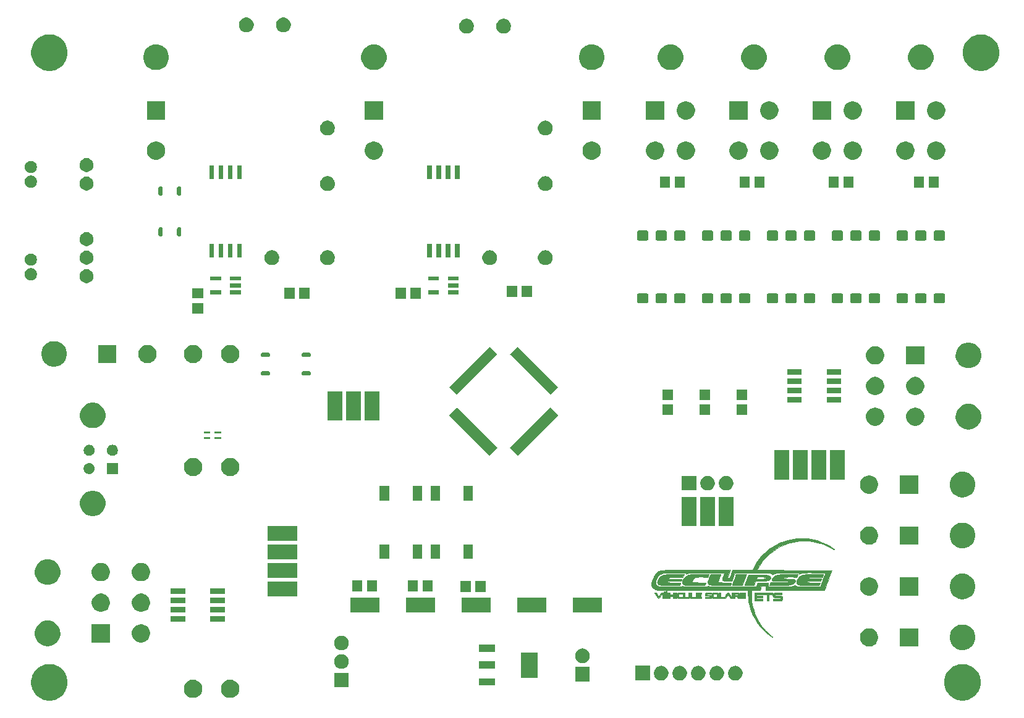
<source format=gbr>
G04 #@! TF.GenerationSoftware,KiCad,Pcbnew,5.0.2-bee76a0~70~ubuntu18.04.1*
G04 #@! TF.CreationDate,2019-01-12T17:32:51-05:00*
G04 #@! TF.ProjectId,Master_Board,4d617374-6572-45f4-926f-6172642e6b69,rev?*
G04 #@! TF.SameCoordinates,Original*
G04 #@! TF.FileFunction,Soldermask,Top*
G04 #@! TF.FilePolarity,Negative*
%FSLAX46Y46*%
G04 Gerber Fmt 4.6, Leading zero omitted, Abs format (unit mm)*
G04 Created by KiCad (PCBNEW 5.0.2-bee76a0~70~ubuntu18.04.1) date Sat 12 Jan 2019 05:32:51 PM EST*
%MOMM*%
%LPD*%
G01*
G04 APERTURE LIST*
%ADD10C,0.010000*%
%ADD11C,0.100000*%
G04 APERTURE END LIST*
D10*
G04 #@! TO.C,G\002A\002A\002A*
G36*
X184988463Y-115061995D02*
X185057401Y-115062267D01*
X185107020Y-115062693D01*
X185135042Y-115063274D01*
X185140600Y-115063746D01*
X185136430Y-115076279D01*
X185124732Y-115109291D01*
X185106719Y-115159412D01*
X185083605Y-115223273D01*
X185056603Y-115297503D01*
X185039000Y-115345734D01*
X185010246Y-115424571D01*
X184984649Y-115495058D01*
X184963423Y-115553826D01*
X184947781Y-115597508D01*
X184938938Y-115622735D01*
X184937400Y-115627614D01*
X184925078Y-115628331D01*
X184889627Y-115629004D01*
X184833318Y-115629622D01*
X184758421Y-115630173D01*
X184667207Y-115630643D01*
X184561946Y-115631021D01*
X184444910Y-115631294D01*
X184318370Y-115631450D01*
X184225344Y-115631484D01*
X184072780Y-115631449D01*
X183943691Y-115631303D01*
X183836152Y-115630987D01*
X183748235Y-115630439D01*
X183678017Y-115629599D01*
X183623572Y-115628406D01*
X183582973Y-115626798D01*
X183554296Y-115624716D01*
X183535616Y-115622099D01*
X183525006Y-115618886D01*
X183520541Y-115615015D01*
X183520297Y-115610428D01*
X183520637Y-115609259D01*
X183527190Y-115591229D01*
X183541398Y-115553265D01*
X183561830Y-115499152D01*
X183587054Y-115432676D01*
X183615641Y-115357621D01*
X183627453Y-115326684D01*
X183726919Y-115066334D01*
X184433759Y-115063052D01*
X184565105Y-115062511D01*
X184688527Y-115062138D01*
X184801747Y-115061929D01*
X184902485Y-115061882D01*
X184988463Y-115061995D01*
X184988463Y-115061995D01*
G37*
X184988463Y-115061995D02*
X185057401Y-115062267D01*
X185107020Y-115062693D01*
X185135042Y-115063274D01*
X185140600Y-115063746D01*
X185136430Y-115076279D01*
X185124732Y-115109291D01*
X185106719Y-115159412D01*
X185083605Y-115223273D01*
X185056603Y-115297503D01*
X185039000Y-115345734D01*
X185010246Y-115424571D01*
X184984649Y-115495058D01*
X184963423Y-115553826D01*
X184947781Y-115597508D01*
X184938938Y-115622735D01*
X184937400Y-115627614D01*
X184925078Y-115628331D01*
X184889627Y-115629004D01*
X184833318Y-115629622D01*
X184758421Y-115630173D01*
X184667207Y-115630643D01*
X184561946Y-115631021D01*
X184444910Y-115631294D01*
X184318370Y-115631450D01*
X184225344Y-115631484D01*
X184072780Y-115631449D01*
X183943691Y-115631303D01*
X183836152Y-115630987D01*
X183748235Y-115630439D01*
X183678017Y-115629599D01*
X183623572Y-115628406D01*
X183582973Y-115626798D01*
X183554296Y-115624716D01*
X183535616Y-115622099D01*
X183525006Y-115618886D01*
X183520541Y-115615015D01*
X183520297Y-115610428D01*
X183520637Y-115609259D01*
X183527190Y-115591229D01*
X183541398Y-115553265D01*
X183561830Y-115499152D01*
X183587054Y-115432676D01*
X183615641Y-115357621D01*
X183627453Y-115326684D01*
X183726919Y-115066334D01*
X184433759Y-115063052D01*
X184565105Y-115062511D01*
X184688527Y-115062138D01*
X184801747Y-115061929D01*
X184902485Y-115061882D01*
X184988463Y-115061995D01*
G36*
X186384511Y-115131622D02*
X186614264Y-115132785D01*
X186820101Y-115133925D01*
X187003509Y-115135078D01*
X187165970Y-115136280D01*
X187308972Y-115137567D01*
X187433997Y-115138976D01*
X187542531Y-115140543D01*
X187636059Y-115142305D01*
X187716065Y-115144297D01*
X187784035Y-115146557D01*
X187841453Y-115149121D01*
X187889804Y-115152025D01*
X187930573Y-115155305D01*
X187965244Y-115158998D01*
X187995303Y-115163141D01*
X188022234Y-115167769D01*
X188044639Y-115172297D01*
X188166776Y-115207034D01*
X188267983Y-115254171D01*
X188347783Y-115313305D01*
X188405703Y-115384032D01*
X188441267Y-115465949D01*
X188451385Y-115517755D01*
X188450006Y-115603205D01*
X188424675Y-115680224D01*
X188375440Y-115748667D01*
X188373281Y-115750909D01*
X188333935Y-115787165D01*
X188289671Y-115819013D01*
X188238769Y-115846707D01*
X188179507Y-115870500D01*
X188110165Y-115890643D01*
X188029023Y-115907391D01*
X187934360Y-115920995D01*
X187824456Y-115931708D01*
X187697589Y-115939784D01*
X187552040Y-115945474D01*
X187386088Y-115949033D01*
X187198012Y-115950711D01*
X187012481Y-115950834D01*
X186414212Y-115949449D01*
X186307631Y-116234764D01*
X186201050Y-116520078D01*
X184899938Y-116520484D01*
X184936593Y-116422059D01*
X184949040Y-116388858D01*
X184969331Y-116335011D01*
X184996294Y-116263615D01*
X185028757Y-116177771D01*
X185065547Y-116080576D01*
X185105492Y-115975129D01*
X185147420Y-115864530D01*
X185165967Y-115815634D01*
X185208231Y-115704158D01*
X185214477Y-115687661D01*
X186525512Y-115687661D01*
X186531184Y-115695975D01*
X186535308Y-115698268D01*
X186556067Y-115701561D01*
X186598496Y-115703654D01*
X186658897Y-115704637D01*
X186733573Y-115704604D01*
X186818826Y-115703646D01*
X186910960Y-115701854D01*
X187006276Y-115699320D01*
X187101078Y-115696137D01*
X187191667Y-115692396D01*
X187274347Y-115688189D01*
X187345420Y-115683607D01*
X187401188Y-115678743D01*
X187422081Y-115676248D01*
X187531560Y-115658240D01*
X187623513Y-115636858D01*
X187696486Y-115612739D01*
X187749027Y-115586519D01*
X187779684Y-115558833D01*
X187787004Y-115530319D01*
X187782764Y-115518238D01*
X187756219Y-115490832D01*
X187708563Y-115464175D01*
X187644065Y-115439966D01*
X187566995Y-115419902D01*
X187509150Y-115409428D01*
X187453716Y-115402743D01*
X187385245Y-115397602D01*
X187300983Y-115393901D01*
X187198175Y-115391535D01*
X187074066Y-115390398D01*
X187006164Y-115390258D01*
X186630178Y-115390184D01*
X186572072Y-115539409D01*
X186548197Y-115601705D01*
X186533095Y-115644518D01*
X186525841Y-115671839D01*
X186525512Y-115687661D01*
X185214477Y-115687661D01*
X185248876Y-115596819D01*
X185286755Y-115496657D01*
X185320718Y-115406714D01*
X185349620Y-115330029D01*
X185372312Y-115269644D01*
X185387646Y-115228598D01*
X185391830Y-115217275D01*
X185424973Y-115126917D01*
X186384511Y-115131622D01*
X186384511Y-115131622D01*
G37*
X186384511Y-115131622D02*
X186614264Y-115132785D01*
X186820101Y-115133925D01*
X187003509Y-115135078D01*
X187165970Y-115136280D01*
X187308972Y-115137567D01*
X187433997Y-115138976D01*
X187542531Y-115140543D01*
X187636059Y-115142305D01*
X187716065Y-115144297D01*
X187784035Y-115146557D01*
X187841453Y-115149121D01*
X187889804Y-115152025D01*
X187930573Y-115155305D01*
X187965244Y-115158998D01*
X187995303Y-115163141D01*
X188022234Y-115167769D01*
X188044639Y-115172297D01*
X188166776Y-115207034D01*
X188267983Y-115254171D01*
X188347783Y-115313305D01*
X188405703Y-115384032D01*
X188441267Y-115465949D01*
X188451385Y-115517755D01*
X188450006Y-115603205D01*
X188424675Y-115680224D01*
X188375440Y-115748667D01*
X188373281Y-115750909D01*
X188333935Y-115787165D01*
X188289671Y-115819013D01*
X188238769Y-115846707D01*
X188179507Y-115870500D01*
X188110165Y-115890643D01*
X188029023Y-115907391D01*
X187934360Y-115920995D01*
X187824456Y-115931708D01*
X187697589Y-115939784D01*
X187552040Y-115945474D01*
X187386088Y-115949033D01*
X187198012Y-115950711D01*
X187012481Y-115950834D01*
X186414212Y-115949449D01*
X186307631Y-116234764D01*
X186201050Y-116520078D01*
X184899938Y-116520484D01*
X184936593Y-116422059D01*
X184949040Y-116388858D01*
X184969331Y-116335011D01*
X184996294Y-116263615D01*
X185028757Y-116177771D01*
X185065547Y-116080576D01*
X185105492Y-115975129D01*
X185147420Y-115864530D01*
X185165967Y-115815634D01*
X185208231Y-115704158D01*
X185214477Y-115687661D01*
X186525512Y-115687661D01*
X186531184Y-115695975D01*
X186535308Y-115698268D01*
X186556067Y-115701561D01*
X186598496Y-115703654D01*
X186658897Y-115704637D01*
X186733573Y-115704604D01*
X186818826Y-115703646D01*
X186910960Y-115701854D01*
X187006276Y-115699320D01*
X187101078Y-115696137D01*
X187191667Y-115692396D01*
X187274347Y-115688189D01*
X187345420Y-115683607D01*
X187401188Y-115678743D01*
X187422081Y-115676248D01*
X187531560Y-115658240D01*
X187623513Y-115636858D01*
X187696486Y-115612739D01*
X187749027Y-115586519D01*
X187779684Y-115558833D01*
X187787004Y-115530319D01*
X187782764Y-115518238D01*
X187756219Y-115490832D01*
X187708563Y-115464175D01*
X187644065Y-115439966D01*
X187566995Y-115419902D01*
X187509150Y-115409428D01*
X187453716Y-115402743D01*
X187385245Y-115397602D01*
X187300983Y-115393901D01*
X187198175Y-115391535D01*
X187074066Y-115390398D01*
X187006164Y-115390258D01*
X186630178Y-115390184D01*
X186572072Y-115539409D01*
X186548197Y-115601705D01*
X186533095Y-115644518D01*
X186525841Y-115671839D01*
X186525512Y-115687661D01*
X185214477Y-115687661D01*
X185248876Y-115596819D01*
X185286755Y-115496657D01*
X185320718Y-115406714D01*
X185349620Y-115330029D01*
X185372312Y-115269644D01*
X185387646Y-115228598D01*
X185391830Y-115217275D01*
X185424973Y-115126917D01*
X186384511Y-115131622D01*
G36*
X190750633Y-115053686D02*
X190893691Y-115054133D01*
X191039223Y-115054810D01*
X191185019Y-115055706D01*
X191328871Y-115056803D01*
X191468570Y-115058089D01*
X191601907Y-115059548D01*
X191726674Y-115061167D01*
X191840662Y-115062929D01*
X191941663Y-115064822D01*
X192027466Y-115066829D01*
X192095865Y-115068937D01*
X192144649Y-115071132D01*
X192171611Y-115073397D01*
X192176400Y-115074831D01*
X192172062Y-115089926D01*
X192160138Y-115124173D01*
X192142260Y-115173055D01*
X192120062Y-115232057D01*
X192110562Y-115256898D01*
X192044724Y-115428284D01*
X191973120Y-115428284D01*
X191943107Y-115427875D01*
X191891347Y-115426718D01*
X191821476Y-115424910D01*
X191737132Y-115422554D01*
X191641954Y-115419750D01*
X191539580Y-115416597D01*
X191477205Y-115414611D01*
X191242200Y-115409110D01*
X191031209Y-115408601D01*
X190843325Y-115413171D01*
X190677642Y-115422905D01*
X190533251Y-115437890D01*
X190409247Y-115458211D01*
X190304720Y-115483955D01*
X190218766Y-115515207D01*
X190173045Y-115538159D01*
X190132430Y-115568694D01*
X190100287Y-115606216D01*
X190082594Y-115643100D01*
X190080900Y-115655742D01*
X190093552Y-115658964D01*
X190131319Y-115661889D01*
X190193919Y-115664512D01*
X190281069Y-115666824D01*
X190392486Y-115668820D01*
X190527886Y-115670493D01*
X190686988Y-115671835D01*
X190776225Y-115672385D01*
X190926964Y-115673240D01*
X191054528Y-115674073D01*
X191161144Y-115674974D01*
X191249035Y-115676035D01*
X191320428Y-115677347D01*
X191377547Y-115679000D01*
X191422618Y-115681086D01*
X191457867Y-115683696D01*
X191485517Y-115686920D01*
X191507796Y-115690849D01*
X191526927Y-115695575D01*
X191545136Y-115701189D01*
X191554100Y-115704190D01*
X191654167Y-115746419D01*
X191732429Y-115797447D01*
X191788218Y-115856409D01*
X191820866Y-115922437D01*
X191829704Y-115994664D01*
X191820866Y-116050335D01*
X191806555Y-116086783D01*
X191781152Y-116124828D01*
X191740643Y-116170079D01*
X191721220Y-116189576D01*
X191613437Y-116278863D01*
X191484268Y-116356035D01*
X191334883Y-116420654D01*
X191166455Y-116472283D01*
X190980154Y-116510483D01*
X190804800Y-116532420D01*
X190771823Y-116534329D01*
X190717387Y-116536105D01*
X190643586Y-116537747D01*
X190552519Y-116539249D01*
X190446280Y-116540610D01*
X190326966Y-116541826D01*
X190196675Y-116542893D01*
X190057502Y-116543807D01*
X189911544Y-116544567D01*
X189760897Y-116545168D01*
X189607658Y-116545607D01*
X189453922Y-116545881D01*
X189301788Y-116545986D01*
X189153350Y-116545919D01*
X189010706Y-116545677D01*
X188875952Y-116545256D01*
X188751185Y-116544653D01*
X188638500Y-116543865D01*
X188539994Y-116542888D01*
X188457765Y-116541719D01*
X188393907Y-116540355D01*
X188350518Y-116538793D01*
X188329694Y-116537028D01*
X188328125Y-116536359D01*
X188332019Y-116521562D01*
X188342846Y-116487314D01*
X188359127Y-116438127D01*
X188379383Y-116378516D01*
X188388450Y-116352238D01*
X188448950Y-116177642D01*
X189477983Y-116177613D01*
X189664563Y-116177443D01*
X189839243Y-116176956D01*
X190000457Y-116176171D01*
X190146638Y-116175104D01*
X190276223Y-116173773D01*
X190387644Y-116172197D01*
X190479337Y-116170393D01*
X190549736Y-116168379D01*
X190597275Y-116166172D01*
X190614633Y-116164709D01*
X190696371Y-116150629D01*
X190765630Y-116128050D01*
X190802879Y-116110734D01*
X190855176Y-116079676D01*
X190892984Y-116048326D01*
X190913851Y-116019620D01*
X190915326Y-115996493D01*
X190906400Y-115986836D01*
X190890254Y-115984613D01*
X190849916Y-115982573D01*
X190786596Y-115980731D01*
X190701501Y-115979100D01*
X190595840Y-115977697D01*
X190470819Y-115976535D01*
X190327649Y-115975629D01*
X190167537Y-115974994D01*
X189991691Y-115974644D01*
X189889530Y-115974578D01*
X189698696Y-115974533D01*
X189531550Y-115974402D01*
X189386377Y-115974070D01*
X189261465Y-115973424D01*
X189155101Y-115972350D01*
X189065571Y-115970733D01*
X188991162Y-115968460D01*
X188930161Y-115965417D01*
X188880855Y-115961490D01*
X188841531Y-115956564D01*
X188810476Y-115950526D01*
X188785976Y-115943262D01*
X188766319Y-115934658D01*
X188749792Y-115924600D01*
X188734680Y-115912973D01*
X188719272Y-115899665D01*
X188715648Y-115896478D01*
X188673691Y-115843184D01*
X188651376Y-115775611D01*
X188649634Y-115696661D01*
X188650101Y-115692491D01*
X188669170Y-115614639D01*
X188708439Y-115540365D01*
X188769459Y-115467499D01*
X188853778Y-115393868D01*
X188874375Y-115378265D01*
X188981103Y-115305830D01*
X189092314Y-115244382D01*
X189211057Y-115193027D01*
X189340383Y-115150874D01*
X189483341Y-115117027D01*
X189642981Y-115090594D01*
X189822353Y-115070681D01*
X189960250Y-115060210D01*
X190004008Y-115058278D01*
X190067909Y-115056693D01*
X190149745Y-115055443D01*
X190247306Y-115054511D01*
X190358384Y-115053885D01*
X190480771Y-115053548D01*
X190612256Y-115053487D01*
X190750633Y-115053686D01*
X190750633Y-115053686D01*
G37*
X190750633Y-115053686D02*
X190893691Y-115054133D01*
X191039223Y-115054810D01*
X191185019Y-115055706D01*
X191328871Y-115056803D01*
X191468570Y-115058089D01*
X191601907Y-115059548D01*
X191726674Y-115061167D01*
X191840662Y-115062929D01*
X191941663Y-115064822D01*
X192027466Y-115066829D01*
X192095865Y-115068937D01*
X192144649Y-115071132D01*
X192171611Y-115073397D01*
X192176400Y-115074831D01*
X192172062Y-115089926D01*
X192160138Y-115124173D01*
X192142260Y-115173055D01*
X192120062Y-115232057D01*
X192110562Y-115256898D01*
X192044724Y-115428284D01*
X191973120Y-115428284D01*
X191943107Y-115427875D01*
X191891347Y-115426718D01*
X191821476Y-115424910D01*
X191737132Y-115422554D01*
X191641954Y-115419750D01*
X191539580Y-115416597D01*
X191477205Y-115414611D01*
X191242200Y-115409110D01*
X191031209Y-115408601D01*
X190843325Y-115413171D01*
X190677642Y-115422905D01*
X190533251Y-115437890D01*
X190409247Y-115458211D01*
X190304720Y-115483955D01*
X190218766Y-115515207D01*
X190173045Y-115538159D01*
X190132430Y-115568694D01*
X190100287Y-115606216D01*
X190082594Y-115643100D01*
X190080900Y-115655742D01*
X190093552Y-115658964D01*
X190131319Y-115661889D01*
X190193919Y-115664512D01*
X190281069Y-115666824D01*
X190392486Y-115668820D01*
X190527886Y-115670493D01*
X190686988Y-115671835D01*
X190776225Y-115672385D01*
X190926964Y-115673240D01*
X191054528Y-115674073D01*
X191161144Y-115674974D01*
X191249035Y-115676035D01*
X191320428Y-115677347D01*
X191377547Y-115679000D01*
X191422618Y-115681086D01*
X191457867Y-115683696D01*
X191485517Y-115686920D01*
X191507796Y-115690849D01*
X191526927Y-115695575D01*
X191545136Y-115701189D01*
X191554100Y-115704190D01*
X191654167Y-115746419D01*
X191732429Y-115797447D01*
X191788218Y-115856409D01*
X191820866Y-115922437D01*
X191829704Y-115994664D01*
X191820866Y-116050335D01*
X191806555Y-116086783D01*
X191781152Y-116124828D01*
X191740643Y-116170079D01*
X191721220Y-116189576D01*
X191613437Y-116278863D01*
X191484268Y-116356035D01*
X191334883Y-116420654D01*
X191166455Y-116472283D01*
X190980154Y-116510483D01*
X190804800Y-116532420D01*
X190771823Y-116534329D01*
X190717387Y-116536105D01*
X190643586Y-116537747D01*
X190552519Y-116539249D01*
X190446280Y-116540610D01*
X190326966Y-116541826D01*
X190196675Y-116542893D01*
X190057502Y-116543807D01*
X189911544Y-116544567D01*
X189760897Y-116545168D01*
X189607658Y-116545607D01*
X189453922Y-116545881D01*
X189301788Y-116545986D01*
X189153350Y-116545919D01*
X189010706Y-116545677D01*
X188875952Y-116545256D01*
X188751185Y-116544653D01*
X188638500Y-116543865D01*
X188539994Y-116542888D01*
X188457765Y-116541719D01*
X188393907Y-116540355D01*
X188350518Y-116538793D01*
X188329694Y-116537028D01*
X188328125Y-116536359D01*
X188332019Y-116521562D01*
X188342846Y-116487314D01*
X188359127Y-116438127D01*
X188379383Y-116378516D01*
X188388450Y-116352238D01*
X188448950Y-116177642D01*
X189477983Y-116177613D01*
X189664563Y-116177443D01*
X189839243Y-116176956D01*
X190000457Y-116176171D01*
X190146638Y-116175104D01*
X190276223Y-116173773D01*
X190387644Y-116172197D01*
X190479337Y-116170393D01*
X190549736Y-116168379D01*
X190597275Y-116166172D01*
X190614633Y-116164709D01*
X190696371Y-116150629D01*
X190765630Y-116128050D01*
X190802879Y-116110734D01*
X190855176Y-116079676D01*
X190892984Y-116048326D01*
X190913851Y-116019620D01*
X190915326Y-115996493D01*
X190906400Y-115986836D01*
X190890254Y-115984613D01*
X190849916Y-115982573D01*
X190786596Y-115980731D01*
X190701501Y-115979100D01*
X190595840Y-115977697D01*
X190470819Y-115976535D01*
X190327649Y-115975629D01*
X190167537Y-115974994D01*
X189991691Y-115974644D01*
X189889530Y-115974578D01*
X189698696Y-115974533D01*
X189531550Y-115974402D01*
X189386377Y-115974070D01*
X189261465Y-115973424D01*
X189155101Y-115972350D01*
X189065571Y-115970733D01*
X188991162Y-115968460D01*
X188930161Y-115965417D01*
X188880855Y-115961490D01*
X188841531Y-115956564D01*
X188810476Y-115950526D01*
X188785976Y-115943262D01*
X188766319Y-115934658D01*
X188749792Y-115924600D01*
X188734680Y-115912973D01*
X188719272Y-115899665D01*
X188715648Y-115896478D01*
X188673691Y-115843184D01*
X188651376Y-115775611D01*
X188649634Y-115696661D01*
X188650101Y-115692491D01*
X188669170Y-115614639D01*
X188708439Y-115540365D01*
X188769459Y-115467499D01*
X188853778Y-115393868D01*
X188874375Y-115378265D01*
X188981103Y-115305830D01*
X189092314Y-115244382D01*
X189211057Y-115193027D01*
X189340383Y-115150874D01*
X189483341Y-115117027D01*
X189642981Y-115090594D01*
X189822353Y-115070681D01*
X189960250Y-115060210D01*
X190004008Y-115058278D01*
X190067909Y-115056693D01*
X190149745Y-115055443D01*
X190247306Y-115054511D01*
X190358384Y-115053885D01*
X190480771Y-115053548D01*
X190612256Y-115053487D01*
X190750633Y-115053686D01*
G36*
X181181379Y-115047642D02*
X181286655Y-115047922D01*
X181383123Y-115048375D01*
X181467982Y-115049004D01*
X181538432Y-115049812D01*
X181591673Y-115050803D01*
X181624905Y-115051981D01*
X181635400Y-115053239D01*
X181630983Y-115066026D01*
X181618403Y-115099867D01*
X181598663Y-115152125D01*
X181572765Y-115220165D01*
X181541714Y-115301352D01*
X181506513Y-115393051D01*
X181468165Y-115492626D01*
X181463950Y-115503553D01*
X181415330Y-115630311D01*
X181375672Y-115735856D01*
X181344384Y-115822510D01*
X181320873Y-115892593D01*
X181304544Y-115948427D01*
X181294807Y-115992334D01*
X181291066Y-116026633D01*
X181292730Y-116053647D01*
X181299205Y-116075696D01*
X181309898Y-116095102D01*
X181312024Y-116098206D01*
X181344574Y-116124664D01*
X181400868Y-116145915D01*
X181479729Y-116161664D01*
X181579979Y-116171612D01*
X181610000Y-116173240D01*
X181651642Y-116174722D01*
X181715583Y-116176423D01*
X181798723Y-116178285D01*
X181897962Y-116180250D01*
X182010201Y-116182260D01*
X182132338Y-116184258D01*
X182261275Y-116186186D01*
X182393912Y-116187986D01*
X182417940Y-116188292D01*
X183079830Y-116196634D01*
X183016310Y-116371259D01*
X182952791Y-116545884D01*
X181719420Y-116544194D01*
X181542310Y-116543848D01*
X181370839Y-116543314D01*
X181206914Y-116542607D01*
X181052445Y-116541745D01*
X180909343Y-116540746D01*
X180779515Y-116539626D01*
X180664872Y-116538402D01*
X180567322Y-116537092D01*
X180488775Y-116535713D01*
X180431140Y-116534281D01*
X180396326Y-116532814D01*
X180389879Y-116532294D01*
X180248732Y-116510843D01*
X180127575Y-116478803D01*
X180027200Y-116436587D01*
X179948399Y-116384608D01*
X179891963Y-116323279D01*
X179859439Y-116255581D01*
X179848159Y-116193118D01*
X179845825Y-116118525D01*
X179852501Y-116043468D01*
X179858151Y-116013981D01*
X179865572Y-115989621D01*
X179881091Y-115944609D01*
X179903596Y-115881963D01*
X179931978Y-115804703D01*
X179965127Y-115715851D01*
X180001933Y-115618424D01*
X180041287Y-115515444D01*
X180043263Y-115510305D01*
X180088854Y-115392237D01*
X180126544Y-115295902D01*
X180157249Y-115219209D01*
X180181885Y-115160069D01*
X180201366Y-115116394D01*
X180216608Y-115086095D01*
X180228528Y-115067081D01*
X180238041Y-115057266D01*
X180242847Y-115054955D01*
X180260202Y-115053566D01*
X180299551Y-115052311D01*
X180358093Y-115051194D01*
X180433029Y-115050219D01*
X180521559Y-115049389D01*
X180620881Y-115048706D01*
X180728196Y-115048176D01*
X180840703Y-115047801D01*
X180955603Y-115047585D01*
X181070095Y-115047530D01*
X181181379Y-115047642D01*
X181181379Y-115047642D01*
G37*
X181181379Y-115047642D02*
X181286655Y-115047922D01*
X181383123Y-115048375D01*
X181467982Y-115049004D01*
X181538432Y-115049812D01*
X181591673Y-115050803D01*
X181624905Y-115051981D01*
X181635400Y-115053239D01*
X181630983Y-115066026D01*
X181618403Y-115099867D01*
X181598663Y-115152125D01*
X181572765Y-115220165D01*
X181541714Y-115301352D01*
X181506513Y-115393051D01*
X181468165Y-115492626D01*
X181463950Y-115503553D01*
X181415330Y-115630311D01*
X181375672Y-115735856D01*
X181344384Y-115822510D01*
X181320873Y-115892593D01*
X181304544Y-115948427D01*
X181294807Y-115992334D01*
X181291066Y-116026633D01*
X181292730Y-116053647D01*
X181299205Y-116075696D01*
X181309898Y-116095102D01*
X181312024Y-116098206D01*
X181344574Y-116124664D01*
X181400868Y-116145915D01*
X181479729Y-116161664D01*
X181579979Y-116171612D01*
X181610000Y-116173240D01*
X181651642Y-116174722D01*
X181715583Y-116176423D01*
X181798723Y-116178285D01*
X181897962Y-116180250D01*
X182010201Y-116182260D01*
X182132338Y-116184258D01*
X182261275Y-116186186D01*
X182393912Y-116187986D01*
X182417940Y-116188292D01*
X183079830Y-116196634D01*
X183016310Y-116371259D01*
X182952791Y-116545884D01*
X181719420Y-116544194D01*
X181542310Y-116543848D01*
X181370839Y-116543314D01*
X181206914Y-116542607D01*
X181052445Y-116541745D01*
X180909343Y-116540746D01*
X180779515Y-116539626D01*
X180664872Y-116538402D01*
X180567322Y-116537092D01*
X180488775Y-116535713D01*
X180431140Y-116534281D01*
X180396326Y-116532814D01*
X180389879Y-116532294D01*
X180248732Y-116510843D01*
X180127575Y-116478803D01*
X180027200Y-116436587D01*
X179948399Y-116384608D01*
X179891963Y-116323279D01*
X179859439Y-116255581D01*
X179848159Y-116193118D01*
X179845825Y-116118525D01*
X179852501Y-116043468D01*
X179858151Y-116013981D01*
X179865572Y-115989621D01*
X179881091Y-115944609D01*
X179903596Y-115881963D01*
X179931978Y-115804703D01*
X179965127Y-115715851D01*
X180001933Y-115618424D01*
X180041287Y-115515444D01*
X180043263Y-115510305D01*
X180088854Y-115392237D01*
X180126544Y-115295902D01*
X180157249Y-115219209D01*
X180181885Y-115160069D01*
X180201366Y-115116394D01*
X180216608Y-115086095D01*
X180228528Y-115067081D01*
X180238041Y-115057266D01*
X180242847Y-115054955D01*
X180260202Y-115053566D01*
X180299551Y-115052311D01*
X180358093Y-115051194D01*
X180433029Y-115050219D01*
X180521559Y-115049389D01*
X180620881Y-115048706D01*
X180728196Y-115048176D01*
X180840703Y-115047801D01*
X180955603Y-115047585D01*
X181070095Y-115047530D01*
X181181379Y-115047642D01*
G36*
X195676916Y-115051066D02*
X195674239Y-115063726D01*
X195664306Y-115096125D01*
X195648472Y-115144111D01*
X195628093Y-115203528D01*
X195614535Y-115242131D01*
X195548250Y-115429290D01*
X194976750Y-115420894D01*
X194756706Y-115418644D01*
X194560585Y-115418846D01*
X194387010Y-115421683D01*
X194234604Y-115427340D01*
X194101991Y-115436000D01*
X193987795Y-115447846D01*
X193890640Y-115463061D01*
X193809148Y-115481829D01*
X193741944Y-115504335D01*
X193687651Y-115530760D01*
X193644893Y-115561289D01*
X193612294Y-115596105D01*
X193606934Y-115603508D01*
X193586942Y-115634111D01*
X193574944Y-115655865D01*
X193573400Y-115660741D01*
X193585766Y-115662190D01*
X193621528Y-115663566D01*
X193678682Y-115664848D01*
X193755225Y-115666017D01*
X193849153Y-115667054D01*
X193958462Y-115667940D01*
X194081147Y-115668655D01*
X194215207Y-115669180D01*
X194358635Y-115669495D01*
X194487800Y-115669584D01*
X195402200Y-115669584D01*
X195402200Y-115725921D01*
X195396797Y-115769665D01*
X195382100Y-115827039D01*
X195362144Y-115884590D01*
X195322089Y-115986922D01*
X193441089Y-115993434D01*
X193432853Y-116033710D01*
X193428835Y-116067503D01*
X193437193Y-116089827D01*
X193462600Y-116108961D01*
X193480822Y-116118728D01*
X193523096Y-116137371D01*
X193572966Y-116153338D01*
X193632253Y-116166760D01*
X193702780Y-116177764D01*
X193786369Y-116186479D01*
X193884842Y-116193035D01*
X194000022Y-116197559D01*
X194133731Y-116200180D01*
X194287790Y-116201028D01*
X194464023Y-116200231D01*
X194611625Y-116198634D01*
X195224400Y-116190690D01*
X195224249Y-116225412D01*
X195217135Y-116282091D01*
X195197664Y-116352508D01*
X195168026Y-116429580D01*
X195147593Y-116473431D01*
X195105214Y-116558584D01*
X194647282Y-116555903D01*
X194549840Y-116555292D01*
X194430929Y-116554479D01*
X194294478Y-116553495D01*
X194144417Y-116552369D01*
X193984675Y-116551132D01*
X193819182Y-116549815D01*
X193651867Y-116548448D01*
X193486660Y-116547061D01*
X193351150Y-116545892D01*
X193173053Y-116544279D01*
X193018334Y-116542665D01*
X192884972Y-116540892D01*
X192770944Y-116538802D01*
X192674229Y-116536235D01*
X192592805Y-116533035D01*
X192524652Y-116529042D01*
X192467746Y-116524098D01*
X192420067Y-116518045D01*
X192379592Y-116510725D01*
X192344301Y-116501978D01*
X192312171Y-116491646D01*
X192281182Y-116479572D01*
X192249310Y-116465597D01*
X192233465Y-116458333D01*
X192151434Y-116411961D01*
X192091996Y-116357512D01*
X192052782Y-116291624D01*
X192031426Y-116210932D01*
X192026739Y-116164566D01*
X192027274Y-116082004D01*
X192039839Y-115998875D01*
X192065842Y-115908815D01*
X192105742Y-115807647D01*
X192184882Y-115656001D01*
X192283700Y-115519834D01*
X192401175Y-115399903D01*
X192536286Y-115296965D01*
X192688013Y-115211777D01*
X192855334Y-115145095D01*
X193037230Y-115097678D01*
X193071750Y-115091193D01*
X193122725Y-115083649D01*
X193185527Y-115077117D01*
X193261431Y-115071572D01*
X193351716Y-115066990D01*
X193457658Y-115063347D01*
X193580535Y-115060618D01*
X193721623Y-115058779D01*
X193882199Y-115057805D01*
X194063540Y-115057672D01*
X194266924Y-115058356D01*
X194493628Y-115059832D01*
X194646550Y-115061136D01*
X194800457Y-115062386D01*
X194947312Y-115063262D01*
X195084985Y-115063769D01*
X195211349Y-115063914D01*
X195324277Y-115063704D01*
X195421640Y-115063144D01*
X195501311Y-115062241D01*
X195561163Y-115061001D01*
X195599067Y-115059430D01*
X195610630Y-115058290D01*
X195647141Y-115052615D01*
X195671521Y-115050408D01*
X195676916Y-115051066D01*
X195676916Y-115051066D01*
G37*
X195676916Y-115051066D02*
X195674239Y-115063726D01*
X195664306Y-115096125D01*
X195648472Y-115144111D01*
X195628093Y-115203528D01*
X195614535Y-115242131D01*
X195548250Y-115429290D01*
X194976750Y-115420894D01*
X194756706Y-115418644D01*
X194560585Y-115418846D01*
X194387010Y-115421683D01*
X194234604Y-115427340D01*
X194101991Y-115436000D01*
X193987795Y-115447846D01*
X193890640Y-115463061D01*
X193809148Y-115481829D01*
X193741944Y-115504335D01*
X193687651Y-115530760D01*
X193644893Y-115561289D01*
X193612294Y-115596105D01*
X193606934Y-115603508D01*
X193586942Y-115634111D01*
X193574944Y-115655865D01*
X193573400Y-115660741D01*
X193585766Y-115662190D01*
X193621528Y-115663566D01*
X193678682Y-115664848D01*
X193755225Y-115666017D01*
X193849153Y-115667054D01*
X193958462Y-115667940D01*
X194081147Y-115668655D01*
X194215207Y-115669180D01*
X194358635Y-115669495D01*
X194487800Y-115669584D01*
X195402200Y-115669584D01*
X195402200Y-115725921D01*
X195396797Y-115769665D01*
X195382100Y-115827039D01*
X195362144Y-115884590D01*
X195322089Y-115986922D01*
X193441089Y-115993434D01*
X193432853Y-116033710D01*
X193428835Y-116067503D01*
X193437193Y-116089827D01*
X193462600Y-116108961D01*
X193480822Y-116118728D01*
X193523096Y-116137371D01*
X193572966Y-116153338D01*
X193632253Y-116166760D01*
X193702780Y-116177764D01*
X193786369Y-116186479D01*
X193884842Y-116193035D01*
X194000022Y-116197559D01*
X194133731Y-116200180D01*
X194287790Y-116201028D01*
X194464023Y-116200231D01*
X194611625Y-116198634D01*
X195224400Y-116190690D01*
X195224249Y-116225412D01*
X195217135Y-116282091D01*
X195197664Y-116352508D01*
X195168026Y-116429580D01*
X195147593Y-116473431D01*
X195105214Y-116558584D01*
X194647282Y-116555903D01*
X194549840Y-116555292D01*
X194430929Y-116554479D01*
X194294478Y-116553495D01*
X194144417Y-116552369D01*
X193984675Y-116551132D01*
X193819182Y-116549815D01*
X193651867Y-116548448D01*
X193486660Y-116547061D01*
X193351150Y-116545892D01*
X193173053Y-116544279D01*
X193018334Y-116542665D01*
X192884972Y-116540892D01*
X192770944Y-116538802D01*
X192674229Y-116536235D01*
X192592805Y-116533035D01*
X192524652Y-116529042D01*
X192467746Y-116524098D01*
X192420067Y-116518045D01*
X192379592Y-116510725D01*
X192344301Y-116501978D01*
X192312171Y-116491646D01*
X192281182Y-116479572D01*
X192249310Y-116465597D01*
X192233465Y-116458333D01*
X192151434Y-116411961D01*
X192091996Y-116357512D01*
X192052782Y-116291624D01*
X192031426Y-116210932D01*
X192026739Y-116164566D01*
X192027274Y-116082004D01*
X192039839Y-115998875D01*
X192065842Y-115908815D01*
X192105742Y-115807647D01*
X192184882Y-115656001D01*
X192283700Y-115519834D01*
X192401175Y-115399903D01*
X192536286Y-115296965D01*
X192688013Y-115211777D01*
X192855334Y-115145095D01*
X193037230Y-115097678D01*
X193071750Y-115091193D01*
X193122725Y-115083649D01*
X193185527Y-115077117D01*
X193261431Y-115071572D01*
X193351716Y-115066990D01*
X193457658Y-115063347D01*
X193580535Y-115060618D01*
X193721623Y-115058779D01*
X193882199Y-115057805D01*
X194063540Y-115057672D01*
X194266924Y-115058356D01*
X194493628Y-115059832D01*
X194646550Y-115061136D01*
X194800457Y-115062386D01*
X194947312Y-115063262D01*
X195084985Y-115063769D01*
X195211349Y-115063914D01*
X195324277Y-115063704D01*
X195421640Y-115063144D01*
X195501311Y-115062241D01*
X195561163Y-115061001D01*
X195599067Y-115059430D01*
X195610630Y-115058290D01*
X195647141Y-115052615D01*
X195671521Y-115050408D01*
X195676916Y-115051066D01*
G36*
X184326835Y-115682436D02*
X184449932Y-115682873D01*
X184562816Y-115683569D01*
X184663202Y-115684493D01*
X184748806Y-115685618D01*
X184817342Y-115686916D01*
X184866528Y-115688358D01*
X184894077Y-115689917D01*
X184899300Y-115690975D01*
X184895070Y-115704511D01*
X184883043Y-115739121D01*
X184864209Y-115792051D01*
X184839560Y-115860543D01*
X184810087Y-115941843D01*
X184776782Y-116033194D01*
X184744509Y-116121289D01*
X184589719Y-116542912D01*
X184525434Y-116550637D01*
X184500165Y-116552165D01*
X184452227Y-116553596D01*
X184384351Y-116554902D01*
X184299270Y-116556050D01*
X184199715Y-116557011D01*
X184088416Y-116557755D01*
X183968106Y-116558250D01*
X183841516Y-116558467D01*
X183822975Y-116558473D01*
X183184800Y-116558584D01*
X183184800Y-116515426D01*
X183189274Y-116495000D01*
X183201935Y-116454053D01*
X183221640Y-116395689D01*
X183247245Y-116323012D01*
X183277607Y-116239124D01*
X183311583Y-116147131D01*
X183348030Y-116050136D01*
X183385804Y-115951241D01*
X183423763Y-115853551D01*
X183460763Y-115760170D01*
X183485835Y-115698159D01*
X183492448Y-115694588D01*
X183510232Y-115691557D01*
X183540827Y-115689027D01*
X183585872Y-115686962D01*
X183647004Y-115685327D01*
X183725864Y-115684083D01*
X183824088Y-115683194D01*
X183943316Y-115682624D01*
X184085187Y-115682337D01*
X184195808Y-115682284D01*
X184326835Y-115682436D01*
X184326835Y-115682436D01*
G37*
X184326835Y-115682436D02*
X184449932Y-115682873D01*
X184562816Y-115683569D01*
X184663202Y-115684493D01*
X184748806Y-115685618D01*
X184817342Y-115686916D01*
X184866528Y-115688358D01*
X184894077Y-115689917D01*
X184899300Y-115690975D01*
X184895070Y-115704511D01*
X184883043Y-115739121D01*
X184864209Y-115792051D01*
X184839560Y-115860543D01*
X184810087Y-115941843D01*
X184776782Y-116033194D01*
X184744509Y-116121289D01*
X184589719Y-116542912D01*
X184525434Y-116550637D01*
X184500165Y-116552165D01*
X184452227Y-116553596D01*
X184384351Y-116554902D01*
X184299270Y-116556050D01*
X184199715Y-116557011D01*
X184088416Y-116557755D01*
X183968106Y-116558250D01*
X183841516Y-116558467D01*
X183822975Y-116558473D01*
X183184800Y-116558584D01*
X183184800Y-116515426D01*
X183189274Y-116495000D01*
X183201935Y-116454053D01*
X183221640Y-116395689D01*
X183247245Y-116323012D01*
X183277607Y-116239124D01*
X183311583Y-116147131D01*
X183348030Y-116050136D01*
X183385804Y-115951241D01*
X183423763Y-115853551D01*
X183460763Y-115760170D01*
X183485835Y-115698159D01*
X183492448Y-115694588D01*
X183510232Y-115691557D01*
X183540827Y-115689027D01*
X183585872Y-115686962D01*
X183647004Y-115685327D01*
X183725864Y-115684083D01*
X183824088Y-115683194D01*
X183943316Y-115682624D01*
X184085187Y-115682337D01*
X184195808Y-115682284D01*
X184326835Y-115682436D01*
G36*
X178276650Y-115056156D02*
X178428287Y-115056448D01*
X178601583Y-115056932D01*
X178798308Y-115057582D01*
X178822148Y-115057665D01*
X178991160Y-115058295D01*
X179152817Y-115058979D01*
X179305330Y-115059702D01*
X179446906Y-115060453D01*
X179575757Y-115061221D01*
X179690092Y-115061992D01*
X179788119Y-115062755D01*
X179868050Y-115063498D01*
X179928092Y-115064208D01*
X179966457Y-115064874D01*
X179981353Y-115065482D01*
X179981477Y-115065527D01*
X179981870Y-115080399D01*
X179976591Y-115113405D01*
X179967127Y-115158312D01*
X179954965Y-115208884D01*
X179941593Y-115258886D01*
X179928498Y-115302084D01*
X179918629Y-115328953D01*
X179905909Y-115358782D01*
X179894251Y-115382229D01*
X179880639Y-115399983D01*
X179862054Y-115412734D01*
X179835480Y-115421173D01*
X179797899Y-115425988D01*
X179746293Y-115427871D01*
X179677645Y-115427511D01*
X179588938Y-115425599D01*
X179505161Y-115423505D01*
X179306639Y-115418929D01*
X179131544Y-115415617D01*
X178977932Y-115413595D01*
X178843858Y-115412892D01*
X178727380Y-115413535D01*
X178626553Y-115415550D01*
X178539434Y-115418966D01*
X178464078Y-115423810D01*
X178398543Y-115430110D01*
X178340885Y-115437892D01*
X178327050Y-115440144D01*
X178213994Y-115462377D01*
X178122131Y-115488769D01*
X178047288Y-115522137D01*
X177985292Y-115565298D01*
X177931971Y-115621069D01*
X177883152Y-115692265D01*
X177841664Y-115767830D01*
X177793748Y-115866844D01*
X177761455Y-115947430D01*
X177745414Y-116011663D01*
X177746255Y-116061615D01*
X177764606Y-116099361D01*
X177801098Y-116126975D01*
X177856358Y-116146530D01*
X177931015Y-116160102D01*
X177961772Y-116163814D01*
X177994961Y-116166176D01*
X178050873Y-116168637D01*
X178126833Y-116171137D01*
X178220165Y-116173614D01*
X178328193Y-116176009D01*
X178448242Y-116178261D01*
X178577636Y-116180309D01*
X178713698Y-116182093D01*
X178821399Y-116183249D01*
X178956790Y-116184626D01*
X179084436Y-116186048D01*
X179202103Y-116187484D01*
X179307563Y-116188900D01*
X179398584Y-116190263D01*
X179472936Y-116191540D01*
X179528389Y-116192696D01*
X179562712Y-116193700D01*
X179573706Y-116194456D01*
X179571018Y-116207128D01*
X179560942Y-116239271D01*
X179544923Y-116286541D01*
X179524409Y-116344596D01*
X179515592Y-116368974D01*
X179453520Y-116539534D01*
X178750585Y-116547251D01*
X178510201Y-116549698D01*
X178280967Y-116551650D01*
X178064211Y-116553109D01*
X177861264Y-116554075D01*
X177673453Y-116554551D01*
X177502108Y-116554537D01*
X177348558Y-116554036D01*
X177214131Y-116553049D01*
X177100157Y-116551577D01*
X177007965Y-116549622D01*
X176938883Y-116547186D01*
X176904227Y-116545137D01*
X176758255Y-116526694D01*
X176634253Y-116495568D01*
X176532170Y-116451731D01*
X176451953Y-116395154D01*
X176393549Y-116325807D01*
X176356907Y-116243662D01*
X176356870Y-116243535D01*
X176343464Y-116160293D01*
X176349622Y-116067709D01*
X176375598Y-115963091D01*
X176386317Y-115931664D01*
X176447923Y-115781606D01*
X176518864Y-115651162D01*
X176602265Y-115535318D01*
X176696849Y-115433287D01*
X176811269Y-115335098D01*
X176934944Y-115253529D01*
X177070897Y-115187243D01*
X177222151Y-115134902D01*
X177391728Y-115095169D01*
X177502120Y-115077025D01*
X177531911Y-115072996D01*
X177562120Y-115069469D01*
X177594518Y-115066420D01*
X177630875Y-115063821D01*
X177672961Y-115061648D01*
X177722546Y-115059874D01*
X177781399Y-115058473D01*
X177851291Y-115057419D01*
X177933992Y-115056686D01*
X178031272Y-115056249D01*
X178144901Y-115056080D01*
X178276650Y-115056156D01*
X178276650Y-115056156D01*
G37*
X178276650Y-115056156D02*
X178428287Y-115056448D01*
X178601583Y-115056932D01*
X178798308Y-115057582D01*
X178822148Y-115057665D01*
X178991160Y-115058295D01*
X179152817Y-115058979D01*
X179305330Y-115059702D01*
X179446906Y-115060453D01*
X179575757Y-115061221D01*
X179690092Y-115061992D01*
X179788119Y-115062755D01*
X179868050Y-115063498D01*
X179928092Y-115064208D01*
X179966457Y-115064874D01*
X179981353Y-115065482D01*
X179981477Y-115065527D01*
X179981870Y-115080399D01*
X179976591Y-115113405D01*
X179967127Y-115158312D01*
X179954965Y-115208884D01*
X179941593Y-115258886D01*
X179928498Y-115302084D01*
X179918629Y-115328953D01*
X179905909Y-115358782D01*
X179894251Y-115382229D01*
X179880639Y-115399983D01*
X179862054Y-115412734D01*
X179835480Y-115421173D01*
X179797899Y-115425988D01*
X179746293Y-115427871D01*
X179677645Y-115427511D01*
X179588938Y-115425599D01*
X179505161Y-115423505D01*
X179306639Y-115418929D01*
X179131544Y-115415617D01*
X178977932Y-115413595D01*
X178843858Y-115412892D01*
X178727380Y-115413535D01*
X178626553Y-115415550D01*
X178539434Y-115418966D01*
X178464078Y-115423810D01*
X178398543Y-115430110D01*
X178340885Y-115437892D01*
X178327050Y-115440144D01*
X178213994Y-115462377D01*
X178122131Y-115488769D01*
X178047288Y-115522137D01*
X177985292Y-115565298D01*
X177931971Y-115621069D01*
X177883152Y-115692265D01*
X177841664Y-115767830D01*
X177793748Y-115866844D01*
X177761455Y-115947430D01*
X177745414Y-116011663D01*
X177746255Y-116061615D01*
X177764606Y-116099361D01*
X177801098Y-116126975D01*
X177856358Y-116146530D01*
X177931015Y-116160102D01*
X177961772Y-116163814D01*
X177994961Y-116166176D01*
X178050873Y-116168637D01*
X178126833Y-116171137D01*
X178220165Y-116173614D01*
X178328193Y-116176009D01*
X178448242Y-116178261D01*
X178577636Y-116180309D01*
X178713698Y-116182093D01*
X178821399Y-116183249D01*
X178956790Y-116184626D01*
X179084436Y-116186048D01*
X179202103Y-116187484D01*
X179307563Y-116188900D01*
X179398584Y-116190263D01*
X179472936Y-116191540D01*
X179528389Y-116192696D01*
X179562712Y-116193700D01*
X179573706Y-116194456D01*
X179571018Y-116207128D01*
X179560942Y-116239271D01*
X179544923Y-116286541D01*
X179524409Y-116344596D01*
X179515592Y-116368974D01*
X179453520Y-116539534D01*
X178750585Y-116547251D01*
X178510201Y-116549698D01*
X178280967Y-116551650D01*
X178064211Y-116553109D01*
X177861264Y-116554075D01*
X177673453Y-116554551D01*
X177502108Y-116554537D01*
X177348558Y-116554036D01*
X177214131Y-116553049D01*
X177100157Y-116551577D01*
X177007965Y-116549622D01*
X176938883Y-116547186D01*
X176904227Y-116545137D01*
X176758255Y-116526694D01*
X176634253Y-116495568D01*
X176532170Y-116451731D01*
X176451953Y-116395154D01*
X176393549Y-116325807D01*
X176356907Y-116243662D01*
X176356870Y-116243535D01*
X176343464Y-116160293D01*
X176349622Y-116067709D01*
X176375598Y-115963091D01*
X176386317Y-115931664D01*
X176447923Y-115781606D01*
X176518864Y-115651162D01*
X176602265Y-115535318D01*
X176696849Y-115433287D01*
X176811269Y-115335098D01*
X176934944Y-115253529D01*
X177070897Y-115187243D01*
X177222151Y-115134902D01*
X177391728Y-115095169D01*
X177502120Y-115077025D01*
X177531911Y-115072996D01*
X177562120Y-115069469D01*
X177594518Y-115066420D01*
X177630875Y-115063821D01*
X177672961Y-115061648D01*
X177722546Y-115059874D01*
X177781399Y-115058473D01*
X177851291Y-115057419D01*
X177933992Y-115056686D01*
X178031272Y-115056249D01*
X178144901Y-115056080D01*
X178276650Y-115056156D01*
G36*
X176589467Y-115064175D02*
X176578326Y-115095741D01*
X176561516Y-115143117D01*
X176540473Y-115202251D01*
X176525849Y-115243270D01*
X176458198Y-115432898D01*
X176313124Y-115430597D01*
X176260853Y-115429704D01*
X176188317Y-115428374D01*
X176100646Y-115426704D01*
X176002971Y-115424795D01*
X175900422Y-115422745D01*
X175806100Y-115420818D01*
X175575008Y-115418322D01*
X175365196Y-115420788D01*
X175177325Y-115428170D01*
X175012059Y-115440425D01*
X174870059Y-115457511D01*
X174751988Y-115479384D01*
X174697191Y-115493525D01*
X174617747Y-115526143D01*
X174550509Y-115572457D01*
X174501060Y-115628338D01*
X174490501Y-115646404D01*
X174471947Y-115682284D01*
X176314100Y-115682284D01*
X176314100Y-115731998D01*
X176309497Y-115767559D01*
X176297299Y-115817010D01*
X176279924Y-115870898D01*
X176275620Y-115882480D01*
X176237141Y-115983247D01*
X175297004Y-115990115D01*
X175144857Y-115991287D01*
X175000235Y-115992516D01*
X174865127Y-115993780D01*
X174741519Y-115995055D01*
X174631401Y-115996315D01*
X174536759Y-115997537D01*
X174459581Y-115998697D01*
X174401856Y-115999771D01*
X174365570Y-116000735D01*
X174352716Y-116001558D01*
X174347491Y-116015868D01*
X174340341Y-116044565D01*
X174339676Y-116047627D01*
X174335956Y-116071403D01*
X174340741Y-116087200D01*
X174358833Y-116100934D01*
X174395034Y-116118521D01*
X174398517Y-116120116D01*
X174442523Y-116136692D01*
X174501303Y-116154091D01*
X174564511Y-116169362D01*
X174586900Y-116173873D01*
X174615251Y-116178818D01*
X174645097Y-116182988D01*
X174678740Y-116186442D01*
X174718483Y-116189238D01*
X174766628Y-116191435D01*
X174825478Y-116193092D01*
X174897335Y-116194269D01*
X174984503Y-116195022D01*
X175089283Y-116195412D01*
X175213978Y-116195497D01*
X175360891Y-116195335D01*
X175423327Y-116195221D01*
X176139104Y-116193809D01*
X176130772Y-116256619D01*
X176113238Y-116335906D01*
X176082512Y-116421995D01*
X176043747Y-116501434D01*
X176014849Y-116552234D01*
X175558049Y-116552769D01*
X175460833Y-116552740D01*
X175342143Y-116552466D01*
X175205901Y-116551969D01*
X175056033Y-116551269D01*
X174896463Y-116550390D01*
X174731114Y-116549351D01*
X174563911Y-116548175D01*
X174398778Y-116546883D01*
X174263050Y-116545709D01*
X174089898Y-116544095D01*
X173940050Y-116542529D01*
X173811411Y-116540886D01*
X173701884Y-116539040D01*
X173609374Y-116536863D01*
X173531786Y-116534230D01*
X173467023Y-116531015D01*
X173412990Y-116527090D01*
X173367592Y-116522331D01*
X173328732Y-116516610D01*
X173294316Y-116509801D01*
X173262248Y-116501778D01*
X173230432Y-116492415D01*
X173196772Y-116481585D01*
X173196250Y-116481413D01*
X173101616Y-116439583D01*
X173027885Y-116383524D01*
X172975244Y-116313705D01*
X172943878Y-116230594D01*
X172933974Y-116134661D01*
X172945720Y-116026371D01*
X172973702Y-115922446D01*
X173041032Y-115756444D01*
X173125887Y-115608700D01*
X173228798Y-115478594D01*
X173350295Y-115365507D01*
X173490909Y-115268819D01*
X173570900Y-115225249D01*
X173624856Y-115198973D01*
X173677598Y-115175420D01*
X173730725Y-115154459D01*
X173785834Y-115135957D01*
X173844526Y-115119784D01*
X173908398Y-115105807D01*
X173979050Y-115093894D01*
X174058080Y-115083915D01*
X174147087Y-115075737D01*
X174247669Y-115069228D01*
X174361426Y-115064256D01*
X174489957Y-115060691D01*
X174634859Y-115058400D01*
X174797733Y-115057251D01*
X174980176Y-115057113D01*
X175183787Y-115057854D01*
X175410165Y-115059342D01*
X175568583Y-115060633D01*
X175720036Y-115061810D01*
X175865186Y-115062698D01*
X176001860Y-115063297D01*
X176127880Y-115063610D01*
X176241072Y-115063638D01*
X176339259Y-115063382D01*
X176420266Y-115062845D01*
X176481917Y-115062029D01*
X176522036Y-115060934D01*
X176536958Y-115059891D01*
X176570676Y-115055005D01*
X176590903Y-115052521D01*
X176593500Y-115052476D01*
X176589467Y-115064175D01*
X176589467Y-115064175D01*
G37*
X176589467Y-115064175D02*
X176578326Y-115095741D01*
X176561516Y-115143117D01*
X176540473Y-115202251D01*
X176525849Y-115243270D01*
X176458198Y-115432898D01*
X176313124Y-115430597D01*
X176260853Y-115429704D01*
X176188317Y-115428374D01*
X176100646Y-115426704D01*
X176002971Y-115424795D01*
X175900422Y-115422745D01*
X175806100Y-115420818D01*
X175575008Y-115418322D01*
X175365196Y-115420788D01*
X175177325Y-115428170D01*
X175012059Y-115440425D01*
X174870059Y-115457511D01*
X174751988Y-115479384D01*
X174697191Y-115493525D01*
X174617747Y-115526143D01*
X174550509Y-115572457D01*
X174501060Y-115628338D01*
X174490501Y-115646404D01*
X174471947Y-115682284D01*
X176314100Y-115682284D01*
X176314100Y-115731998D01*
X176309497Y-115767559D01*
X176297299Y-115817010D01*
X176279924Y-115870898D01*
X176275620Y-115882480D01*
X176237141Y-115983247D01*
X175297004Y-115990115D01*
X175144857Y-115991287D01*
X175000235Y-115992516D01*
X174865127Y-115993780D01*
X174741519Y-115995055D01*
X174631401Y-115996315D01*
X174536759Y-115997537D01*
X174459581Y-115998697D01*
X174401856Y-115999771D01*
X174365570Y-116000735D01*
X174352716Y-116001558D01*
X174347491Y-116015868D01*
X174340341Y-116044565D01*
X174339676Y-116047627D01*
X174335956Y-116071403D01*
X174340741Y-116087200D01*
X174358833Y-116100934D01*
X174395034Y-116118521D01*
X174398517Y-116120116D01*
X174442523Y-116136692D01*
X174501303Y-116154091D01*
X174564511Y-116169362D01*
X174586900Y-116173873D01*
X174615251Y-116178818D01*
X174645097Y-116182988D01*
X174678740Y-116186442D01*
X174718483Y-116189238D01*
X174766628Y-116191435D01*
X174825478Y-116193092D01*
X174897335Y-116194269D01*
X174984503Y-116195022D01*
X175089283Y-116195412D01*
X175213978Y-116195497D01*
X175360891Y-116195335D01*
X175423327Y-116195221D01*
X176139104Y-116193809D01*
X176130772Y-116256619D01*
X176113238Y-116335906D01*
X176082512Y-116421995D01*
X176043747Y-116501434D01*
X176014849Y-116552234D01*
X175558049Y-116552769D01*
X175460833Y-116552740D01*
X175342143Y-116552466D01*
X175205901Y-116551969D01*
X175056033Y-116551269D01*
X174896463Y-116550390D01*
X174731114Y-116549351D01*
X174563911Y-116548175D01*
X174398778Y-116546883D01*
X174263050Y-116545709D01*
X174089898Y-116544095D01*
X173940050Y-116542529D01*
X173811411Y-116540886D01*
X173701884Y-116539040D01*
X173609374Y-116536863D01*
X173531786Y-116534230D01*
X173467023Y-116531015D01*
X173412990Y-116527090D01*
X173367592Y-116522331D01*
X173328732Y-116516610D01*
X173294316Y-116509801D01*
X173262248Y-116501778D01*
X173230432Y-116492415D01*
X173196772Y-116481585D01*
X173196250Y-116481413D01*
X173101616Y-116439583D01*
X173027885Y-116383524D01*
X172975244Y-116313705D01*
X172943878Y-116230594D01*
X172933974Y-116134661D01*
X172945720Y-116026371D01*
X172973702Y-115922446D01*
X173041032Y-115756444D01*
X173125887Y-115608700D01*
X173228798Y-115478594D01*
X173350295Y-115365507D01*
X173490909Y-115268819D01*
X173570900Y-115225249D01*
X173624856Y-115198973D01*
X173677598Y-115175420D01*
X173730725Y-115154459D01*
X173785834Y-115135957D01*
X173844526Y-115119784D01*
X173908398Y-115105807D01*
X173979050Y-115093894D01*
X174058080Y-115083915D01*
X174147087Y-115075737D01*
X174247669Y-115069228D01*
X174361426Y-115064256D01*
X174489957Y-115060691D01*
X174634859Y-115058400D01*
X174797733Y-115057251D01*
X174980176Y-115057113D01*
X175183787Y-115057854D01*
X175410165Y-115059342D01*
X175568583Y-115060633D01*
X175720036Y-115061810D01*
X175865186Y-115062698D01*
X176001860Y-115063297D01*
X176127880Y-115063610D01*
X176241072Y-115063638D01*
X176339259Y-115063382D01*
X176420266Y-115062845D01*
X176481917Y-115062029D01*
X176522036Y-115060934D01*
X176536958Y-115059891D01*
X176570676Y-115055005D01*
X176590903Y-115052521D01*
X176593500Y-115052476D01*
X176589467Y-115064175D01*
G36*
X192800427Y-110134819D02*
X192950178Y-110136697D01*
X193095344Y-110140130D01*
X193231270Y-110145072D01*
X193353302Y-110151477D01*
X193456785Y-110159302D01*
X193497200Y-110163401D01*
X193938331Y-110224513D01*
X194366608Y-110307323D01*
X194782808Y-110412098D01*
X195187712Y-110539108D01*
X195582100Y-110688619D01*
X195966751Y-110860899D01*
X196342446Y-111056218D01*
X196684900Y-111259034D01*
X196765189Y-111310377D01*
X196846074Y-111363757D01*
X196924739Y-111417153D01*
X196998370Y-111468547D01*
X197064152Y-111515916D01*
X197119268Y-111557241D01*
X197160906Y-111590502D01*
X197186249Y-111613677D01*
X197192900Y-111623622D01*
X197183978Y-111645779D01*
X197175374Y-111655119D01*
X197163346Y-111658479D01*
X197142705Y-111652897D01*
X197110166Y-111636827D01*
X197062446Y-111608723D01*
X197018620Y-111581296D01*
X196700352Y-111392489D01*
X196363589Y-111217776D01*
X196011814Y-111058524D01*
X195648515Y-110916100D01*
X195277176Y-110791870D01*
X194901282Y-110687201D01*
X194525900Y-110603767D01*
X194107431Y-110535207D01*
X193684424Y-110490500D01*
X193259149Y-110469635D01*
X192833880Y-110472602D01*
X192410891Y-110499391D01*
X191992453Y-110549992D01*
X191617600Y-110616712D01*
X191193654Y-110716570D01*
X190781119Y-110839057D01*
X190379735Y-110984301D01*
X189989241Y-111152426D01*
X189609376Y-111343560D01*
X189239879Y-111557828D01*
X188880489Y-111795357D01*
X188530947Y-112056271D01*
X188372750Y-112184714D01*
X188299884Y-112247807D01*
X188214078Y-112326033D01*
X188119215Y-112415532D01*
X188019179Y-112512443D01*
X187917853Y-112612903D01*
X187819122Y-112713051D01*
X187726868Y-112809026D01*
X187644975Y-112896967D01*
X187577327Y-112973013D01*
X187562952Y-112989884D01*
X187317481Y-113296048D01*
X187091339Y-113608649D01*
X186886510Y-113924793D01*
X186704978Y-114241585D01*
X186703325Y-114244675D01*
X186634100Y-114374184D01*
X186040588Y-114374184D01*
X186049490Y-114345609D01*
X186060369Y-114318539D01*
X186081304Y-114273186D01*
X186110238Y-114213594D01*
X186145116Y-114143803D01*
X186183880Y-114067858D01*
X186224473Y-113989801D01*
X186264840Y-113913674D01*
X186302924Y-113843522D01*
X186325681Y-113802684D01*
X186543779Y-113442152D01*
X186782590Y-113095762D01*
X187041171Y-112764383D01*
X187318577Y-112448887D01*
X187613863Y-112150145D01*
X187926084Y-111869030D01*
X188254296Y-111606413D01*
X188597554Y-111363165D01*
X188954913Y-111140157D01*
X189325428Y-110938261D01*
X189547500Y-110830475D01*
X189945249Y-110659104D01*
X190347785Y-110512068D01*
X190756438Y-110389018D01*
X191172538Y-110289606D01*
X191597414Y-110213484D01*
X192032396Y-110160305D01*
X192145823Y-110150314D01*
X192248674Y-110143746D01*
X192370215Y-110138958D01*
X192505790Y-110135904D01*
X192650746Y-110134539D01*
X192800427Y-110134819D01*
X192800427Y-110134819D01*
G37*
X192800427Y-110134819D02*
X192950178Y-110136697D01*
X193095344Y-110140130D01*
X193231270Y-110145072D01*
X193353302Y-110151477D01*
X193456785Y-110159302D01*
X193497200Y-110163401D01*
X193938331Y-110224513D01*
X194366608Y-110307323D01*
X194782808Y-110412098D01*
X195187712Y-110539108D01*
X195582100Y-110688619D01*
X195966751Y-110860899D01*
X196342446Y-111056218D01*
X196684900Y-111259034D01*
X196765189Y-111310377D01*
X196846074Y-111363757D01*
X196924739Y-111417153D01*
X196998370Y-111468547D01*
X197064152Y-111515916D01*
X197119268Y-111557241D01*
X197160906Y-111590502D01*
X197186249Y-111613677D01*
X197192900Y-111623622D01*
X197183978Y-111645779D01*
X197175374Y-111655119D01*
X197163346Y-111658479D01*
X197142705Y-111652897D01*
X197110166Y-111636827D01*
X197062446Y-111608723D01*
X197018620Y-111581296D01*
X196700352Y-111392489D01*
X196363589Y-111217776D01*
X196011814Y-111058524D01*
X195648515Y-110916100D01*
X195277176Y-110791870D01*
X194901282Y-110687201D01*
X194525900Y-110603767D01*
X194107431Y-110535207D01*
X193684424Y-110490500D01*
X193259149Y-110469635D01*
X192833880Y-110472602D01*
X192410891Y-110499391D01*
X191992453Y-110549992D01*
X191617600Y-110616712D01*
X191193654Y-110716570D01*
X190781119Y-110839057D01*
X190379735Y-110984301D01*
X189989241Y-111152426D01*
X189609376Y-111343560D01*
X189239879Y-111557828D01*
X188880489Y-111795357D01*
X188530947Y-112056271D01*
X188372750Y-112184714D01*
X188299884Y-112247807D01*
X188214078Y-112326033D01*
X188119215Y-112415532D01*
X188019179Y-112512443D01*
X187917853Y-112612903D01*
X187819122Y-112713051D01*
X187726868Y-112809026D01*
X187644975Y-112896967D01*
X187577327Y-112973013D01*
X187562952Y-112989884D01*
X187317481Y-113296048D01*
X187091339Y-113608649D01*
X186886510Y-113924793D01*
X186704978Y-114241585D01*
X186703325Y-114244675D01*
X186634100Y-114374184D01*
X186040588Y-114374184D01*
X186049490Y-114345609D01*
X186060369Y-114318539D01*
X186081304Y-114273186D01*
X186110238Y-114213594D01*
X186145116Y-114143803D01*
X186183880Y-114067858D01*
X186224473Y-113989801D01*
X186264840Y-113913674D01*
X186302924Y-113843522D01*
X186325681Y-113802684D01*
X186543779Y-113442152D01*
X186782590Y-113095762D01*
X187041171Y-112764383D01*
X187318577Y-112448887D01*
X187613863Y-112150145D01*
X187926084Y-111869030D01*
X188254296Y-111606413D01*
X188597554Y-111363165D01*
X188954913Y-111140157D01*
X189325428Y-110938261D01*
X189547500Y-110830475D01*
X189945249Y-110659104D01*
X190347785Y-110512068D01*
X190756438Y-110389018D01*
X191172538Y-110289606D01*
X191597414Y-110213484D01*
X192032396Y-110160305D01*
X192145823Y-110150314D01*
X192248674Y-110143746D01*
X192370215Y-110138958D01*
X192505790Y-110135904D01*
X192650746Y-110134539D01*
X192800427Y-110134819D01*
G36*
X177291988Y-114477647D02*
X177714928Y-114477829D01*
X178163081Y-114478107D01*
X178537571Y-114478397D01*
X183002593Y-114482134D01*
X182568173Y-115574334D01*
X182700356Y-115577955D01*
X182755458Y-115579021D01*
X182800280Y-115579050D01*
X182829297Y-115578089D01*
X182837337Y-115576780D01*
X182842697Y-115564295D01*
X182856154Y-115530438D01*
X182876790Y-115477582D01*
X182903689Y-115408101D01*
X182935934Y-115324370D01*
X182972608Y-115228762D01*
X183012795Y-115123652D01*
X183049621Y-115027058D01*
X183257108Y-114482134D01*
X190043456Y-114485794D01*
X190457459Y-114486027D01*
X190865098Y-114486274D01*
X191265639Y-114486535D01*
X191658344Y-114486808D01*
X192042476Y-114487093D01*
X192417301Y-114487390D01*
X192782082Y-114487696D01*
X193136082Y-114488011D01*
X193478565Y-114488334D01*
X193808795Y-114488664D01*
X194126036Y-114489001D01*
X194429551Y-114489342D01*
X194718604Y-114489689D01*
X194992460Y-114490038D01*
X195250380Y-114490390D01*
X195491630Y-114490743D01*
X195715474Y-114491097D01*
X195921174Y-114491451D01*
X196107994Y-114491803D01*
X196275199Y-114492153D01*
X196422053Y-114492500D01*
X196547817Y-114492843D01*
X196651758Y-114493181D01*
X196733138Y-114493513D01*
X196791220Y-114493838D01*
X196825270Y-114494155D01*
X196834769Y-114494419D01*
X196831272Y-114506853D01*
X196819428Y-114540845D01*
X196800038Y-114594254D01*
X196773899Y-114664942D01*
X196741809Y-114750769D01*
X196704569Y-114849596D01*
X196662976Y-114959284D01*
X196617830Y-115077693D01*
X196584834Y-115163859D01*
X196527240Y-115313992D01*
X196462787Y-115482003D01*
X196393713Y-115662055D01*
X196322258Y-115848311D01*
X196250661Y-116034935D01*
X196181161Y-116216090D01*
X196115997Y-116385938D01*
X196064377Y-116520484D01*
X195798820Y-117212634D01*
X191809560Y-117215828D01*
X187820300Y-117219023D01*
X187820300Y-116660184D01*
X187239533Y-116660184D01*
X187133041Y-116939418D01*
X187026550Y-117218653D01*
X180060600Y-117217212D01*
X179619486Y-117217100D01*
X179186632Y-117216950D01*
X178762705Y-117216763D01*
X178348376Y-117216540D01*
X177944311Y-117216283D01*
X177551181Y-117215992D01*
X177169653Y-117215669D01*
X176800396Y-117215314D01*
X176444079Y-117214930D01*
X176101371Y-117214517D01*
X175772940Y-117214077D01*
X175459454Y-117213611D01*
X175161584Y-117213119D01*
X174879996Y-117212603D01*
X174615361Y-117212065D01*
X174368346Y-117211506D01*
X174139620Y-117210926D01*
X173929853Y-117210327D01*
X173739711Y-117209710D01*
X173569865Y-117209077D01*
X173420983Y-117208428D01*
X173293733Y-117207765D01*
X173188785Y-117207088D01*
X173106806Y-117206400D01*
X173048466Y-117205702D01*
X173014433Y-117204994D01*
X173005750Y-117204540D01*
X172849368Y-117175183D01*
X172699616Y-117128358D01*
X172561359Y-117066031D01*
X172439460Y-116990166D01*
X172400924Y-116960254D01*
X172314806Y-116878989D01*
X172245015Y-116788792D01*
X172185438Y-116681718D01*
X172183486Y-116677616D01*
X172166805Y-116641382D01*
X172155351Y-116611450D01*
X172148147Y-116581681D01*
X172144215Y-116545940D01*
X172142578Y-116498088D01*
X172142257Y-116431989D01*
X172142263Y-116418884D01*
X172142584Y-116348888D01*
X172144270Y-116296738D01*
X172148569Y-116254880D01*
X172156726Y-116215759D01*
X172169987Y-116171820D01*
X172183462Y-116133134D01*
X172729357Y-116133134D01*
X172735952Y-116261941D01*
X172758448Y-116372344D01*
X172798090Y-116465855D01*
X172856119Y-116543985D01*
X172933778Y-116608246D01*
X173032309Y-116660150D01*
X173152956Y-116701209D01*
X173207446Y-116714880D01*
X173225340Y-116718885D01*
X173243261Y-116722473D01*
X173262653Y-116725670D01*
X173284964Y-116728505D01*
X173311639Y-116731004D01*
X173344123Y-116733195D01*
X173383865Y-116735106D01*
X173432308Y-116736763D01*
X173490901Y-116738194D01*
X173561087Y-116739427D01*
X173644315Y-116740488D01*
X173742030Y-116741405D01*
X173855677Y-116742206D01*
X173986703Y-116742917D01*
X174136555Y-116743567D01*
X174306677Y-116744181D01*
X174498517Y-116744789D01*
X174713521Y-116745417D01*
X174841351Y-116745778D01*
X176359452Y-116750046D01*
X176386766Y-116685394D01*
X176414081Y-116620742D01*
X176468538Y-116648523D01*
X176567250Y-116688308D01*
X176689276Y-116718938D01*
X176834215Y-116740361D01*
X177001668Y-116752525D01*
X177191235Y-116755377D01*
X177272950Y-116753905D01*
X177311954Y-116753208D01*
X177374220Y-116752542D01*
X177457610Y-116751912D01*
X177559988Y-116751328D01*
X177679214Y-116750796D01*
X177813151Y-116750325D01*
X177959661Y-116749921D01*
X178116606Y-116749592D01*
X178281849Y-116749345D01*
X178453252Y-116749189D01*
X178628677Y-116749130D01*
X178629378Y-116749130D01*
X179808007Y-116749084D01*
X179833841Y-116686921D01*
X179859674Y-116624759D01*
X179906162Y-116637047D01*
X179936219Y-116645686D01*
X179983926Y-116660188D01*
X180042781Y-116678547D01*
X180106284Y-116698759D01*
X180107762Y-116699234D01*
X180262874Y-116749134D01*
X186502864Y-116742734D01*
X186605957Y-116472911D01*
X186709050Y-116203089D01*
X187417075Y-116203036D01*
X188125100Y-116202984D01*
X188125100Y-116749084D01*
X189629405Y-116749084D01*
X189856858Y-116749072D01*
X190060381Y-116749023D01*
X190241444Y-116748912D01*
X190401519Y-116748718D01*
X190542074Y-116748416D01*
X190664581Y-116747985D01*
X190770510Y-116747401D01*
X190861330Y-116746641D01*
X190938513Y-116745682D01*
X191003528Y-116744501D01*
X191057845Y-116743075D01*
X191102936Y-116741382D01*
X191140270Y-116739398D01*
X191171317Y-116737100D01*
X191197548Y-116734466D01*
X191220433Y-116731472D01*
X191241443Y-116728095D01*
X191262047Y-116724313D01*
X191266211Y-116723514D01*
X191362672Y-116702991D01*
X191446253Y-116680240D01*
X191526548Y-116652059D01*
X191613148Y-116615248D01*
X191669464Y-116588959D01*
X191791178Y-116530821D01*
X191856482Y-116571003D01*
X191939448Y-116617472D01*
X192030604Y-116660816D01*
X192123059Y-116698289D01*
X192209922Y-116727146D01*
X192284304Y-116744642D01*
X192297050Y-116746533D01*
X192329111Y-116748900D01*
X192385925Y-116750883D01*
X192467560Y-116752482D01*
X192574086Y-116753697D01*
X192705570Y-116754529D01*
X192862083Y-116754977D01*
X193043692Y-116755043D01*
X193250468Y-116754725D01*
X193482478Y-116754026D01*
X193739793Y-116752944D01*
X193836683Y-116752471D01*
X195274716Y-116745215D01*
X195282785Y-116718574D01*
X195289053Y-116701261D01*
X195304162Y-116661328D01*
X195327709Y-116599814D01*
X195359292Y-116517758D01*
X195398508Y-116416199D01*
X195444954Y-116296176D01*
X195498229Y-116158727D01*
X195557930Y-116004892D01*
X195623654Y-115835708D01*
X195694999Y-115652216D01*
X195771562Y-115455453D01*
X195852940Y-115246459D01*
X195890953Y-115148884D01*
X196007235Y-114850434D01*
X195720592Y-114848185D01*
X195658467Y-114847583D01*
X195573895Y-114846588D01*
X195469826Y-114845243D01*
X195349211Y-114843591D01*
X195214999Y-114841673D01*
X195070140Y-114839533D01*
X194917583Y-114837213D01*
X194760280Y-114834755D01*
X194601178Y-114832202D01*
X194525900Y-114830970D01*
X194321801Y-114827776D01*
X194141158Y-114825332D01*
X193982040Y-114823635D01*
X193842513Y-114822683D01*
X193720644Y-114822476D01*
X193614503Y-114823012D01*
X193522155Y-114824289D01*
X193441668Y-114826306D01*
X193371110Y-114829062D01*
X193350315Y-114830100D01*
X193158405Y-114842177D01*
X192989085Y-114857168D01*
X192839669Y-114875473D01*
X192707473Y-114897493D01*
X192589810Y-114923630D01*
X192483995Y-114954284D01*
X192456761Y-114963508D01*
X192410939Y-114979095D01*
X192374414Y-114990707D01*
X192353760Y-114996275D01*
X192351986Y-114996484D01*
X192346411Y-114984956D01*
X192342607Y-114955042D01*
X192341500Y-114921671D01*
X192341500Y-114846859D01*
X192097025Y-114838141D01*
X192048830Y-114836935D01*
X191977432Y-114835876D01*
X191885029Y-114834972D01*
X191773819Y-114834228D01*
X191645997Y-114833650D01*
X191503761Y-114833243D01*
X191349309Y-114833014D01*
X191184837Y-114832969D01*
X191012543Y-114833113D01*
X190834624Y-114833452D01*
X190653276Y-114833993D01*
X190607950Y-114834159D01*
X189363350Y-114838894D01*
X189238804Y-114873332D01*
X189089009Y-114919991D01*
X188941496Y-114975722D01*
X188807538Y-115036247D01*
X188801349Y-115039347D01*
X188756713Y-115060940D01*
X188719948Y-115077103D01*
X188697560Y-115085022D01*
X188694969Y-115085384D01*
X188678989Y-115077174D01*
X188650778Y-115055533D01*
X188616116Y-115024938D01*
X188612135Y-115021196D01*
X188546330Y-114967689D01*
X188472179Y-114925257D01*
X188385854Y-114892548D01*
X188283525Y-114868205D01*
X188161361Y-114850876D01*
X188118750Y-114846706D01*
X188091563Y-114845461D01*
X188040206Y-114844350D01*
X187965908Y-114843376D01*
X187869899Y-114842540D01*
X187753408Y-114841844D01*
X187617664Y-114841291D01*
X187463897Y-114840883D01*
X187293337Y-114840621D01*
X187107212Y-114840507D01*
X186906753Y-114840544D01*
X186693188Y-114840734D01*
X186467747Y-114841078D01*
X186231660Y-114841578D01*
X185986155Y-114842237D01*
X185777675Y-114842900D01*
X183563601Y-114850434D01*
X183399186Y-115282234D01*
X183359208Y-115387179D01*
X183320107Y-115489738D01*
X183283290Y-115586225D01*
X183250166Y-115672951D01*
X183222143Y-115746230D01*
X183200628Y-115802374D01*
X183189145Y-115832226D01*
X183143519Y-115950419D01*
X182582764Y-115946526D01*
X182022008Y-115942634D01*
X181958879Y-115910540D01*
X181901109Y-115867977D01*
X181860359Y-115810250D01*
X181840161Y-115743011D01*
X181838600Y-115717992D01*
X181843032Y-115692407D01*
X181855871Y-115645242D01*
X181876431Y-115578632D01*
X181904024Y-115494712D01*
X181937964Y-115395618D01*
X181977565Y-115283487D01*
X181984650Y-115263729D01*
X182019153Y-115167510D01*
X182050750Y-115079013D01*
X182078450Y-115001044D01*
X182101261Y-114936408D01*
X182118194Y-114887911D01*
X182128256Y-114858358D01*
X182130700Y-114850286D01*
X182118210Y-114849580D01*
X182081586Y-114848939D01*
X182022091Y-114848365D01*
X181940990Y-114847858D01*
X181839548Y-114847422D01*
X181719029Y-114847057D01*
X181580699Y-114846765D01*
X181425822Y-114846547D01*
X181255662Y-114846405D01*
X181071484Y-114846341D01*
X180874553Y-114846355D01*
X180666134Y-114846450D01*
X180447490Y-114846628D01*
X180219888Y-114846889D01*
X179984592Y-114847235D01*
X179835175Y-114847493D01*
X179549130Y-114848032D01*
X179287340Y-114848564D01*
X179048657Y-114849103D01*
X178831935Y-114849659D01*
X178636030Y-114850246D01*
X178459793Y-114850874D01*
X178302080Y-114851557D01*
X178161743Y-114852305D01*
X178037638Y-114853132D01*
X177928617Y-114854048D01*
X177833535Y-114855067D01*
X177751245Y-114856199D01*
X177680602Y-114857458D01*
X177620459Y-114858855D01*
X177569670Y-114860402D01*
X177527088Y-114862112D01*
X177491569Y-114863995D01*
X177461965Y-114866065D01*
X177437131Y-114868333D01*
X177415919Y-114870811D01*
X177400295Y-114873028D01*
X177311560Y-114888268D01*
X177219154Y-114907015D01*
X177129135Y-114927805D01*
X177047557Y-114949170D01*
X176980478Y-114969646D01*
X176942887Y-114983724D01*
X176888358Y-115007099D01*
X176880629Y-114968454D01*
X176875015Y-114926708D01*
X176872900Y-114886295D01*
X176872900Y-114842781D01*
X175440975Y-114847865D01*
X175216055Y-114848697D01*
X175015059Y-114849521D01*
X174836513Y-114850363D01*
X174678939Y-114851248D01*
X174540863Y-114852201D01*
X174420808Y-114853246D01*
X174317300Y-114854408D01*
X174228863Y-114855713D01*
X174154020Y-114857184D01*
X174091297Y-114858846D01*
X174039217Y-114860725D01*
X173996306Y-114862845D01*
X173961087Y-114865231D01*
X173932084Y-114867908D01*
X173907823Y-114870901D01*
X173888400Y-114873958D01*
X173720502Y-114907951D01*
X173574125Y-114948651D01*
X173445827Y-114998064D01*
X173332167Y-115058198D01*
X173229704Y-115131057D01*
X173134997Y-115218648D01*
X173044604Y-115322978D01*
X172987680Y-115399107D01*
X172885934Y-115560574D01*
X172809517Y-115723634D01*
X172758436Y-115888267D01*
X172732697Y-116054451D01*
X172729357Y-116133134D01*
X172183462Y-116133134D01*
X172189601Y-116115511D01*
X172194652Y-116101384D01*
X172251262Y-115948898D01*
X172311943Y-115795740D01*
X172375231Y-115645025D01*
X172439663Y-115499867D01*
X172503777Y-115363382D01*
X172566108Y-115238686D01*
X172625195Y-115128892D01*
X172679574Y-115037117D01*
X172727493Y-114966857D01*
X172813074Y-114865054D01*
X172906439Y-114777396D01*
X173009779Y-114702964D01*
X173125281Y-114640839D01*
X173255135Y-114590105D01*
X173401530Y-114549842D01*
X173566655Y-114519132D01*
X173752700Y-114497058D01*
X173869350Y-114487962D01*
X173902980Y-114486579D01*
X173960164Y-114485295D01*
X174041006Y-114484111D01*
X174145610Y-114483026D01*
X174274078Y-114482039D01*
X174426515Y-114481151D01*
X174603024Y-114480362D01*
X174803710Y-114479670D01*
X175028676Y-114479077D01*
X175278025Y-114478581D01*
X175551862Y-114478183D01*
X175850290Y-114477882D01*
X176173413Y-114477678D01*
X176521334Y-114477571D01*
X176894158Y-114477561D01*
X177291988Y-114477647D01*
X177291988Y-114477647D01*
G37*
X177291988Y-114477647D02*
X177714928Y-114477829D01*
X178163081Y-114478107D01*
X178537571Y-114478397D01*
X183002593Y-114482134D01*
X182568173Y-115574334D01*
X182700356Y-115577955D01*
X182755458Y-115579021D01*
X182800280Y-115579050D01*
X182829297Y-115578089D01*
X182837337Y-115576780D01*
X182842697Y-115564295D01*
X182856154Y-115530438D01*
X182876790Y-115477582D01*
X182903689Y-115408101D01*
X182935934Y-115324370D01*
X182972608Y-115228762D01*
X183012795Y-115123652D01*
X183049621Y-115027058D01*
X183257108Y-114482134D01*
X190043456Y-114485794D01*
X190457459Y-114486027D01*
X190865098Y-114486274D01*
X191265639Y-114486535D01*
X191658344Y-114486808D01*
X192042476Y-114487093D01*
X192417301Y-114487390D01*
X192782082Y-114487696D01*
X193136082Y-114488011D01*
X193478565Y-114488334D01*
X193808795Y-114488664D01*
X194126036Y-114489001D01*
X194429551Y-114489342D01*
X194718604Y-114489689D01*
X194992460Y-114490038D01*
X195250380Y-114490390D01*
X195491630Y-114490743D01*
X195715474Y-114491097D01*
X195921174Y-114491451D01*
X196107994Y-114491803D01*
X196275199Y-114492153D01*
X196422053Y-114492500D01*
X196547817Y-114492843D01*
X196651758Y-114493181D01*
X196733138Y-114493513D01*
X196791220Y-114493838D01*
X196825270Y-114494155D01*
X196834769Y-114494419D01*
X196831272Y-114506853D01*
X196819428Y-114540845D01*
X196800038Y-114594254D01*
X196773899Y-114664942D01*
X196741809Y-114750769D01*
X196704569Y-114849596D01*
X196662976Y-114959284D01*
X196617830Y-115077693D01*
X196584834Y-115163859D01*
X196527240Y-115313992D01*
X196462787Y-115482003D01*
X196393713Y-115662055D01*
X196322258Y-115848311D01*
X196250661Y-116034935D01*
X196181161Y-116216090D01*
X196115997Y-116385938D01*
X196064377Y-116520484D01*
X195798820Y-117212634D01*
X191809560Y-117215828D01*
X187820300Y-117219023D01*
X187820300Y-116660184D01*
X187239533Y-116660184D01*
X187133041Y-116939418D01*
X187026550Y-117218653D01*
X180060600Y-117217212D01*
X179619486Y-117217100D01*
X179186632Y-117216950D01*
X178762705Y-117216763D01*
X178348376Y-117216540D01*
X177944311Y-117216283D01*
X177551181Y-117215992D01*
X177169653Y-117215669D01*
X176800396Y-117215314D01*
X176444079Y-117214930D01*
X176101371Y-117214517D01*
X175772940Y-117214077D01*
X175459454Y-117213611D01*
X175161584Y-117213119D01*
X174879996Y-117212603D01*
X174615361Y-117212065D01*
X174368346Y-117211506D01*
X174139620Y-117210926D01*
X173929853Y-117210327D01*
X173739711Y-117209710D01*
X173569865Y-117209077D01*
X173420983Y-117208428D01*
X173293733Y-117207765D01*
X173188785Y-117207088D01*
X173106806Y-117206400D01*
X173048466Y-117205702D01*
X173014433Y-117204994D01*
X173005750Y-117204540D01*
X172849368Y-117175183D01*
X172699616Y-117128358D01*
X172561359Y-117066031D01*
X172439460Y-116990166D01*
X172400924Y-116960254D01*
X172314806Y-116878989D01*
X172245015Y-116788792D01*
X172185438Y-116681718D01*
X172183486Y-116677616D01*
X172166805Y-116641382D01*
X172155351Y-116611450D01*
X172148147Y-116581681D01*
X172144215Y-116545940D01*
X172142578Y-116498088D01*
X172142257Y-116431989D01*
X172142263Y-116418884D01*
X172142584Y-116348888D01*
X172144270Y-116296738D01*
X172148569Y-116254880D01*
X172156726Y-116215759D01*
X172169987Y-116171820D01*
X172183462Y-116133134D01*
X172729357Y-116133134D01*
X172735952Y-116261941D01*
X172758448Y-116372344D01*
X172798090Y-116465855D01*
X172856119Y-116543985D01*
X172933778Y-116608246D01*
X173032309Y-116660150D01*
X173152956Y-116701209D01*
X173207446Y-116714880D01*
X173225340Y-116718885D01*
X173243261Y-116722473D01*
X173262653Y-116725670D01*
X173284964Y-116728505D01*
X173311639Y-116731004D01*
X173344123Y-116733195D01*
X173383865Y-116735106D01*
X173432308Y-116736763D01*
X173490901Y-116738194D01*
X173561087Y-116739427D01*
X173644315Y-116740488D01*
X173742030Y-116741405D01*
X173855677Y-116742206D01*
X173986703Y-116742917D01*
X174136555Y-116743567D01*
X174306677Y-116744181D01*
X174498517Y-116744789D01*
X174713521Y-116745417D01*
X174841351Y-116745778D01*
X176359452Y-116750046D01*
X176386766Y-116685394D01*
X176414081Y-116620742D01*
X176468538Y-116648523D01*
X176567250Y-116688308D01*
X176689276Y-116718938D01*
X176834215Y-116740361D01*
X177001668Y-116752525D01*
X177191235Y-116755377D01*
X177272950Y-116753905D01*
X177311954Y-116753208D01*
X177374220Y-116752542D01*
X177457610Y-116751912D01*
X177559988Y-116751328D01*
X177679214Y-116750796D01*
X177813151Y-116750325D01*
X177959661Y-116749921D01*
X178116606Y-116749592D01*
X178281849Y-116749345D01*
X178453252Y-116749189D01*
X178628677Y-116749130D01*
X178629378Y-116749130D01*
X179808007Y-116749084D01*
X179833841Y-116686921D01*
X179859674Y-116624759D01*
X179906162Y-116637047D01*
X179936219Y-116645686D01*
X179983926Y-116660188D01*
X180042781Y-116678547D01*
X180106284Y-116698759D01*
X180107762Y-116699234D01*
X180262874Y-116749134D01*
X186502864Y-116742734D01*
X186605957Y-116472911D01*
X186709050Y-116203089D01*
X187417075Y-116203036D01*
X188125100Y-116202984D01*
X188125100Y-116749084D01*
X189629405Y-116749084D01*
X189856858Y-116749072D01*
X190060381Y-116749023D01*
X190241444Y-116748912D01*
X190401519Y-116748718D01*
X190542074Y-116748416D01*
X190664581Y-116747985D01*
X190770510Y-116747401D01*
X190861330Y-116746641D01*
X190938513Y-116745682D01*
X191003528Y-116744501D01*
X191057845Y-116743075D01*
X191102936Y-116741382D01*
X191140270Y-116739398D01*
X191171317Y-116737100D01*
X191197548Y-116734466D01*
X191220433Y-116731472D01*
X191241443Y-116728095D01*
X191262047Y-116724313D01*
X191266211Y-116723514D01*
X191362672Y-116702991D01*
X191446253Y-116680240D01*
X191526548Y-116652059D01*
X191613148Y-116615248D01*
X191669464Y-116588959D01*
X191791178Y-116530821D01*
X191856482Y-116571003D01*
X191939448Y-116617472D01*
X192030604Y-116660816D01*
X192123059Y-116698289D01*
X192209922Y-116727146D01*
X192284304Y-116744642D01*
X192297050Y-116746533D01*
X192329111Y-116748900D01*
X192385925Y-116750883D01*
X192467560Y-116752482D01*
X192574086Y-116753697D01*
X192705570Y-116754529D01*
X192862083Y-116754977D01*
X193043692Y-116755043D01*
X193250468Y-116754725D01*
X193482478Y-116754026D01*
X193739793Y-116752944D01*
X193836683Y-116752471D01*
X195274716Y-116745215D01*
X195282785Y-116718574D01*
X195289053Y-116701261D01*
X195304162Y-116661328D01*
X195327709Y-116599814D01*
X195359292Y-116517758D01*
X195398508Y-116416199D01*
X195444954Y-116296176D01*
X195498229Y-116158727D01*
X195557930Y-116004892D01*
X195623654Y-115835708D01*
X195694999Y-115652216D01*
X195771562Y-115455453D01*
X195852940Y-115246459D01*
X195890953Y-115148884D01*
X196007235Y-114850434D01*
X195720592Y-114848185D01*
X195658467Y-114847583D01*
X195573895Y-114846588D01*
X195469826Y-114845243D01*
X195349211Y-114843591D01*
X195214999Y-114841673D01*
X195070140Y-114839533D01*
X194917583Y-114837213D01*
X194760280Y-114834755D01*
X194601178Y-114832202D01*
X194525900Y-114830970D01*
X194321801Y-114827776D01*
X194141158Y-114825332D01*
X193982040Y-114823635D01*
X193842513Y-114822683D01*
X193720644Y-114822476D01*
X193614503Y-114823012D01*
X193522155Y-114824289D01*
X193441668Y-114826306D01*
X193371110Y-114829062D01*
X193350315Y-114830100D01*
X193158405Y-114842177D01*
X192989085Y-114857168D01*
X192839669Y-114875473D01*
X192707473Y-114897493D01*
X192589810Y-114923630D01*
X192483995Y-114954284D01*
X192456761Y-114963508D01*
X192410939Y-114979095D01*
X192374414Y-114990707D01*
X192353760Y-114996275D01*
X192351986Y-114996484D01*
X192346411Y-114984956D01*
X192342607Y-114955042D01*
X192341500Y-114921671D01*
X192341500Y-114846859D01*
X192097025Y-114838141D01*
X192048830Y-114836935D01*
X191977432Y-114835876D01*
X191885029Y-114834972D01*
X191773819Y-114834228D01*
X191645997Y-114833650D01*
X191503761Y-114833243D01*
X191349309Y-114833014D01*
X191184837Y-114832969D01*
X191012543Y-114833113D01*
X190834624Y-114833452D01*
X190653276Y-114833993D01*
X190607950Y-114834159D01*
X189363350Y-114838894D01*
X189238804Y-114873332D01*
X189089009Y-114919991D01*
X188941496Y-114975722D01*
X188807538Y-115036247D01*
X188801349Y-115039347D01*
X188756713Y-115060940D01*
X188719948Y-115077103D01*
X188697560Y-115085022D01*
X188694969Y-115085384D01*
X188678989Y-115077174D01*
X188650778Y-115055533D01*
X188616116Y-115024938D01*
X188612135Y-115021196D01*
X188546330Y-114967689D01*
X188472179Y-114925257D01*
X188385854Y-114892548D01*
X188283525Y-114868205D01*
X188161361Y-114850876D01*
X188118750Y-114846706D01*
X188091563Y-114845461D01*
X188040206Y-114844350D01*
X187965908Y-114843376D01*
X187869899Y-114842540D01*
X187753408Y-114841844D01*
X187617664Y-114841291D01*
X187463897Y-114840883D01*
X187293337Y-114840621D01*
X187107212Y-114840507D01*
X186906753Y-114840544D01*
X186693188Y-114840734D01*
X186467747Y-114841078D01*
X186231660Y-114841578D01*
X185986155Y-114842237D01*
X185777675Y-114842900D01*
X183563601Y-114850434D01*
X183399186Y-115282234D01*
X183359208Y-115387179D01*
X183320107Y-115489738D01*
X183283290Y-115586225D01*
X183250166Y-115672951D01*
X183222143Y-115746230D01*
X183200628Y-115802374D01*
X183189145Y-115832226D01*
X183143519Y-115950419D01*
X182582764Y-115946526D01*
X182022008Y-115942634D01*
X181958879Y-115910540D01*
X181901109Y-115867977D01*
X181860359Y-115810250D01*
X181840161Y-115743011D01*
X181838600Y-115717992D01*
X181843032Y-115692407D01*
X181855871Y-115645242D01*
X181876431Y-115578632D01*
X181904024Y-115494712D01*
X181937964Y-115395618D01*
X181977565Y-115283487D01*
X181984650Y-115263729D01*
X182019153Y-115167510D01*
X182050750Y-115079013D01*
X182078450Y-115001044D01*
X182101261Y-114936408D01*
X182118194Y-114887911D01*
X182128256Y-114858358D01*
X182130700Y-114850286D01*
X182118210Y-114849580D01*
X182081586Y-114848939D01*
X182022091Y-114848365D01*
X181940990Y-114847858D01*
X181839548Y-114847422D01*
X181719029Y-114847057D01*
X181580699Y-114846765D01*
X181425822Y-114846547D01*
X181255662Y-114846405D01*
X181071484Y-114846341D01*
X180874553Y-114846355D01*
X180666134Y-114846450D01*
X180447490Y-114846628D01*
X180219888Y-114846889D01*
X179984592Y-114847235D01*
X179835175Y-114847493D01*
X179549130Y-114848032D01*
X179287340Y-114848564D01*
X179048657Y-114849103D01*
X178831935Y-114849659D01*
X178636030Y-114850246D01*
X178459793Y-114850874D01*
X178302080Y-114851557D01*
X178161743Y-114852305D01*
X178037638Y-114853132D01*
X177928617Y-114854048D01*
X177833535Y-114855067D01*
X177751245Y-114856199D01*
X177680602Y-114857458D01*
X177620459Y-114858855D01*
X177569670Y-114860402D01*
X177527088Y-114862112D01*
X177491569Y-114863995D01*
X177461965Y-114866065D01*
X177437131Y-114868333D01*
X177415919Y-114870811D01*
X177400295Y-114873028D01*
X177311560Y-114888268D01*
X177219154Y-114907015D01*
X177129135Y-114927805D01*
X177047557Y-114949170D01*
X176980478Y-114969646D01*
X176942887Y-114983724D01*
X176888358Y-115007099D01*
X176880629Y-114968454D01*
X176875015Y-114926708D01*
X176872900Y-114886295D01*
X176872900Y-114842781D01*
X175440975Y-114847865D01*
X175216055Y-114848697D01*
X175015059Y-114849521D01*
X174836513Y-114850363D01*
X174678939Y-114851248D01*
X174540863Y-114852201D01*
X174420808Y-114853246D01*
X174317300Y-114854408D01*
X174228863Y-114855713D01*
X174154020Y-114857184D01*
X174091297Y-114858846D01*
X174039217Y-114860725D01*
X173996306Y-114862845D01*
X173961087Y-114865231D01*
X173932084Y-114867908D01*
X173907823Y-114870901D01*
X173888400Y-114873958D01*
X173720502Y-114907951D01*
X173574125Y-114948651D01*
X173445827Y-114998064D01*
X173332167Y-115058198D01*
X173229704Y-115131057D01*
X173134997Y-115218648D01*
X173044604Y-115322978D01*
X172987680Y-115399107D01*
X172885934Y-115560574D01*
X172809517Y-115723634D01*
X172758436Y-115888267D01*
X172732697Y-116054451D01*
X172729357Y-116133134D01*
X172183462Y-116133134D01*
X172189601Y-116115511D01*
X172194652Y-116101384D01*
X172251262Y-115948898D01*
X172311943Y-115795740D01*
X172375231Y-115645025D01*
X172439663Y-115499867D01*
X172503777Y-115363382D01*
X172566108Y-115238686D01*
X172625195Y-115128892D01*
X172679574Y-115037117D01*
X172727493Y-114966857D01*
X172813074Y-114865054D01*
X172906439Y-114777396D01*
X173009779Y-114702964D01*
X173125281Y-114640839D01*
X173255135Y-114590105D01*
X173401530Y-114549842D01*
X173566655Y-114519132D01*
X173752700Y-114497058D01*
X173869350Y-114487962D01*
X173902980Y-114486579D01*
X173960164Y-114485295D01*
X174041006Y-114484111D01*
X174145610Y-114483026D01*
X174274078Y-114482039D01*
X174426515Y-114481151D01*
X174603024Y-114480362D01*
X174803710Y-114479670D01*
X175028676Y-114479077D01*
X175278025Y-114478581D01*
X175551862Y-114478183D01*
X175850290Y-114477882D01*
X176173413Y-114477678D01*
X176521334Y-114477571D01*
X176894158Y-114477561D01*
X177291988Y-114477647D01*
G36*
X185000900Y-117777784D02*
X184442100Y-117777784D01*
X184442100Y-117866684D01*
X184975500Y-117866684D01*
X184975500Y-118044484D01*
X184442100Y-118044484D01*
X184442100Y-118171484D01*
X185000900Y-118171484D01*
X185000900Y-118349284D01*
X184238900Y-118349284D01*
X184238900Y-117599984D01*
X185000900Y-117599984D01*
X185000900Y-117777784D01*
X185000900Y-117777784D01*
G37*
X185000900Y-117777784D02*
X184442100Y-117777784D01*
X184442100Y-117866684D01*
X184975500Y-117866684D01*
X184975500Y-118044484D01*
X184442100Y-118044484D01*
X184442100Y-118171484D01*
X185000900Y-118171484D01*
X185000900Y-118349284D01*
X184238900Y-118349284D01*
X184238900Y-117599984D01*
X185000900Y-117599984D01*
X185000900Y-117777784D01*
G36*
X183734075Y-117602433D02*
X183841090Y-117603754D01*
X183925754Y-117605260D01*
X183991117Y-117607152D01*
X184040227Y-117609632D01*
X184076135Y-117612899D01*
X184101888Y-117617156D01*
X184120536Y-117622604D01*
X184134005Y-117628823D01*
X184174310Y-117656726D01*
X184200282Y-117691374D01*
X184214466Y-117738385D01*
X184219410Y-117803380D01*
X184219515Y-117817537D01*
X184215654Y-117886171D01*
X184202057Y-117936340D01*
X184175704Y-117974075D01*
X184133573Y-118005406D01*
X184122169Y-118011884D01*
X184077346Y-118036434D01*
X184151773Y-118178136D01*
X184180099Y-118233182D01*
X184203464Y-118280707D01*
X184219579Y-118315902D01*
X184226154Y-118333956D01*
X184226200Y-118334561D01*
X184214649Y-118342847D01*
X184179470Y-118347718D01*
X184121002Y-118349284D01*
X184015804Y-118349284D01*
X183940450Y-118196884D01*
X183865095Y-118044484D01*
X183578500Y-118044484D01*
X183578500Y-118349284D01*
X183375300Y-118349284D01*
X183375300Y-117777784D01*
X183578500Y-117777784D01*
X183578500Y-117879384D01*
X183772175Y-117879210D01*
X183841931Y-117878660D01*
X183904474Y-117877262D01*
X183954551Y-117875202D01*
X183986910Y-117872663D01*
X183994425Y-117871379D01*
X184014891Y-117859860D01*
X184022509Y-117835066D01*
X184023000Y-117820752D01*
X184023000Y-117777784D01*
X183578500Y-117777784D01*
X183375300Y-117777784D01*
X183375300Y-117598533D01*
X183734075Y-117602433D01*
X183734075Y-117602433D01*
G37*
X183734075Y-117602433D02*
X183841090Y-117603754D01*
X183925754Y-117605260D01*
X183991117Y-117607152D01*
X184040227Y-117609632D01*
X184076135Y-117612899D01*
X184101888Y-117617156D01*
X184120536Y-117622604D01*
X184134005Y-117628823D01*
X184174310Y-117656726D01*
X184200282Y-117691374D01*
X184214466Y-117738385D01*
X184219410Y-117803380D01*
X184219515Y-117817537D01*
X184215654Y-117886171D01*
X184202057Y-117936340D01*
X184175704Y-117974075D01*
X184133573Y-118005406D01*
X184122169Y-118011884D01*
X184077346Y-118036434D01*
X184151773Y-118178136D01*
X184180099Y-118233182D01*
X184203464Y-118280707D01*
X184219579Y-118315902D01*
X184226154Y-118333956D01*
X184226200Y-118334561D01*
X184214649Y-118342847D01*
X184179470Y-118347718D01*
X184121002Y-118349284D01*
X184015804Y-118349284D01*
X183940450Y-118196884D01*
X183865095Y-118044484D01*
X183578500Y-118044484D01*
X183578500Y-118349284D01*
X183375300Y-118349284D01*
X183375300Y-117777784D01*
X183578500Y-117777784D01*
X183578500Y-117879384D01*
X183772175Y-117879210D01*
X183841931Y-117878660D01*
X183904474Y-117877262D01*
X183954551Y-117875202D01*
X183986910Y-117872663D01*
X183994425Y-117871379D01*
X184014891Y-117859860D01*
X184022509Y-117835066D01*
X184023000Y-117820752D01*
X184023000Y-117777784D01*
X183578500Y-117777784D01*
X183375300Y-117777784D01*
X183375300Y-117598533D01*
X183734075Y-117602433D01*
G36*
X181571900Y-118171484D02*
X182116312Y-118171484D01*
X182120331Y-118203056D01*
X182124043Y-118208429D01*
X182133405Y-118202984D01*
X182149660Y-118185054D01*
X182174052Y-118152971D01*
X182207825Y-118105069D01*
X182252221Y-118039681D01*
X182308485Y-117955138D01*
X182333457Y-117917306D01*
X182542564Y-117599984D01*
X182672898Y-117599984D01*
X183114950Y-118264096D01*
X183118335Y-117932040D01*
X183121721Y-117599984D01*
X183324500Y-117599984D01*
X183324500Y-118349945D01*
X183131664Y-118346439D01*
X182938828Y-118342934D01*
X182784963Y-118104818D01*
X182739717Y-118035102D01*
X182698565Y-117972274D01*
X182663671Y-117919590D01*
X182637197Y-117880305D01*
X182621306Y-117857672D01*
X182618179Y-117853783D01*
X182607333Y-117858726D01*
X182584967Y-117884162D01*
X182550802Y-117930466D01*
X182504563Y-117998014D01*
X182445973Y-118087185D01*
X182441004Y-118094860D01*
X182276750Y-118348858D01*
X181368700Y-118349284D01*
X181368700Y-117599984D01*
X181571900Y-117599984D01*
X181571900Y-118171484D01*
X181571900Y-118171484D01*
G37*
X181571900Y-118171484D02*
X182116312Y-118171484D01*
X182120331Y-118203056D01*
X182124043Y-118208429D01*
X182133405Y-118202984D01*
X182149660Y-118185054D01*
X182174052Y-118152971D01*
X182207825Y-118105069D01*
X182252221Y-118039681D01*
X182308485Y-117955138D01*
X182333457Y-117917306D01*
X182542564Y-117599984D01*
X182672898Y-117599984D01*
X183114950Y-118264096D01*
X183118335Y-117932040D01*
X183121721Y-117599984D01*
X183324500Y-117599984D01*
X183324500Y-118349945D01*
X183131664Y-118346439D01*
X182938828Y-118342934D01*
X182784963Y-118104818D01*
X182739717Y-118035102D01*
X182698565Y-117972274D01*
X182663671Y-117919590D01*
X182637197Y-117880305D01*
X182621306Y-117857672D01*
X182618179Y-117853783D01*
X182607333Y-117858726D01*
X182584967Y-117884162D01*
X182550802Y-117930466D01*
X182504563Y-117998014D01*
X182445973Y-118087185D01*
X182441004Y-118094860D01*
X182276750Y-118348858D01*
X181368700Y-118349284D01*
X181368700Y-117599984D01*
X181571900Y-117599984D01*
X181571900Y-118171484D01*
G36*
X180987792Y-117606543D02*
X181073594Y-117607548D01*
X181140314Y-117609907D01*
X181191108Y-117614183D01*
X181229136Y-117620937D01*
X181257556Y-117630729D01*
X181279525Y-117644121D01*
X181298203Y-117661675D01*
X181316746Y-117683951D01*
X181316778Y-117683992D01*
X181325793Y-117696886D01*
X181332500Y-117711902D01*
X181337240Y-117732753D01*
X181340350Y-117763153D01*
X181342169Y-117806815D01*
X181343037Y-117867452D01*
X181343292Y-117948777D01*
X181343300Y-117974634D01*
X181343130Y-118062417D01*
X181342406Y-118128486D01*
X181340809Y-118176527D01*
X181338016Y-118210225D01*
X181333706Y-118233265D01*
X181327559Y-118249331D01*
X181319254Y-118262110D01*
X181318137Y-118263547D01*
X181296094Y-118287227D01*
X181269499Y-118305603D01*
X181234977Y-118319360D01*
X181189156Y-118329180D01*
X181128660Y-118335748D01*
X181050116Y-118339747D01*
X180950150Y-118341860D01*
X180930550Y-118342084D01*
X180847492Y-118342482D01*
X180768333Y-118342016D01*
X180698401Y-118340781D01*
X180643022Y-118338873D01*
X180607524Y-118336388D01*
X180606700Y-118336290D01*
X180526796Y-118318569D01*
X180466602Y-118287392D01*
X180432194Y-118251157D01*
X180424152Y-118235873D01*
X180418266Y-118215603D01*
X180414215Y-118186478D01*
X180411679Y-118144627D01*
X180410337Y-118086180D01*
X180409868Y-118007269D01*
X180409850Y-117981546D01*
X180410053Y-117943074D01*
X180605965Y-117943074D01*
X180606112Y-118003895D01*
X180607990Y-118061475D01*
X180611604Y-118110095D01*
X180616961Y-118144040D01*
X180622199Y-118156503D01*
X180635832Y-118162224D01*
X180665048Y-118166205D01*
X180712200Y-118168552D01*
X180779646Y-118169374D01*
X180869742Y-118168778D01*
X180885724Y-118168568D01*
X181133750Y-118165134D01*
X181137245Y-117973366D01*
X181140741Y-117781598D01*
X181041995Y-117775092D01*
X180979640Y-117772033D01*
X180910117Y-117770327D01*
X180838417Y-117769895D01*
X180769535Y-117770659D01*
X180708464Y-117772541D01*
X180660197Y-117775460D01*
X180629727Y-117779339D01*
X180622575Y-117781708D01*
X180615854Y-117798328D01*
X180610842Y-117834573D01*
X180607544Y-117884727D01*
X180605965Y-117943074D01*
X180410053Y-117943074D01*
X180410353Y-117886377D01*
X180412466Y-117813008D01*
X180417087Y-117757849D01*
X180425118Y-117717308D01*
X180437458Y-117687795D01*
X180455010Y-117665720D01*
X180478674Y-117647492D01*
X180496320Y-117636828D01*
X180513125Y-117627587D01*
X180529561Y-117620431D01*
X180548980Y-117615094D01*
X180574733Y-117611308D01*
X180610170Y-117608808D01*
X180658642Y-117607327D01*
X180723500Y-117606599D01*
X180808094Y-117606357D01*
X180879750Y-117606334D01*
X180987792Y-117606543D01*
X180987792Y-117606543D01*
G37*
X180987792Y-117606543D02*
X181073594Y-117607548D01*
X181140314Y-117609907D01*
X181191108Y-117614183D01*
X181229136Y-117620937D01*
X181257556Y-117630729D01*
X181279525Y-117644121D01*
X181298203Y-117661675D01*
X181316746Y-117683951D01*
X181316778Y-117683992D01*
X181325793Y-117696886D01*
X181332500Y-117711902D01*
X181337240Y-117732753D01*
X181340350Y-117763153D01*
X181342169Y-117806815D01*
X181343037Y-117867452D01*
X181343292Y-117948777D01*
X181343300Y-117974634D01*
X181343130Y-118062417D01*
X181342406Y-118128486D01*
X181340809Y-118176527D01*
X181338016Y-118210225D01*
X181333706Y-118233265D01*
X181327559Y-118249331D01*
X181319254Y-118262110D01*
X181318137Y-118263547D01*
X181296094Y-118287227D01*
X181269499Y-118305603D01*
X181234977Y-118319360D01*
X181189156Y-118329180D01*
X181128660Y-118335748D01*
X181050116Y-118339747D01*
X180950150Y-118341860D01*
X180930550Y-118342084D01*
X180847492Y-118342482D01*
X180768333Y-118342016D01*
X180698401Y-118340781D01*
X180643022Y-118338873D01*
X180607524Y-118336388D01*
X180606700Y-118336290D01*
X180526796Y-118318569D01*
X180466602Y-118287392D01*
X180432194Y-118251157D01*
X180424152Y-118235873D01*
X180418266Y-118215603D01*
X180414215Y-118186478D01*
X180411679Y-118144627D01*
X180410337Y-118086180D01*
X180409868Y-118007269D01*
X180409850Y-117981546D01*
X180410053Y-117943074D01*
X180605965Y-117943074D01*
X180606112Y-118003895D01*
X180607990Y-118061475D01*
X180611604Y-118110095D01*
X180616961Y-118144040D01*
X180622199Y-118156503D01*
X180635832Y-118162224D01*
X180665048Y-118166205D01*
X180712200Y-118168552D01*
X180779646Y-118169374D01*
X180869742Y-118168778D01*
X180885724Y-118168568D01*
X181133750Y-118165134D01*
X181137245Y-117973366D01*
X181140741Y-117781598D01*
X181041995Y-117775092D01*
X180979640Y-117772033D01*
X180910117Y-117770327D01*
X180838417Y-117769895D01*
X180769535Y-117770659D01*
X180708464Y-117772541D01*
X180660197Y-117775460D01*
X180629727Y-117779339D01*
X180622575Y-117781708D01*
X180615854Y-117798328D01*
X180610842Y-117834573D01*
X180607544Y-117884727D01*
X180605965Y-117943074D01*
X180410053Y-117943074D01*
X180410353Y-117886377D01*
X180412466Y-117813008D01*
X180417087Y-117757849D01*
X180425118Y-117717308D01*
X180437458Y-117687795D01*
X180455010Y-117665720D01*
X180478674Y-117647492D01*
X180496320Y-117636828D01*
X180513125Y-117627587D01*
X180529561Y-117620431D01*
X180548980Y-117615094D01*
X180574733Y-117611308D01*
X180610170Y-117608808D01*
X180658642Y-117607327D01*
X180723500Y-117606599D01*
X180808094Y-117606357D01*
X180879750Y-117606334D01*
X180987792Y-117606543D01*
G36*
X180328460Y-117777784D02*
X180017768Y-117777784D01*
X179930571Y-117778089D01*
X179851174Y-117778946D01*
X179783318Y-117780269D01*
X179730743Y-117781969D01*
X179697188Y-117783960D01*
X179686988Y-117785492D01*
X179671554Y-117803313D01*
X179666900Y-117828216D01*
X179669315Y-117849922D01*
X179681013Y-117861818D01*
X179708672Y-117868788D01*
X179725822Y-117871307D01*
X179758433Y-117874044D01*
X179810707Y-117876419D01*
X179876911Y-117878259D01*
X179951307Y-117879389D01*
X180002047Y-117879662D01*
X180109344Y-117881299D01*
X180193963Y-117887003D01*
X180258512Y-117898427D01*
X180305596Y-117917223D01*
X180337825Y-117945044D01*
X180357803Y-117983542D01*
X180368140Y-118034368D01*
X180371441Y-118099177D01*
X180371486Y-118113803D01*
X180368833Y-118184731D01*
X180359652Y-118235927D01*
X180341549Y-118272721D01*
X180312124Y-118300442D01*
X180278931Y-118319614D01*
X180262926Y-118326452D01*
X180243425Y-118331902D01*
X180217378Y-118336164D01*
X180181734Y-118339435D01*
X180133444Y-118341915D01*
X180069459Y-118343801D01*
X179986730Y-118345291D01*
X179882205Y-118346584D01*
X179860575Y-118346814D01*
X179489100Y-118350694D01*
X179489100Y-118184184D01*
X179784375Y-118184044D01*
X179871415Y-118183669D01*
X179952524Y-118182696D01*
X180023378Y-118181225D01*
X180079650Y-118179358D01*
X180117016Y-118177195D01*
X180127275Y-118176032D01*
X180157030Y-118169601D01*
X180170781Y-118158059D01*
X180174699Y-118133294D01*
X180174900Y-118113421D01*
X180171889Y-118077829D01*
X180164335Y-118053891D01*
X180160820Y-118049981D01*
X180144268Y-118047151D01*
X180106447Y-118044397D01*
X180051488Y-118041900D01*
X179983520Y-118039845D01*
X179906674Y-118038414D01*
X179897295Y-118038296D01*
X179792295Y-118036288D01*
X179709371Y-118032730D01*
X179645218Y-118027116D01*
X179596532Y-118018940D01*
X179560010Y-118007696D01*
X179532349Y-117992880D01*
X179516351Y-117979982D01*
X179486998Y-117943872D01*
X179470274Y-117898840D01*
X179463928Y-117838055D01*
X179463700Y-117820151D01*
X179470446Y-117748471D01*
X179492169Y-117694634D01*
X179531094Y-117654514D01*
X179563305Y-117635470D01*
X179581708Y-117626841D01*
X179599913Y-117620108D01*
X179621213Y-117615036D01*
X179648899Y-117611391D01*
X179686265Y-117608937D01*
X179736602Y-117607439D01*
X179803202Y-117606662D01*
X179889357Y-117606373D01*
X179971700Y-117606334D01*
X180320950Y-117606334D01*
X180328460Y-117777784D01*
X180328460Y-117777784D01*
G37*
X180328460Y-117777784D02*
X180017768Y-117777784D01*
X179930571Y-117778089D01*
X179851174Y-117778946D01*
X179783318Y-117780269D01*
X179730743Y-117781969D01*
X179697188Y-117783960D01*
X179686988Y-117785492D01*
X179671554Y-117803313D01*
X179666900Y-117828216D01*
X179669315Y-117849922D01*
X179681013Y-117861818D01*
X179708672Y-117868788D01*
X179725822Y-117871307D01*
X179758433Y-117874044D01*
X179810707Y-117876419D01*
X179876911Y-117878259D01*
X179951307Y-117879389D01*
X180002047Y-117879662D01*
X180109344Y-117881299D01*
X180193963Y-117887003D01*
X180258512Y-117898427D01*
X180305596Y-117917223D01*
X180337825Y-117945044D01*
X180357803Y-117983542D01*
X180368140Y-118034368D01*
X180371441Y-118099177D01*
X180371486Y-118113803D01*
X180368833Y-118184731D01*
X180359652Y-118235927D01*
X180341549Y-118272721D01*
X180312124Y-118300442D01*
X180278931Y-118319614D01*
X180262926Y-118326452D01*
X180243425Y-118331902D01*
X180217378Y-118336164D01*
X180181734Y-118339435D01*
X180133444Y-118341915D01*
X180069459Y-118343801D01*
X179986730Y-118345291D01*
X179882205Y-118346584D01*
X179860575Y-118346814D01*
X179489100Y-118350694D01*
X179489100Y-118184184D01*
X179784375Y-118184044D01*
X179871415Y-118183669D01*
X179952524Y-118182696D01*
X180023378Y-118181225D01*
X180079650Y-118179358D01*
X180117016Y-118177195D01*
X180127275Y-118176032D01*
X180157030Y-118169601D01*
X180170781Y-118158059D01*
X180174699Y-118133294D01*
X180174900Y-118113421D01*
X180171889Y-118077829D01*
X180164335Y-118053891D01*
X180160820Y-118049981D01*
X180144268Y-118047151D01*
X180106447Y-118044397D01*
X180051488Y-118041900D01*
X179983520Y-118039845D01*
X179906674Y-118038414D01*
X179897295Y-118038296D01*
X179792295Y-118036288D01*
X179709371Y-118032730D01*
X179645218Y-118027116D01*
X179596532Y-118018940D01*
X179560010Y-118007696D01*
X179532349Y-117992880D01*
X179516351Y-117979982D01*
X179486998Y-117943872D01*
X179470274Y-117898840D01*
X179463928Y-117838055D01*
X179463700Y-117820151D01*
X179470446Y-117748471D01*
X179492169Y-117694634D01*
X179531094Y-117654514D01*
X179563305Y-117635470D01*
X179581708Y-117626841D01*
X179599913Y-117620108D01*
X179621213Y-117615036D01*
X179648899Y-117611391D01*
X179686265Y-117608937D01*
X179736602Y-117607439D01*
X179803202Y-117606662D01*
X179889357Y-117606373D01*
X179971700Y-117606334D01*
X180320950Y-117606334D01*
X180328460Y-117777784D01*
G36*
X178955700Y-117777784D02*
X178396900Y-117777784D01*
X178396900Y-117866684D01*
X178930300Y-117866684D01*
X178930300Y-118044484D01*
X178396900Y-118044484D01*
X178396900Y-118171484D01*
X178955700Y-118171484D01*
X178955700Y-118349284D01*
X178193700Y-118349284D01*
X178193700Y-117599984D01*
X178955700Y-117599984D01*
X178955700Y-117777784D01*
X178955700Y-117777784D01*
G37*
X178955700Y-117777784D02*
X178396900Y-117777784D01*
X178396900Y-117866684D01*
X178930300Y-117866684D01*
X178930300Y-118044484D01*
X178396900Y-118044484D01*
X178396900Y-118171484D01*
X178955700Y-118171484D01*
X178955700Y-118349284D01*
X178193700Y-118349284D01*
X178193700Y-117599984D01*
X178955700Y-117599984D01*
X178955700Y-117777784D01*
G36*
X177622200Y-118171484D02*
X178168300Y-118171484D01*
X178168300Y-118349284D01*
X177431700Y-118349284D01*
X177431700Y-117599984D01*
X177622200Y-117599984D01*
X177622200Y-118171484D01*
X177622200Y-118171484D01*
G37*
X177622200Y-118171484D02*
X178168300Y-118171484D01*
X178168300Y-118349284D01*
X177431700Y-118349284D01*
X177431700Y-117599984D01*
X177622200Y-117599984D01*
X177622200Y-118171484D01*
G36*
X176682400Y-117870493D02*
X176682907Y-117970865D01*
X176684496Y-118047684D01*
X176687262Y-118102783D01*
X176691304Y-118137989D01*
X176696720Y-118155134D01*
X176697640Y-118156243D01*
X176714449Y-118160888D01*
X176751586Y-118164854D01*
X176803986Y-118168061D01*
X176866585Y-118170428D01*
X176934316Y-118171874D01*
X177002116Y-118172320D01*
X177064920Y-118171683D01*
X177117662Y-118169884D01*
X177155277Y-118166841D01*
X177170311Y-118163775D01*
X177176965Y-118158469D01*
X177181993Y-118146267D01*
X177185614Y-118124060D01*
X177188047Y-118088739D01*
X177189509Y-118037197D01*
X177190221Y-117966326D01*
X177190400Y-117878025D01*
X177190400Y-117599984D01*
X177393600Y-117599984D01*
X177393552Y-117901609D01*
X177393238Y-118007468D01*
X177391769Y-118091060D01*
X177388302Y-118155517D01*
X177381993Y-118203969D01*
X177371997Y-118239547D01*
X177357471Y-118265383D01*
X177337571Y-118284609D01*
X177311452Y-118300354D01*
X177282405Y-118313927D01*
X177258684Y-118323341D01*
X177233352Y-118330311D01*
X177202107Y-118335244D01*
X177160648Y-118338544D01*
X177104674Y-118340619D01*
X177029883Y-118341872D01*
X176981118Y-118342342D01*
X176902691Y-118342735D01*
X176830722Y-118342618D01*
X176769973Y-118342036D01*
X176725205Y-118341035D01*
X176701450Y-118339693D01*
X176625913Y-118324937D01*
X176570038Y-118300661D01*
X176537566Y-118274353D01*
X176520610Y-118251799D01*
X176507167Y-118221564D01*
X176496872Y-118180814D01*
X176489359Y-118126717D01*
X176484265Y-118056437D01*
X176481224Y-117967143D01*
X176479872Y-117856000D01*
X176479757Y-117825409D01*
X176479200Y-117599984D01*
X176682400Y-117599984D01*
X176682400Y-117870493D01*
X176682400Y-117870493D01*
G37*
X176682400Y-117870493D02*
X176682907Y-117970865D01*
X176684496Y-118047684D01*
X176687262Y-118102783D01*
X176691304Y-118137989D01*
X176696720Y-118155134D01*
X176697640Y-118156243D01*
X176714449Y-118160888D01*
X176751586Y-118164854D01*
X176803986Y-118168061D01*
X176866585Y-118170428D01*
X176934316Y-118171874D01*
X177002116Y-118172320D01*
X177064920Y-118171683D01*
X177117662Y-118169884D01*
X177155277Y-118166841D01*
X177170311Y-118163775D01*
X177176965Y-118158469D01*
X177181993Y-118146267D01*
X177185614Y-118124060D01*
X177188047Y-118088739D01*
X177189509Y-118037197D01*
X177190221Y-117966326D01*
X177190400Y-117878025D01*
X177190400Y-117599984D01*
X177393600Y-117599984D01*
X177393552Y-117901609D01*
X177393238Y-118007468D01*
X177391769Y-118091060D01*
X177388302Y-118155517D01*
X177381993Y-118203969D01*
X177371997Y-118239547D01*
X177357471Y-118265383D01*
X177337571Y-118284609D01*
X177311452Y-118300354D01*
X177282405Y-118313927D01*
X177258684Y-118323341D01*
X177233352Y-118330311D01*
X177202107Y-118335244D01*
X177160648Y-118338544D01*
X177104674Y-118340619D01*
X177029883Y-118341872D01*
X176981118Y-118342342D01*
X176902691Y-118342735D01*
X176830722Y-118342618D01*
X176769973Y-118342036D01*
X176725205Y-118341035D01*
X176701450Y-118339693D01*
X176625913Y-118324937D01*
X176570038Y-118300661D01*
X176537566Y-118274353D01*
X176520610Y-118251799D01*
X176507167Y-118221564D01*
X176496872Y-118180814D01*
X176489359Y-118126717D01*
X176484265Y-118056437D01*
X176481224Y-117967143D01*
X176479872Y-117856000D01*
X176479757Y-117825409D01*
X176479200Y-117599984D01*
X176682400Y-117599984D01*
X176682400Y-117870493D01*
G36*
X176441100Y-117779037D02*
X176143964Y-117776848D01*
X176059141Y-117776585D01*
X175982550Y-117777033D01*
X175917931Y-117778116D01*
X175869022Y-117779757D01*
X175839562Y-117781876D01*
X175832814Y-117783321D01*
X175826456Y-117800349D01*
X175821970Y-117841903D01*
X175819414Y-117907174D01*
X175818800Y-117974024D01*
X175819177Y-118047013D01*
X175820581Y-118098441D01*
X175823418Y-118132141D01*
X175828091Y-118151944D01*
X175835008Y-118161683D01*
X175838888Y-118163775D01*
X175856946Y-118165987D01*
X175896517Y-118167952D01*
X175953716Y-118169572D01*
X176024658Y-118170751D01*
X176105456Y-118171394D01*
X176150038Y-118171484D01*
X176441100Y-118171484D01*
X176441100Y-118349315D01*
X176158525Y-118346928D01*
X176071967Y-118345833D01*
X175990074Y-118344125D01*
X175917621Y-118341955D01*
X175859385Y-118339475D01*
X175820144Y-118336835D01*
X175811958Y-118335926D01*
X175733078Y-118316807D01*
X175674739Y-118283304D01*
X175646060Y-118251508D01*
X175637565Y-118236699D01*
X175631315Y-118218406D01*
X175626974Y-118192753D01*
X175624206Y-118155869D01*
X175622673Y-118103877D01*
X175622039Y-118032906D01*
X175621950Y-117974115D01*
X175622325Y-117881152D01*
X175624166Y-117809910D01*
X175628543Y-117756715D01*
X175636527Y-117717891D01*
X175649187Y-117689763D01*
X175667596Y-117668655D01*
X175692823Y-117650893D01*
X175720560Y-117635610D01*
X175738180Y-117627035D01*
X175756655Y-117620317D01*
X175779341Y-117615169D01*
X175809595Y-117611300D01*
X175850771Y-117608424D01*
X175906227Y-117606250D01*
X175979318Y-117604492D01*
X176073400Y-117602861D01*
X176107725Y-117602330D01*
X176441100Y-117597249D01*
X176441100Y-117779037D01*
X176441100Y-117779037D01*
G37*
X176441100Y-117779037D02*
X176143964Y-117776848D01*
X176059141Y-117776585D01*
X175982550Y-117777033D01*
X175917931Y-117778116D01*
X175869022Y-117779757D01*
X175839562Y-117781876D01*
X175832814Y-117783321D01*
X175826456Y-117800349D01*
X175821970Y-117841903D01*
X175819414Y-117907174D01*
X175818800Y-117974024D01*
X175819177Y-118047013D01*
X175820581Y-118098441D01*
X175823418Y-118132141D01*
X175828091Y-118151944D01*
X175835008Y-118161683D01*
X175838888Y-118163775D01*
X175856946Y-118165987D01*
X175896517Y-118167952D01*
X175953716Y-118169572D01*
X176024658Y-118170751D01*
X176105456Y-118171394D01*
X176150038Y-118171484D01*
X176441100Y-118171484D01*
X176441100Y-118349315D01*
X176158525Y-118346928D01*
X176071967Y-118345833D01*
X175990074Y-118344125D01*
X175917621Y-118341955D01*
X175859385Y-118339475D01*
X175820144Y-118336835D01*
X175811958Y-118335926D01*
X175733078Y-118316807D01*
X175674739Y-118283304D01*
X175646060Y-118251508D01*
X175637565Y-118236699D01*
X175631315Y-118218406D01*
X175626974Y-118192753D01*
X175624206Y-118155869D01*
X175622673Y-118103877D01*
X175622039Y-118032906D01*
X175621950Y-117974115D01*
X175622325Y-117881152D01*
X175624166Y-117809910D01*
X175628543Y-117756715D01*
X175636527Y-117717891D01*
X175649187Y-117689763D01*
X175667596Y-117668655D01*
X175692823Y-117650893D01*
X175720560Y-117635610D01*
X175738180Y-117627035D01*
X175756655Y-117620317D01*
X175779341Y-117615169D01*
X175809595Y-117611300D01*
X175850771Y-117608424D01*
X175906227Y-117606250D01*
X175979318Y-117604492D01*
X176073400Y-117602861D01*
X176107725Y-117602330D01*
X176441100Y-117597249D01*
X176441100Y-117779037D01*
G36*
X175564800Y-118349284D02*
X175374300Y-118349284D01*
X175374300Y-117599984D01*
X175564800Y-117599984D01*
X175564800Y-118349284D01*
X175564800Y-118349284D01*
G37*
X175564800Y-118349284D02*
X175374300Y-118349284D01*
X175374300Y-117599984D01*
X175564800Y-117599984D01*
X175564800Y-118349284D01*
G36*
X174637700Y-117866684D02*
X175120300Y-117866684D01*
X175120300Y-117599984D01*
X175310800Y-117599984D01*
X175310800Y-118349284D01*
X175120300Y-118349284D01*
X175120300Y-118044484D01*
X174637700Y-118044484D01*
X174637700Y-118349284D01*
X174447200Y-118349284D01*
X174447200Y-117599984D01*
X174637700Y-117599984D01*
X174637700Y-117866684D01*
X174637700Y-117866684D01*
G37*
X174637700Y-117866684D02*
X175120300Y-117866684D01*
X175120300Y-117599984D01*
X175310800Y-117599984D01*
X175310800Y-118349284D01*
X175120300Y-118349284D01*
X175120300Y-118044484D01*
X174637700Y-118044484D01*
X174637700Y-118349284D01*
X174447200Y-118349284D01*
X174447200Y-117599984D01*
X174637700Y-117599984D01*
X174637700Y-117866684D01*
G36*
X174213812Y-117370336D02*
X174217223Y-117400818D01*
X174218597Y-117443725D01*
X174218600Y-117445746D01*
X174218600Y-117532809D01*
X174152939Y-117550521D01*
X174115179Y-117563216D01*
X174089019Y-117576710D01*
X174082031Y-117584109D01*
X174085831Y-117591002D01*
X174104564Y-117595717D01*
X174141211Y-117598560D01*
X174198752Y-117599837D01*
X174236591Y-117599984D01*
X174396400Y-117599984D01*
X174396400Y-117777784D01*
X173837600Y-117777784D01*
X173837600Y-117866684D01*
X174371000Y-117866684D01*
X174371000Y-118044484D01*
X173837600Y-118044484D01*
X173837600Y-118171484D01*
X174396400Y-118171484D01*
X174396400Y-118349284D01*
X173634821Y-118349284D01*
X173631435Y-118017227D01*
X173628050Y-117685171D01*
X173407024Y-118017227D01*
X173185998Y-118349284D01*
X173053203Y-118349284D01*
X172813576Y-117985295D01*
X172757027Y-117899278D01*
X172704989Y-117819894D01*
X172659101Y-117749662D01*
X172621002Y-117691097D01*
X172592329Y-117646717D01*
X172574722Y-117619038D01*
X172569716Y-117610645D01*
X172579500Y-117605937D01*
X172609253Y-117602292D01*
X172653552Y-117600243D01*
X172678143Y-117599984D01*
X172790804Y-117599984D01*
X172955427Y-117853816D01*
X173001793Y-117924913D01*
X173043647Y-117988339D01*
X173079011Y-118041157D01*
X173105908Y-118080432D01*
X173122358Y-118103226D01*
X173126538Y-118107816D01*
X173134933Y-118097649D01*
X173155022Y-118069011D01*
X173184837Y-118024841D01*
X173222407Y-117968079D01*
X173265763Y-117901666D01*
X173296584Y-117853984D01*
X173460143Y-117599984D01*
X173812200Y-117599984D01*
X173812200Y-117461263D01*
X173859825Y-117448448D01*
X173936807Y-117427885D01*
X174011498Y-117408203D01*
X174079796Y-117390456D01*
X174137601Y-117375697D01*
X174180812Y-117364979D01*
X174205328Y-117359354D01*
X174209075Y-117358764D01*
X174213812Y-117370336D01*
X174213812Y-117370336D01*
G37*
X174213812Y-117370336D02*
X174217223Y-117400818D01*
X174218597Y-117443725D01*
X174218600Y-117445746D01*
X174218600Y-117532809D01*
X174152939Y-117550521D01*
X174115179Y-117563216D01*
X174089019Y-117576710D01*
X174082031Y-117584109D01*
X174085831Y-117591002D01*
X174104564Y-117595717D01*
X174141211Y-117598560D01*
X174198752Y-117599837D01*
X174236591Y-117599984D01*
X174396400Y-117599984D01*
X174396400Y-117777784D01*
X173837600Y-117777784D01*
X173837600Y-117866684D01*
X174371000Y-117866684D01*
X174371000Y-118044484D01*
X173837600Y-118044484D01*
X173837600Y-118171484D01*
X174396400Y-118171484D01*
X174396400Y-118349284D01*
X173634821Y-118349284D01*
X173631435Y-118017227D01*
X173628050Y-117685171D01*
X173407024Y-118017227D01*
X173185998Y-118349284D01*
X173053203Y-118349284D01*
X172813576Y-117985295D01*
X172757027Y-117899278D01*
X172704989Y-117819894D01*
X172659101Y-117749662D01*
X172621002Y-117691097D01*
X172592329Y-117646717D01*
X172574722Y-117619038D01*
X172569716Y-117610645D01*
X172579500Y-117605937D01*
X172609253Y-117602292D01*
X172653552Y-117600243D01*
X172678143Y-117599984D01*
X172790804Y-117599984D01*
X172955427Y-117853816D01*
X173001793Y-117924913D01*
X173043647Y-117988339D01*
X173079011Y-118041157D01*
X173105908Y-118080432D01*
X173122358Y-118103226D01*
X173126538Y-118107816D01*
X173134933Y-118097649D01*
X173155022Y-118069011D01*
X173184837Y-118024841D01*
X173222407Y-117968079D01*
X173265763Y-117901666D01*
X173296584Y-117853984D01*
X173460143Y-117599984D01*
X173812200Y-117599984D01*
X173812200Y-117461263D01*
X173859825Y-117448448D01*
X173936807Y-117427885D01*
X174011498Y-117408203D01*
X174079796Y-117390456D01*
X174137601Y-117375697D01*
X174180812Y-117364979D01*
X174205328Y-117359354D01*
X174209075Y-117358764D01*
X174213812Y-117370336D01*
G36*
X190030100Y-117828584D02*
X189569725Y-117830086D01*
X189462454Y-117830652D01*
X189361937Y-117831592D01*
X189271316Y-117832847D01*
X189193736Y-117834357D01*
X189132342Y-117836060D01*
X189090276Y-117837896D01*
X189071250Y-117839672D01*
X189047117Y-117847457D01*
X189035129Y-117862625D01*
X189029953Y-117893248D01*
X189029160Y-117903395D01*
X189029720Y-117940681D01*
X189035885Y-117967857D01*
X189039297Y-117973184D01*
X189056768Y-117978055D01*
X189099089Y-117982487D01*
X189166381Y-117986485D01*
X189258761Y-117990055D01*
X189376350Y-117993205D01*
X189456037Y-117994839D01*
X189579920Y-117997617D01*
X189686698Y-118000978D01*
X189774618Y-118004835D01*
X189841927Y-118009100D01*
X189886873Y-118013685D01*
X189904593Y-118017197D01*
X189981053Y-118053139D01*
X190038760Y-118104981D01*
X190065025Y-118145702D01*
X190078096Y-118175068D01*
X190086496Y-118205339D01*
X190091180Y-118243153D01*
X190093104Y-118295148D01*
X190093321Y-118342449D01*
X190090442Y-118429826D01*
X190081160Y-118496718D01*
X190063911Y-118547576D01*
X190037133Y-118586850D01*
X189999262Y-118618991D01*
X189995260Y-118621683D01*
X189968011Y-118638112D01*
X189938639Y-118651799D01*
X189904651Y-118662989D01*
X189863552Y-118671926D01*
X189812848Y-118678854D01*
X189750045Y-118684017D01*
X189672648Y-118687661D01*
X189578164Y-118690028D01*
X189464097Y-118691364D01*
X189327955Y-118691913D01*
X189277625Y-118691963D01*
X188785500Y-118692184D01*
X188785500Y-118450884D01*
X189279761Y-118450884D01*
X189389977Y-118450691D01*
X189492665Y-118450141D01*
X189584948Y-118449278D01*
X189663951Y-118448145D01*
X189726800Y-118446784D01*
X189770620Y-118445239D01*
X189792535Y-118443553D01*
X189794111Y-118443175D01*
X189804974Y-118433373D01*
X189811238Y-118410959D01*
X189813903Y-118370877D01*
X189814200Y-118341817D01*
X189813582Y-118293438D01*
X189810634Y-118264670D01*
X189803711Y-118249733D01*
X189791168Y-118242846D01*
X189785625Y-118241381D01*
X189765966Y-118239501D01*
X189724365Y-118237507D01*
X189664277Y-118235495D01*
X189589161Y-118233564D01*
X189502471Y-118231810D01*
X189407666Y-118230332D01*
X189382400Y-118230008D01*
X189259467Y-118228162D01*
X189158962Y-118225609D01*
X189077913Y-118221865D01*
X189013348Y-118216445D01*
X188962295Y-118208865D01*
X188921784Y-118198641D01*
X188888842Y-118185287D01*
X188860497Y-118168318D01*
X188833779Y-118147252D01*
X188824498Y-118139035D01*
X188785475Y-118093537D01*
X188760934Y-118038421D01*
X188749563Y-117969172D01*
X188749970Y-117882614D01*
X188758934Y-117805404D01*
X188776946Y-117747004D01*
X188806435Y-117701702D01*
X188839956Y-117671027D01*
X188863650Y-117654336D01*
X188888713Y-117640461D01*
X188917637Y-117629144D01*
X188952912Y-117620130D01*
X188997029Y-117613163D01*
X189052481Y-117607987D01*
X189121756Y-117604345D01*
X189207348Y-117601982D01*
X189311746Y-117600641D01*
X189437442Y-117600067D01*
X189531118Y-117599984D01*
X190030100Y-117599984D01*
X190030100Y-117828584D01*
X190030100Y-117828584D01*
G37*
X190030100Y-117828584D02*
X189569725Y-117830086D01*
X189462454Y-117830652D01*
X189361937Y-117831592D01*
X189271316Y-117832847D01*
X189193736Y-117834357D01*
X189132342Y-117836060D01*
X189090276Y-117837896D01*
X189071250Y-117839672D01*
X189047117Y-117847457D01*
X189035129Y-117862625D01*
X189029953Y-117893248D01*
X189029160Y-117903395D01*
X189029720Y-117940681D01*
X189035885Y-117967857D01*
X189039297Y-117973184D01*
X189056768Y-117978055D01*
X189099089Y-117982487D01*
X189166381Y-117986485D01*
X189258761Y-117990055D01*
X189376350Y-117993205D01*
X189456037Y-117994839D01*
X189579920Y-117997617D01*
X189686698Y-118000978D01*
X189774618Y-118004835D01*
X189841927Y-118009100D01*
X189886873Y-118013685D01*
X189904593Y-118017197D01*
X189981053Y-118053139D01*
X190038760Y-118104981D01*
X190065025Y-118145702D01*
X190078096Y-118175068D01*
X190086496Y-118205339D01*
X190091180Y-118243153D01*
X190093104Y-118295148D01*
X190093321Y-118342449D01*
X190090442Y-118429826D01*
X190081160Y-118496718D01*
X190063911Y-118547576D01*
X190037133Y-118586850D01*
X189999262Y-118618991D01*
X189995260Y-118621683D01*
X189968011Y-118638112D01*
X189938639Y-118651799D01*
X189904651Y-118662989D01*
X189863552Y-118671926D01*
X189812848Y-118678854D01*
X189750045Y-118684017D01*
X189672648Y-118687661D01*
X189578164Y-118690028D01*
X189464097Y-118691364D01*
X189327955Y-118691913D01*
X189277625Y-118691963D01*
X188785500Y-118692184D01*
X188785500Y-118450884D01*
X189279761Y-118450884D01*
X189389977Y-118450691D01*
X189492665Y-118450141D01*
X189584948Y-118449278D01*
X189663951Y-118448145D01*
X189726800Y-118446784D01*
X189770620Y-118445239D01*
X189792535Y-118443553D01*
X189794111Y-118443175D01*
X189804974Y-118433373D01*
X189811238Y-118410959D01*
X189813903Y-118370877D01*
X189814200Y-118341817D01*
X189813582Y-118293438D01*
X189810634Y-118264670D01*
X189803711Y-118249733D01*
X189791168Y-118242846D01*
X189785625Y-118241381D01*
X189765966Y-118239501D01*
X189724365Y-118237507D01*
X189664277Y-118235495D01*
X189589161Y-118233564D01*
X189502471Y-118231810D01*
X189407666Y-118230332D01*
X189382400Y-118230008D01*
X189259467Y-118228162D01*
X189158962Y-118225609D01*
X189077913Y-118221865D01*
X189013348Y-118216445D01*
X188962295Y-118208865D01*
X188921784Y-118198641D01*
X188888842Y-118185287D01*
X188860497Y-118168318D01*
X188833779Y-118147252D01*
X188824498Y-118139035D01*
X188785475Y-118093537D01*
X188760934Y-118038421D01*
X188749563Y-117969172D01*
X188749970Y-117882614D01*
X188758934Y-117805404D01*
X188776946Y-117747004D01*
X188806435Y-117701702D01*
X188839956Y-117671027D01*
X188863650Y-117654336D01*
X188888713Y-117640461D01*
X188917637Y-117629144D01*
X188952912Y-117620130D01*
X188997029Y-117613163D01*
X189052481Y-117607987D01*
X189121756Y-117604345D01*
X189207348Y-117601982D01*
X189311746Y-117600641D01*
X189437442Y-117600067D01*
X189531118Y-117599984D01*
X190030100Y-117599984D01*
X190030100Y-117828584D01*
G36*
X188071125Y-117603044D02*
X188728350Y-117606334D01*
X188728350Y-117822234D01*
X188471175Y-117825671D01*
X188214000Y-117829109D01*
X188214000Y-118692184D01*
X187934600Y-118692184D01*
X187934600Y-117828584D01*
X187413900Y-117828584D01*
X187413900Y-117599755D01*
X188071125Y-117603044D01*
X188071125Y-117603044D01*
G37*
X188071125Y-117603044D02*
X188728350Y-117606334D01*
X188728350Y-117822234D01*
X188471175Y-117825671D01*
X188214000Y-117829109D01*
X188214000Y-118692184D01*
X187934600Y-118692184D01*
X187934600Y-117828584D01*
X187413900Y-117828584D01*
X187413900Y-117599755D01*
X188071125Y-117603044D01*
G36*
X187388500Y-117828584D02*
X186537600Y-117828584D01*
X186537600Y-117993684D01*
X187337700Y-117993684D01*
X187337700Y-118234984D01*
X186537600Y-118234984D01*
X186537600Y-118450884D01*
X187388500Y-118450884D01*
X187388500Y-118692184D01*
X186270900Y-118692184D01*
X186270900Y-117599984D01*
X187388500Y-117599984D01*
X187388500Y-117828584D01*
X187388500Y-117828584D01*
G37*
X187388500Y-117828584D02*
X186537600Y-117828584D01*
X186537600Y-117993684D01*
X187337700Y-117993684D01*
X187337700Y-118234984D01*
X186537600Y-118234984D01*
X186537600Y-118450884D01*
X187388500Y-118450884D01*
X187388500Y-118692184D01*
X186270900Y-118692184D01*
X186270900Y-117599984D01*
X187388500Y-117599984D01*
X187388500Y-117828584D01*
G36*
X185694532Y-117320730D02*
X185756811Y-117321367D01*
X185800048Y-117322790D01*
X185827426Y-117325297D01*
X185842122Y-117329184D01*
X185847316Y-117334747D01*
X185846189Y-117342283D01*
X185846071Y-117342594D01*
X185841999Y-117365949D01*
X185838434Y-117411158D01*
X185835407Y-117474683D01*
X185832946Y-117552981D01*
X185831083Y-117642514D01*
X185829847Y-117739740D01*
X185829267Y-117841119D01*
X185829374Y-117943110D01*
X185830198Y-118042174D01*
X185831767Y-118134769D01*
X185834113Y-118217356D01*
X185837265Y-118286393D01*
X185838009Y-118298484D01*
X185878368Y-118729128D01*
X185942946Y-119152224D01*
X186031612Y-119567443D01*
X186144233Y-119974455D01*
X186280676Y-120372933D01*
X186440808Y-120762546D01*
X186624498Y-121142966D01*
X186831613Y-121513865D01*
X187062019Y-121874913D01*
X187315585Y-122225782D01*
X187526775Y-122489100D01*
X187617278Y-122593330D01*
X187721018Y-122706327D01*
X187834947Y-122825201D01*
X187956019Y-122947063D01*
X188081184Y-123069022D01*
X188207397Y-123188189D01*
X188331607Y-123301674D01*
X188450769Y-123406589D01*
X188561835Y-123500042D01*
X188661756Y-123579145D01*
X188726389Y-123626504D01*
X188740506Y-123647261D01*
X188741204Y-123672584D01*
X188729881Y-123691807D01*
X188717268Y-123695984D01*
X188701184Y-123689187D01*
X188668906Y-123670668D01*
X188625076Y-123643233D01*
X188574336Y-123609687D01*
X188572897Y-123608711D01*
X188232003Y-123362529D01*
X187906023Y-123097003D01*
X187595848Y-122813341D01*
X187302367Y-122512750D01*
X187026471Y-122196439D01*
X186769049Y-121865616D01*
X186530993Y-121521488D01*
X186313192Y-121165264D01*
X186116536Y-120798151D01*
X185941915Y-120421358D01*
X185790220Y-120036092D01*
X185669919Y-119669297D01*
X185587429Y-119371273D01*
X185519600Y-119080961D01*
X185465591Y-118792778D01*
X185424560Y-118501140D01*
X185395666Y-118200465D01*
X185378067Y-117885170D01*
X185372799Y-117698409D01*
X185365552Y-117320584D01*
X185610035Y-117320584D01*
X185694532Y-117320730D01*
X185694532Y-117320730D01*
G37*
X185694532Y-117320730D02*
X185756811Y-117321367D01*
X185800048Y-117322790D01*
X185827426Y-117325297D01*
X185842122Y-117329184D01*
X185847316Y-117334747D01*
X185846189Y-117342283D01*
X185846071Y-117342594D01*
X185841999Y-117365949D01*
X185838434Y-117411158D01*
X185835407Y-117474683D01*
X185832946Y-117552981D01*
X185831083Y-117642514D01*
X185829847Y-117739740D01*
X185829267Y-117841119D01*
X185829374Y-117943110D01*
X185830198Y-118042174D01*
X185831767Y-118134769D01*
X185834113Y-118217356D01*
X185837265Y-118286393D01*
X185838009Y-118298484D01*
X185878368Y-118729128D01*
X185942946Y-119152224D01*
X186031612Y-119567443D01*
X186144233Y-119974455D01*
X186280676Y-120372933D01*
X186440808Y-120762546D01*
X186624498Y-121142966D01*
X186831613Y-121513865D01*
X187062019Y-121874913D01*
X187315585Y-122225782D01*
X187526775Y-122489100D01*
X187617278Y-122593330D01*
X187721018Y-122706327D01*
X187834947Y-122825201D01*
X187956019Y-122947063D01*
X188081184Y-123069022D01*
X188207397Y-123188189D01*
X188331607Y-123301674D01*
X188450769Y-123406589D01*
X188561835Y-123500042D01*
X188661756Y-123579145D01*
X188726389Y-123626504D01*
X188740506Y-123647261D01*
X188741204Y-123672584D01*
X188729881Y-123691807D01*
X188717268Y-123695984D01*
X188701184Y-123689187D01*
X188668906Y-123670668D01*
X188625076Y-123643233D01*
X188574336Y-123609687D01*
X188572897Y-123608711D01*
X188232003Y-123362529D01*
X187906023Y-123097003D01*
X187595848Y-122813341D01*
X187302367Y-122512750D01*
X187026471Y-122196439D01*
X186769049Y-121865616D01*
X186530993Y-121521488D01*
X186313192Y-121165264D01*
X186116536Y-120798151D01*
X185941915Y-120421358D01*
X185790220Y-120036092D01*
X185669919Y-119669297D01*
X185587429Y-119371273D01*
X185519600Y-119080961D01*
X185465591Y-118792778D01*
X185424560Y-118501140D01*
X185395666Y-118200465D01*
X185378067Y-117885170D01*
X185372799Y-117698409D01*
X185365552Y-117320584D01*
X185610035Y-117320584D01*
X185694532Y-117320730D01*
D11*
G36*
X215325225Y-127432233D02*
X215486223Y-127464258D01*
X215674677Y-127542318D01*
X215941193Y-127652712D01*
X216350660Y-127926310D01*
X216698874Y-128274524D01*
X216972472Y-128683991D01*
X217082866Y-128950507D01*
X217133133Y-129071862D01*
X217160926Y-129138962D01*
X217252272Y-129598184D01*
X217257000Y-129621956D01*
X217257000Y-130114412D01*
X217160926Y-130597407D01*
X217082866Y-130785861D01*
X216972472Y-131052377D01*
X216698874Y-131461844D01*
X216350660Y-131810058D01*
X215941193Y-132083656D01*
X215674677Y-132194050D01*
X215486223Y-132272110D01*
X215325225Y-132304135D01*
X215003230Y-132368184D01*
X214510770Y-132368184D01*
X214188775Y-132304135D01*
X214027777Y-132272110D01*
X213839323Y-132194050D01*
X213572807Y-132083656D01*
X213163340Y-131810058D01*
X212815126Y-131461844D01*
X212541528Y-131052377D01*
X212431134Y-130785861D01*
X212353074Y-130597407D01*
X212257000Y-130114412D01*
X212257000Y-129621956D01*
X212261729Y-129598184D01*
X212353074Y-129138962D01*
X212380868Y-129071862D01*
X212431134Y-128950507D01*
X212541528Y-128683991D01*
X212815126Y-128274524D01*
X213163340Y-127926310D01*
X213572807Y-127652712D01*
X213839323Y-127542318D01*
X214027777Y-127464258D01*
X214188775Y-127432233D01*
X214510770Y-127368184D01*
X215003230Y-127368184D01*
X215325225Y-127432233D01*
X215325225Y-127432233D01*
G37*
G36*
X90230225Y-127432233D02*
X90391223Y-127464258D01*
X90579677Y-127542318D01*
X90846193Y-127652712D01*
X91255660Y-127926310D01*
X91603874Y-128274524D01*
X91877472Y-128683991D01*
X91987866Y-128950507D01*
X92038133Y-129071862D01*
X92065926Y-129138962D01*
X92157272Y-129598184D01*
X92162000Y-129621956D01*
X92162000Y-130114412D01*
X92065926Y-130597407D01*
X91987866Y-130785861D01*
X91877472Y-131052377D01*
X91603874Y-131461844D01*
X91255660Y-131810058D01*
X90846193Y-132083656D01*
X90579677Y-132194050D01*
X90391223Y-132272110D01*
X90230225Y-132304135D01*
X89908230Y-132368184D01*
X89415770Y-132368184D01*
X89093775Y-132304135D01*
X88932777Y-132272110D01*
X88744323Y-132194050D01*
X88477807Y-132083656D01*
X88068340Y-131810058D01*
X87720126Y-131461844D01*
X87446528Y-131052377D01*
X87336134Y-130785861D01*
X87258074Y-130597407D01*
X87162000Y-130114412D01*
X87162000Y-129621956D01*
X87166729Y-129598184D01*
X87258074Y-129138962D01*
X87285868Y-129071862D01*
X87336134Y-128950507D01*
X87446528Y-128683991D01*
X87720126Y-128274524D01*
X88068340Y-127926310D01*
X88477807Y-127652712D01*
X88744323Y-127542318D01*
X88932777Y-127464258D01*
X89093775Y-127432233D01*
X89415770Y-127368184D01*
X89908230Y-127368184D01*
X90230225Y-127432233D01*
X90230225Y-127432233D01*
G37*
G36*
X109711612Y-129555221D02*
X109939096Y-129649448D01*
X110143831Y-129786248D01*
X110317936Y-129960353D01*
X110454736Y-130165088D01*
X110548963Y-130392572D01*
X110597000Y-130634069D01*
X110597000Y-130880299D01*
X110548963Y-131121796D01*
X110454736Y-131349280D01*
X110317936Y-131554015D01*
X110143831Y-131728120D01*
X109939096Y-131864920D01*
X109711612Y-131959147D01*
X109470115Y-132007184D01*
X109223885Y-132007184D01*
X108982388Y-131959147D01*
X108754904Y-131864920D01*
X108550169Y-131728120D01*
X108376064Y-131554015D01*
X108239264Y-131349280D01*
X108145037Y-131121796D01*
X108097000Y-130880299D01*
X108097000Y-130634069D01*
X108145037Y-130392572D01*
X108239264Y-130165088D01*
X108376064Y-129960353D01*
X108550169Y-129786248D01*
X108754904Y-129649448D01*
X108982388Y-129555221D01*
X109223885Y-129507184D01*
X109470115Y-129507184D01*
X109711612Y-129555221D01*
X109711612Y-129555221D01*
G37*
G36*
X114791612Y-129555221D02*
X115019096Y-129649448D01*
X115223831Y-129786248D01*
X115397936Y-129960353D01*
X115534736Y-130165088D01*
X115628963Y-130392572D01*
X115677000Y-130634069D01*
X115677000Y-130880299D01*
X115628963Y-131121796D01*
X115534736Y-131349280D01*
X115397936Y-131554015D01*
X115223831Y-131728120D01*
X115019096Y-131864920D01*
X114791612Y-131959147D01*
X114550115Y-132007184D01*
X114303885Y-132007184D01*
X114062388Y-131959147D01*
X113834904Y-131864920D01*
X113630169Y-131728120D01*
X113456064Y-131554015D01*
X113319264Y-131349280D01*
X113225037Y-131121796D01*
X113177000Y-130880299D01*
X113177000Y-130634069D01*
X113225037Y-130392572D01*
X113319264Y-130165088D01*
X113456064Y-129960353D01*
X113630169Y-129786248D01*
X113834904Y-129649448D01*
X114062388Y-129555221D01*
X114303885Y-129507184D01*
X114550115Y-129507184D01*
X114791612Y-129555221D01*
X114791612Y-129555221D01*
G37*
G36*
X130667000Y-130545692D02*
X128667000Y-130545692D01*
X128667000Y-128545692D01*
X130667000Y-128545692D01*
X130667000Y-130545692D01*
X130667000Y-130545692D01*
G37*
G36*
X150752000Y-130308000D02*
X148502000Y-130308000D01*
X148502000Y-129308000D01*
X150752000Y-129308000D01*
X150752000Y-130308000D01*
X150752000Y-130308000D01*
G37*
G36*
X163687000Y-129778000D02*
X161687000Y-129778000D01*
X161687000Y-127778000D01*
X163687000Y-127778000D01*
X163687000Y-129778000D01*
X163687000Y-129778000D01*
G37*
G36*
X176197770Y-127613556D02*
X176313689Y-127636613D01*
X176495678Y-127711995D01*
X176659463Y-127821433D01*
X176798751Y-127960721D01*
X176908189Y-128124506D01*
X176983571Y-128306495D01*
X177022000Y-128499693D01*
X177022000Y-128696675D01*
X176983571Y-128889873D01*
X176908189Y-129071862D01*
X176798751Y-129235647D01*
X176659463Y-129374935D01*
X176495678Y-129484373D01*
X176313689Y-129559755D01*
X176197770Y-129582812D01*
X176120493Y-129598184D01*
X175923507Y-129598184D01*
X175846230Y-129582812D01*
X175730311Y-129559755D01*
X175548322Y-129484373D01*
X175384537Y-129374935D01*
X175245249Y-129235647D01*
X175135811Y-129071862D01*
X175060429Y-128889873D01*
X175022000Y-128696675D01*
X175022000Y-128499693D01*
X175060429Y-128306495D01*
X175135811Y-128124506D01*
X175245249Y-127960721D01*
X175384537Y-127821433D01*
X175548322Y-127711995D01*
X175730311Y-127636613D01*
X175846230Y-127613556D01*
X175923507Y-127598184D01*
X176120493Y-127598184D01*
X176197770Y-127613556D01*
X176197770Y-127613556D01*
G37*
G36*
X173657770Y-127613556D02*
X173773689Y-127636613D01*
X173955678Y-127711995D01*
X174119463Y-127821433D01*
X174258751Y-127960721D01*
X174368189Y-128124506D01*
X174443571Y-128306495D01*
X174482000Y-128499693D01*
X174482000Y-128696675D01*
X174443571Y-128889873D01*
X174368189Y-129071862D01*
X174258751Y-129235647D01*
X174119463Y-129374935D01*
X173955678Y-129484373D01*
X173773689Y-129559755D01*
X173657770Y-129582812D01*
X173580493Y-129598184D01*
X173383507Y-129598184D01*
X173306230Y-129582812D01*
X173190311Y-129559755D01*
X173008322Y-129484373D01*
X172844537Y-129374935D01*
X172705249Y-129235647D01*
X172595811Y-129071862D01*
X172520429Y-128889873D01*
X172482000Y-128696675D01*
X172482000Y-128499693D01*
X172520429Y-128306495D01*
X172595811Y-128124506D01*
X172705249Y-127960721D01*
X172844537Y-127821433D01*
X173008322Y-127711995D01*
X173190311Y-127636613D01*
X173306230Y-127613556D01*
X173383507Y-127598184D01*
X173580493Y-127598184D01*
X173657770Y-127613556D01*
X173657770Y-127613556D01*
G37*
G36*
X178737770Y-127613556D02*
X178853689Y-127636613D01*
X179035678Y-127711995D01*
X179199463Y-127821433D01*
X179338751Y-127960721D01*
X179448189Y-128124506D01*
X179523571Y-128306495D01*
X179562000Y-128499693D01*
X179562000Y-128696675D01*
X179523571Y-128889873D01*
X179448189Y-129071862D01*
X179338751Y-129235647D01*
X179199463Y-129374935D01*
X179035678Y-129484373D01*
X178853689Y-129559755D01*
X178737770Y-129582812D01*
X178660493Y-129598184D01*
X178463507Y-129598184D01*
X178386230Y-129582812D01*
X178270311Y-129559755D01*
X178088322Y-129484373D01*
X177924537Y-129374935D01*
X177785249Y-129235647D01*
X177675811Y-129071862D01*
X177600429Y-128889873D01*
X177562000Y-128696675D01*
X177562000Y-128499693D01*
X177600429Y-128306495D01*
X177675811Y-128124506D01*
X177785249Y-127960721D01*
X177924537Y-127821433D01*
X178088322Y-127711995D01*
X178270311Y-127636613D01*
X178386230Y-127613556D01*
X178463507Y-127598184D01*
X178660493Y-127598184D01*
X178737770Y-127613556D01*
X178737770Y-127613556D01*
G37*
G36*
X181277770Y-127613556D02*
X181393689Y-127636613D01*
X181575678Y-127711995D01*
X181739463Y-127821433D01*
X181878751Y-127960721D01*
X181988189Y-128124506D01*
X182063571Y-128306495D01*
X182102000Y-128499693D01*
X182102000Y-128696675D01*
X182063571Y-128889873D01*
X181988189Y-129071862D01*
X181878751Y-129235647D01*
X181739463Y-129374935D01*
X181575678Y-129484373D01*
X181393689Y-129559755D01*
X181277770Y-129582812D01*
X181200493Y-129598184D01*
X181003507Y-129598184D01*
X180926230Y-129582812D01*
X180810311Y-129559755D01*
X180628322Y-129484373D01*
X180464537Y-129374935D01*
X180325249Y-129235647D01*
X180215811Y-129071862D01*
X180140429Y-128889873D01*
X180102000Y-128696675D01*
X180102000Y-128499693D01*
X180140429Y-128306495D01*
X180215811Y-128124506D01*
X180325249Y-127960721D01*
X180464537Y-127821433D01*
X180628322Y-127711995D01*
X180810311Y-127636613D01*
X180926230Y-127613556D01*
X181003507Y-127598184D01*
X181200493Y-127598184D01*
X181277770Y-127613556D01*
X181277770Y-127613556D01*
G37*
G36*
X183817770Y-127613556D02*
X183933689Y-127636613D01*
X184115678Y-127711995D01*
X184279463Y-127821433D01*
X184418751Y-127960721D01*
X184528189Y-128124506D01*
X184603571Y-128306495D01*
X184642000Y-128499693D01*
X184642000Y-128696675D01*
X184603571Y-128889873D01*
X184528189Y-129071862D01*
X184418751Y-129235647D01*
X184279463Y-129374935D01*
X184115678Y-129484373D01*
X183933689Y-129559755D01*
X183817770Y-129582812D01*
X183740493Y-129598184D01*
X183543507Y-129598184D01*
X183466230Y-129582812D01*
X183350311Y-129559755D01*
X183168322Y-129484373D01*
X183004537Y-129374935D01*
X182865249Y-129235647D01*
X182755811Y-129071862D01*
X182680429Y-128889873D01*
X182642000Y-128696675D01*
X182642000Y-128499693D01*
X182680429Y-128306495D01*
X182755811Y-128124506D01*
X182865249Y-127960721D01*
X183004537Y-127821433D01*
X183168322Y-127711995D01*
X183350311Y-127636613D01*
X183466230Y-127613556D01*
X183543507Y-127598184D01*
X183740493Y-127598184D01*
X183817770Y-127613556D01*
X183817770Y-127613556D01*
G37*
G36*
X171942000Y-129598184D02*
X169942000Y-129598184D01*
X169942000Y-127598184D01*
X171942000Y-127598184D01*
X171942000Y-129598184D01*
X171942000Y-129598184D01*
G37*
G36*
X156552000Y-129258000D02*
X154302000Y-129258000D01*
X154302000Y-125758000D01*
X156552000Y-125758000D01*
X156552000Y-129258000D01*
X156552000Y-129258000D01*
G37*
G36*
X150752000Y-128008000D02*
X148502000Y-128008000D01*
X148502000Y-127008000D01*
X150752000Y-127008000D01*
X150752000Y-128008000D01*
X150752000Y-128008000D01*
G37*
G36*
X129842770Y-126021064D02*
X129958689Y-126044121D01*
X130140678Y-126119503D01*
X130304463Y-126228941D01*
X130443751Y-126368229D01*
X130553189Y-126532014D01*
X130628571Y-126714003D01*
X130667000Y-126907201D01*
X130667000Y-127104183D01*
X130628571Y-127297381D01*
X130553189Y-127479370D01*
X130443751Y-127643155D01*
X130304463Y-127782443D01*
X130140678Y-127891881D01*
X129958689Y-127967263D01*
X129842770Y-127990320D01*
X129765493Y-128005692D01*
X129568507Y-128005692D01*
X129491230Y-127990320D01*
X129375311Y-127967263D01*
X129193322Y-127891881D01*
X129029537Y-127782443D01*
X128890249Y-127643155D01*
X128780811Y-127479370D01*
X128705429Y-127297381D01*
X128667000Y-127104183D01*
X128667000Y-126907201D01*
X128705429Y-126714003D01*
X128780811Y-126532014D01*
X128890249Y-126368229D01*
X129029537Y-126228941D01*
X129193322Y-126119503D01*
X129375311Y-126044121D01*
X129491230Y-126021064D01*
X129568507Y-126005692D01*
X129765493Y-126005692D01*
X129842770Y-126021064D01*
X129842770Y-126021064D01*
G37*
G36*
X162857760Y-125252375D02*
X162978689Y-125276429D01*
X163160678Y-125351811D01*
X163324463Y-125461249D01*
X163463751Y-125600537D01*
X163573189Y-125764322D01*
X163648571Y-125946311D01*
X163687000Y-126139509D01*
X163687000Y-126336491D01*
X163648571Y-126529689D01*
X163573189Y-126711678D01*
X163463751Y-126875463D01*
X163324463Y-127014751D01*
X163160678Y-127124189D01*
X162978689Y-127199571D01*
X162862770Y-127222628D01*
X162785493Y-127238000D01*
X162588507Y-127238000D01*
X162511230Y-127222628D01*
X162395311Y-127199571D01*
X162213322Y-127124189D01*
X162049537Y-127014751D01*
X161910249Y-126875463D01*
X161800811Y-126711678D01*
X161725429Y-126529689D01*
X161687000Y-126336491D01*
X161687000Y-126139509D01*
X161725429Y-125946311D01*
X161800811Y-125764322D01*
X161910249Y-125600537D01*
X162049537Y-125461249D01*
X162213322Y-125351811D01*
X162395311Y-125276429D01*
X162516240Y-125252375D01*
X162588507Y-125238000D01*
X162785493Y-125238000D01*
X162857760Y-125252375D01*
X162857760Y-125252375D01*
G37*
G36*
X150752000Y-125708000D02*
X148502000Y-125708000D01*
X148502000Y-124708000D01*
X150752000Y-124708000D01*
X150752000Y-125708000D01*
X150752000Y-125708000D01*
G37*
G36*
X129842770Y-123481064D02*
X129958689Y-123504121D01*
X130140678Y-123579503D01*
X130304463Y-123688941D01*
X130443751Y-123828229D01*
X130553189Y-123992014D01*
X130628571Y-124174003D01*
X130667000Y-124367201D01*
X130667000Y-124564183D01*
X130628571Y-124757381D01*
X130553189Y-124939370D01*
X130443751Y-125103155D01*
X130304463Y-125242443D01*
X130140678Y-125351881D01*
X129958689Y-125427263D01*
X129842770Y-125450320D01*
X129765493Y-125465692D01*
X129568507Y-125465692D01*
X129491230Y-125450320D01*
X129375311Y-125427263D01*
X129193322Y-125351881D01*
X129029537Y-125242443D01*
X128890249Y-125103155D01*
X128780811Y-124939370D01*
X128705429Y-124757381D01*
X128667000Y-124564183D01*
X128667000Y-124367201D01*
X128705429Y-124174003D01*
X128780811Y-123992014D01*
X128890249Y-123828229D01*
X129029537Y-123688941D01*
X129193322Y-123579503D01*
X129375311Y-123504121D01*
X129491230Y-123481064D01*
X129568507Y-123465692D01*
X129765493Y-123465692D01*
X129842770Y-123481064D01*
X129842770Y-123481064D01*
G37*
G36*
X215099189Y-121977703D02*
X215268623Y-122011405D01*
X215587831Y-122143625D01*
X215874141Y-122334931D01*
X215875113Y-122335581D01*
X216119419Y-122579887D01*
X216119421Y-122579890D01*
X216311375Y-122867169D01*
X216410262Y-123105904D01*
X216443595Y-123186378D01*
X216511000Y-123525245D01*
X216511000Y-123870755D01*
X216486880Y-123992014D01*
X216443595Y-124209623D01*
X216311375Y-124528831D01*
X216126353Y-124805735D01*
X216119419Y-124816113D01*
X215875113Y-125060419D01*
X215875110Y-125060421D01*
X215587831Y-125252375D01*
X215268623Y-125384595D01*
X215099188Y-125418298D01*
X214929755Y-125452000D01*
X214584245Y-125452000D01*
X214414812Y-125418298D01*
X214245377Y-125384595D01*
X213926169Y-125252375D01*
X213638890Y-125060421D01*
X213638887Y-125060419D01*
X213394581Y-124816113D01*
X213387647Y-124805735D01*
X213202625Y-124528831D01*
X213070405Y-124209623D01*
X213027120Y-123992014D01*
X213003000Y-123870755D01*
X213003000Y-123525245D01*
X213070405Y-123186378D01*
X213103738Y-123105904D01*
X213202625Y-122867169D01*
X213394579Y-122579890D01*
X213394581Y-122579887D01*
X213638887Y-122335581D01*
X213639860Y-122334931D01*
X213926169Y-122143625D01*
X214245377Y-122011405D01*
X214414811Y-121977703D01*
X214584245Y-121944000D01*
X214929755Y-121944000D01*
X215099189Y-121977703D01*
X215099189Y-121977703D01*
G37*
G36*
X208707000Y-124948000D02*
X206207000Y-124948000D01*
X206207000Y-122448000D01*
X208707000Y-122448000D01*
X208707000Y-124948000D01*
X208707000Y-124948000D01*
G37*
G36*
X202321612Y-122496037D02*
X202549096Y-122590264D01*
X202753831Y-122727064D01*
X202927936Y-122901169D01*
X203064736Y-123105904D01*
X203158963Y-123333388D01*
X203207000Y-123574885D01*
X203207000Y-123821115D01*
X203158963Y-124062612D01*
X203064736Y-124290096D01*
X202927936Y-124494831D01*
X202753831Y-124668936D01*
X202549096Y-124805736D01*
X202321612Y-124899963D01*
X202080115Y-124948000D01*
X201833885Y-124948000D01*
X201592388Y-124899963D01*
X201364904Y-124805736D01*
X201160169Y-124668936D01*
X200986064Y-124494831D01*
X200849264Y-124290096D01*
X200755037Y-124062612D01*
X200707000Y-123821115D01*
X200707000Y-123574885D01*
X200755037Y-123333388D01*
X200849264Y-123105904D01*
X200986064Y-122901169D01*
X201160169Y-122727064D01*
X201364904Y-122590264D01*
X201592388Y-122496037D01*
X201833885Y-122448000D01*
X202080115Y-122448000D01*
X202321612Y-122496037D01*
X202321612Y-122496037D01*
G37*
G36*
X89750189Y-121425887D02*
X89919623Y-121459589D01*
X90238831Y-121591809D01*
X90525141Y-121783115D01*
X90526113Y-121783765D01*
X90770419Y-122028071D01*
X90770421Y-122028074D01*
X90962375Y-122315353D01*
X91094595Y-122634561D01*
X91112995Y-122727064D01*
X91147627Y-122901169D01*
X91162000Y-122973430D01*
X91162000Y-123318938D01*
X91094595Y-123657807D01*
X90962375Y-123977015D01*
X90806951Y-124209623D01*
X90770419Y-124264297D01*
X90526113Y-124508603D01*
X90526110Y-124508605D01*
X90238831Y-124700559D01*
X89919623Y-124832779D01*
X89750189Y-124866481D01*
X89580755Y-124900184D01*
X89235245Y-124900184D01*
X89065811Y-124866481D01*
X88896377Y-124832779D01*
X88577169Y-124700559D01*
X88289890Y-124508605D01*
X88289887Y-124508603D01*
X88045581Y-124264297D01*
X88009049Y-124209623D01*
X87853625Y-123977015D01*
X87721405Y-123657807D01*
X87654000Y-123318938D01*
X87654000Y-122973430D01*
X87668374Y-122901169D01*
X87703005Y-122727064D01*
X87721405Y-122634561D01*
X87853625Y-122315353D01*
X88045579Y-122028074D01*
X88045581Y-122028071D01*
X88289887Y-121783765D01*
X88290860Y-121783115D01*
X88577169Y-121591809D01*
X88896377Y-121459589D01*
X89065811Y-121425887D01*
X89235245Y-121392184D01*
X89580755Y-121392184D01*
X89750189Y-121425887D01*
X89750189Y-121425887D01*
G37*
G36*
X97958000Y-124396184D02*
X95458000Y-124396184D01*
X95458000Y-121896184D01*
X97958000Y-121896184D01*
X97958000Y-124396184D01*
X97958000Y-124396184D01*
G37*
G36*
X102572612Y-121944221D02*
X102800096Y-122038448D01*
X103004831Y-122175248D01*
X103178936Y-122349353D01*
X103315736Y-122554088D01*
X103409963Y-122781572D01*
X103458000Y-123023069D01*
X103458000Y-123269299D01*
X103409963Y-123510796D01*
X103315736Y-123738280D01*
X103178936Y-123943015D01*
X103004831Y-124117120D01*
X102800096Y-124253920D01*
X102572612Y-124348147D01*
X102331115Y-124396184D01*
X102084885Y-124396184D01*
X101843388Y-124348147D01*
X101615904Y-124253920D01*
X101411169Y-124117120D01*
X101237064Y-123943015D01*
X101100264Y-123738280D01*
X101006037Y-123510796D01*
X100958000Y-123269299D01*
X100958000Y-123023069D01*
X101006037Y-122781572D01*
X101100264Y-122554088D01*
X101237064Y-122349353D01*
X101411169Y-122175248D01*
X101615904Y-122038448D01*
X101843388Y-121944221D01*
X102084885Y-121896184D01*
X102331115Y-121896184D01*
X102572612Y-121944221D01*
X102572612Y-121944221D01*
G37*
G36*
X113682000Y-121533000D02*
X111682000Y-121533000D01*
X111682000Y-120783000D01*
X113682000Y-120783000D01*
X113682000Y-121533000D01*
X113682000Y-121533000D01*
G37*
G36*
X108282000Y-121533000D02*
X106282000Y-121533000D01*
X106282000Y-120783000D01*
X108282000Y-120783000D01*
X108282000Y-121533000D01*
X108282000Y-121533000D01*
G37*
G36*
X113682000Y-120263000D02*
X111682000Y-120263000D01*
X111682000Y-119513000D01*
X113682000Y-119513000D01*
X113682000Y-120263000D01*
X113682000Y-120263000D01*
G37*
G36*
X108282000Y-120263000D02*
X106282000Y-120263000D01*
X106282000Y-119513000D01*
X108282000Y-119513000D01*
X108282000Y-120263000D01*
X108282000Y-120263000D01*
G37*
G36*
X134907000Y-120253000D02*
X130907000Y-120253000D01*
X130907000Y-118253000D01*
X134907000Y-118253000D01*
X134907000Y-120253000D01*
X134907000Y-120253000D01*
G37*
G36*
X165387000Y-120253000D02*
X161387000Y-120253000D01*
X161387000Y-118253000D01*
X165387000Y-118253000D01*
X165387000Y-120253000D01*
X165387000Y-120253000D01*
G37*
G36*
X142527000Y-120253000D02*
X138527000Y-120253000D01*
X138527000Y-118253000D01*
X142527000Y-118253000D01*
X142527000Y-120253000D01*
X142527000Y-120253000D01*
G37*
G36*
X150147000Y-120253000D02*
X146147000Y-120253000D01*
X146147000Y-118253000D01*
X150147000Y-118253000D01*
X150147000Y-120253000D01*
X150147000Y-120253000D01*
G37*
G36*
X157767000Y-120253000D02*
X153767000Y-120253000D01*
X153767000Y-118253000D01*
X157767000Y-118253000D01*
X157767000Y-120253000D01*
X157767000Y-120253000D01*
G37*
G36*
X102572612Y-117744221D02*
X102800096Y-117838448D01*
X103004831Y-117975248D01*
X103178936Y-118149353D01*
X103315736Y-118354088D01*
X103409963Y-118581572D01*
X103458000Y-118823069D01*
X103458000Y-119069299D01*
X103409963Y-119310796D01*
X103315736Y-119538280D01*
X103178936Y-119743015D01*
X103004831Y-119917120D01*
X102800096Y-120053920D01*
X102572612Y-120148147D01*
X102331115Y-120196184D01*
X102084885Y-120196184D01*
X101843388Y-120148147D01*
X101615904Y-120053920D01*
X101411169Y-119917120D01*
X101237064Y-119743015D01*
X101100264Y-119538280D01*
X101006037Y-119310796D01*
X100958000Y-119069299D01*
X100958000Y-118823069D01*
X101006037Y-118581572D01*
X101100264Y-118354088D01*
X101237064Y-118149353D01*
X101411169Y-117975248D01*
X101615904Y-117838448D01*
X101843388Y-117744221D01*
X102084885Y-117696184D01*
X102331115Y-117696184D01*
X102572612Y-117744221D01*
X102572612Y-117744221D01*
G37*
G36*
X97072612Y-117744221D02*
X97300096Y-117838448D01*
X97504831Y-117975248D01*
X97678936Y-118149353D01*
X97815736Y-118354088D01*
X97909963Y-118581572D01*
X97958000Y-118823069D01*
X97958000Y-119069299D01*
X97909963Y-119310796D01*
X97815736Y-119538280D01*
X97678936Y-119743015D01*
X97504831Y-119917120D01*
X97300096Y-120053920D01*
X97072612Y-120148147D01*
X96831115Y-120196184D01*
X96584885Y-120196184D01*
X96343388Y-120148147D01*
X96115904Y-120053920D01*
X95911169Y-119917120D01*
X95737064Y-119743015D01*
X95600264Y-119538280D01*
X95506037Y-119310796D01*
X95458000Y-119069299D01*
X95458000Y-118823069D01*
X95506037Y-118581572D01*
X95600264Y-118354088D01*
X95737064Y-118149353D01*
X95911169Y-117975248D01*
X96115904Y-117838448D01*
X96343388Y-117744221D01*
X96584885Y-117696184D01*
X96831115Y-117696184D01*
X97072612Y-117744221D01*
X97072612Y-117744221D01*
G37*
G36*
X108282000Y-118993000D02*
X106282000Y-118993000D01*
X106282000Y-118243000D01*
X108282000Y-118243000D01*
X108282000Y-118993000D01*
X108282000Y-118993000D01*
G37*
G36*
X113682000Y-118993000D02*
X111682000Y-118993000D01*
X111682000Y-118243000D01*
X113682000Y-118243000D01*
X113682000Y-118993000D01*
X113682000Y-118993000D01*
G37*
G36*
X215099188Y-114992702D02*
X215268623Y-115026405D01*
X215587831Y-115158625D01*
X215856703Y-115338280D01*
X215875113Y-115350581D01*
X216119419Y-115594887D01*
X216119421Y-115594890D01*
X216311375Y-115882169D01*
X216443595Y-116201377D01*
X216511000Y-116540246D01*
X216511000Y-116885754D01*
X216443595Y-117224623D01*
X216311375Y-117543831D01*
X216177478Y-117744221D01*
X216119419Y-117831113D01*
X215875113Y-118075419D01*
X215875110Y-118075421D01*
X215587831Y-118267375D01*
X215268623Y-118399595D01*
X215099189Y-118433297D01*
X214929755Y-118467000D01*
X214584245Y-118467000D01*
X214414811Y-118433297D01*
X214245377Y-118399595D01*
X213926169Y-118267375D01*
X213638890Y-118075421D01*
X213638887Y-118075419D01*
X213394581Y-117831113D01*
X213336522Y-117744221D01*
X213202625Y-117543831D01*
X213070405Y-117224623D01*
X213003000Y-116885754D01*
X213003000Y-116540246D01*
X213070405Y-116201377D01*
X213202625Y-115882169D01*
X213394579Y-115594890D01*
X213394581Y-115594887D01*
X213638887Y-115350581D01*
X213657297Y-115338280D01*
X213926169Y-115158625D01*
X214245377Y-115026405D01*
X214414812Y-114992702D01*
X214584245Y-114959000D01*
X214929755Y-114959000D01*
X215099188Y-114992702D01*
X215099188Y-114992702D01*
G37*
G36*
X123584089Y-118056840D02*
X119584089Y-118056840D01*
X119584089Y-116056840D01*
X123584089Y-116056840D01*
X123584089Y-118056840D01*
X123584089Y-118056840D01*
G37*
G36*
X208707000Y-117963000D02*
X206207000Y-117963000D01*
X206207000Y-115463000D01*
X208707000Y-115463000D01*
X208707000Y-117963000D01*
X208707000Y-117963000D01*
G37*
G36*
X202321612Y-115511037D02*
X202549096Y-115605264D01*
X202753831Y-115742064D01*
X202927936Y-115916169D01*
X203064736Y-116120904D01*
X203158963Y-116348388D01*
X203207000Y-116589885D01*
X203207000Y-116836115D01*
X203158963Y-117077612D01*
X203064736Y-117305096D01*
X202927936Y-117509831D01*
X202753831Y-117683936D01*
X202549096Y-117820736D01*
X202321612Y-117914963D01*
X202080115Y-117963000D01*
X201833885Y-117963000D01*
X201592388Y-117914963D01*
X201364904Y-117820736D01*
X201160169Y-117683936D01*
X200986064Y-117509831D01*
X200849264Y-117305096D01*
X200755037Y-117077612D01*
X200707000Y-116836115D01*
X200707000Y-116589885D01*
X200755037Y-116348388D01*
X200849264Y-116120904D01*
X200986064Y-115916169D01*
X201160169Y-115742064D01*
X201364904Y-115605264D01*
X201592388Y-115511037D01*
X201833885Y-115463000D01*
X202080115Y-115463000D01*
X202321612Y-115511037D01*
X202321612Y-115511037D01*
G37*
G36*
X113682000Y-117723000D02*
X111682000Y-117723000D01*
X111682000Y-116973000D01*
X113682000Y-116973000D01*
X113682000Y-117723000D01*
X113682000Y-117723000D01*
G37*
G36*
X108282000Y-117723000D02*
X106282000Y-117723000D01*
X106282000Y-116973000D01*
X108282000Y-116973000D01*
X108282000Y-117723000D01*
X108282000Y-117723000D01*
G37*
G36*
X149417000Y-117463000D02*
X148017000Y-117463000D01*
X148017000Y-115963000D01*
X149417000Y-115963000D01*
X149417000Y-117463000D01*
X149417000Y-117463000D01*
G37*
G36*
X147367000Y-117463000D02*
X145967000Y-117463000D01*
X145967000Y-115963000D01*
X147367000Y-115963000D01*
X147367000Y-117463000D01*
X147367000Y-117463000D01*
G37*
G36*
X132526000Y-117410184D02*
X131126000Y-117410184D01*
X131126000Y-115910184D01*
X132526000Y-115910184D01*
X132526000Y-117410184D01*
X132526000Y-117410184D01*
G37*
G36*
X134576000Y-117410184D02*
X133176000Y-117410184D01*
X133176000Y-115910184D01*
X134576000Y-115910184D01*
X134576000Y-117410184D01*
X134576000Y-117410184D01*
G37*
G36*
X140146000Y-117410184D02*
X138746000Y-117410184D01*
X138746000Y-115910184D01*
X140146000Y-115910184D01*
X140146000Y-117410184D01*
X140146000Y-117410184D01*
G37*
G36*
X142196000Y-117410184D02*
X140796000Y-117410184D01*
X140796000Y-115910184D01*
X142196000Y-115910184D01*
X142196000Y-117410184D01*
X142196000Y-117410184D01*
G37*
G36*
X89750188Y-113025886D02*
X89919623Y-113059589D01*
X90238831Y-113191809D01*
X90525141Y-113383115D01*
X90526113Y-113383765D01*
X90770419Y-113628071D01*
X90770421Y-113628074D01*
X90962375Y-113915353D01*
X91094595Y-114234561D01*
X91162000Y-114573430D01*
X91162000Y-114918938D01*
X91094595Y-115257807D01*
X90962375Y-115577015D01*
X90777353Y-115853919D01*
X90770419Y-115864297D01*
X90526113Y-116108603D01*
X90526110Y-116108605D01*
X90238831Y-116300559D01*
X89919623Y-116432779D01*
X89750189Y-116466481D01*
X89580755Y-116500184D01*
X89235245Y-116500184D01*
X89065811Y-116466481D01*
X88896377Y-116432779D01*
X88577169Y-116300559D01*
X88289890Y-116108605D01*
X88289887Y-116108603D01*
X88045581Y-115864297D01*
X88038647Y-115853919D01*
X87853625Y-115577015D01*
X87721405Y-115257807D01*
X87654000Y-114918938D01*
X87654000Y-114573430D01*
X87721405Y-114234561D01*
X87853625Y-113915353D01*
X88045579Y-113628074D01*
X88045581Y-113628071D01*
X88289887Y-113383765D01*
X88290859Y-113383115D01*
X88577169Y-113191809D01*
X88896377Y-113059589D01*
X89065812Y-113025886D01*
X89235245Y-112992184D01*
X89580755Y-112992184D01*
X89750188Y-113025886D01*
X89750188Y-113025886D01*
G37*
G36*
X102572612Y-113544221D02*
X102800096Y-113638448D01*
X103004831Y-113775248D01*
X103178936Y-113949353D01*
X103315736Y-114154088D01*
X103409963Y-114381572D01*
X103458000Y-114623069D01*
X103458000Y-114869299D01*
X103409963Y-115110796D01*
X103315736Y-115338280D01*
X103178936Y-115543015D01*
X103004831Y-115717120D01*
X102800096Y-115853920D01*
X102572612Y-115948147D01*
X102331115Y-115996184D01*
X102084885Y-115996184D01*
X101843388Y-115948147D01*
X101615904Y-115853920D01*
X101411169Y-115717120D01*
X101237064Y-115543015D01*
X101100264Y-115338280D01*
X101006037Y-115110796D01*
X100958000Y-114869299D01*
X100958000Y-114623069D01*
X101006037Y-114381572D01*
X101100264Y-114154088D01*
X101237064Y-113949353D01*
X101411169Y-113775248D01*
X101615904Y-113638448D01*
X101843388Y-113544221D01*
X102084885Y-113496184D01*
X102331115Y-113496184D01*
X102572612Y-113544221D01*
X102572612Y-113544221D01*
G37*
G36*
X97072612Y-113544221D02*
X97300096Y-113638448D01*
X97504831Y-113775248D01*
X97678936Y-113949353D01*
X97815736Y-114154088D01*
X97909963Y-114381572D01*
X97958000Y-114623069D01*
X97958000Y-114869299D01*
X97909963Y-115110796D01*
X97815736Y-115338280D01*
X97678936Y-115543015D01*
X97504831Y-115717120D01*
X97300096Y-115853920D01*
X97072612Y-115948147D01*
X96831115Y-115996184D01*
X96584885Y-115996184D01*
X96343388Y-115948147D01*
X96115904Y-115853920D01*
X95911169Y-115717120D01*
X95737064Y-115543015D01*
X95600264Y-115338280D01*
X95506037Y-115110796D01*
X95458000Y-114869299D01*
X95458000Y-114623069D01*
X95506037Y-114381572D01*
X95600264Y-114154088D01*
X95737064Y-113949353D01*
X95911169Y-113775248D01*
X96115904Y-113638448D01*
X96343388Y-113544221D01*
X96584885Y-113496184D01*
X96831115Y-113496184D01*
X97072612Y-113544221D01*
X97072612Y-113544221D01*
G37*
G36*
X123584089Y-115549923D02*
X119584089Y-115549923D01*
X119584089Y-113549923D01*
X123584089Y-113549923D01*
X123584089Y-115549923D01*
X123584089Y-115549923D01*
G37*
G36*
X123584089Y-112976840D02*
X119584089Y-112976840D01*
X119584089Y-110976840D01*
X123584089Y-110976840D01*
X123584089Y-112976840D01*
X123584089Y-112976840D01*
G37*
G36*
X143185035Y-112944810D02*
X141885035Y-112944810D01*
X141885035Y-110944810D01*
X143185035Y-110944810D01*
X143185035Y-112944810D01*
X143185035Y-112944810D01*
G37*
G36*
X147685035Y-112944810D02*
X146385035Y-112944810D01*
X146385035Y-110944810D01*
X147685035Y-110944810D01*
X147685035Y-112944810D01*
X147685035Y-112944810D01*
G37*
G36*
X136218116Y-112944810D02*
X134918116Y-112944810D01*
X134918116Y-110944810D01*
X136218116Y-110944810D01*
X136218116Y-112944810D01*
X136218116Y-112944810D01*
G37*
G36*
X140718116Y-112944810D02*
X139418116Y-112944810D01*
X139418116Y-110944810D01*
X140718116Y-110944810D01*
X140718116Y-112944810D01*
X140718116Y-112944810D01*
G37*
G36*
X215099188Y-108007702D02*
X215268623Y-108041405D01*
X215587831Y-108173625D01*
X215874141Y-108364931D01*
X215875113Y-108365581D01*
X216119419Y-108609887D01*
X216119421Y-108609890D01*
X216311375Y-108897169D01*
X216443595Y-109216377D01*
X216511000Y-109555246D01*
X216511000Y-109900754D01*
X216443595Y-110239623D01*
X216311375Y-110558831D01*
X216217758Y-110698938D01*
X216119419Y-110846113D01*
X215875113Y-111090419D01*
X215875110Y-111090421D01*
X215587831Y-111282375D01*
X215268623Y-111414595D01*
X215099188Y-111448298D01*
X214929755Y-111482000D01*
X214584245Y-111482000D01*
X214414812Y-111448298D01*
X214245377Y-111414595D01*
X213926169Y-111282375D01*
X213638890Y-111090421D01*
X213638887Y-111090419D01*
X213394581Y-110846113D01*
X213296242Y-110698938D01*
X213202625Y-110558831D01*
X213070405Y-110239623D01*
X213003000Y-109900754D01*
X213003000Y-109555246D01*
X213070405Y-109216377D01*
X213202625Y-108897169D01*
X213394579Y-108609890D01*
X213394581Y-108609887D01*
X213638887Y-108365581D01*
X213639859Y-108364931D01*
X213926169Y-108173625D01*
X214245377Y-108041405D01*
X214414812Y-108007702D01*
X214584245Y-107974000D01*
X214929755Y-107974000D01*
X215099188Y-108007702D01*
X215099188Y-108007702D01*
G37*
G36*
X208707000Y-110978000D02*
X206207000Y-110978000D01*
X206207000Y-108478000D01*
X208707000Y-108478000D01*
X208707000Y-110978000D01*
X208707000Y-110978000D01*
G37*
G36*
X202321612Y-108526037D02*
X202549096Y-108620264D01*
X202753831Y-108757064D01*
X202927936Y-108931169D01*
X203064736Y-109135904D01*
X203158963Y-109363388D01*
X203207000Y-109604885D01*
X203207000Y-109851115D01*
X203158963Y-110092612D01*
X203064736Y-110320096D01*
X202927936Y-110524831D01*
X202753831Y-110698936D01*
X202549096Y-110835736D01*
X202321612Y-110929963D01*
X202080115Y-110978000D01*
X201833885Y-110978000D01*
X201592388Y-110929963D01*
X201364904Y-110835736D01*
X201160169Y-110698936D01*
X200986064Y-110524831D01*
X200849264Y-110320096D01*
X200755037Y-110092612D01*
X200707000Y-109851115D01*
X200707000Y-109604885D01*
X200755037Y-109363388D01*
X200849264Y-109135904D01*
X200986064Y-108931169D01*
X201160169Y-108757064D01*
X201364904Y-108620264D01*
X201592388Y-108526037D01*
X201833885Y-108478000D01*
X202080115Y-108478000D01*
X202321612Y-108526037D01*
X202321612Y-108526037D01*
G37*
G36*
X123584089Y-110436840D02*
X119584089Y-110436840D01*
X119584089Y-108436840D01*
X123584089Y-108436840D01*
X123584089Y-110436840D01*
X123584089Y-110436840D01*
G37*
G36*
X178292000Y-108438184D02*
X176292000Y-108438184D01*
X176292000Y-104438184D01*
X178292000Y-104438184D01*
X178292000Y-108438184D01*
X178292000Y-108438184D01*
G37*
G36*
X180832000Y-108438184D02*
X178832000Y-108438184D01*
X178832000Y-104438184D01*
X180832000Y-104438184D01*
X180832000Y-108438184D01*
X180832000Y-108438184D01*
G37*
G36*
X183372000Y-108438184D02*
X181372000Y-108438184D01*
X181372000Y-104438184D01*
X183372000Y-104438184D01*
X183372000Y-108438184D01*
X183372000Y-108438184D01*
G37*
G36*
X96108456Y-103651251D02*
X96426936Y-103783170D01*
X96713560Y-103974686D01*
X96957314Y-104218440D01*
X97148830Y-104505064D01*
X97280749Y-104823544D01*
X97348000Y-105161640D01*
X97348000Y-105506360D01*
X97280749Y-105844456D01*
X97148830Y-106162936D01*
X96957314Y-106449560D01*
X96713560Y-106693314D01*
X96426936Y-106884830D01*
X96108456Y-107016749D01*
X95770360Y-107084000D01*
X95425640Y-107084000D01*
X95087544Y-107016749D01*
X94769064Y-106884830D01*
X94482440Y-106693314D01*
X94238686Y-106449560D01*
X94047170Y-106162936D01*
X93915251Y-105844456D01*
X93848000Y-105506360D01*
X93848000Y-105161640D01*
X93915251Y-104823544D01*
X94047170Y-104505064D01*
X94238686Y-104218440D01*
X94482440Y-103974686D01*
X94769064Y-103783170D01*
X95087544Y-103651251D01*
X95425640Y-103584000D01*
X95770360Y-103584000D01*
X96108456Y-103651251D01*
X96108456Y-103651251D01*
G37*
G36*
X147685035Y-104944810D02*
X146385035Y-104944810D01*
X146385035Y-102944810D01*
X147685035Y-102944810D01*
X147685035Y-104944810D01*
X147685035Y-104944810D01*
G37*
G36*
X143185035Y-104944810D02*
X141885035Y-104944810D01*
X141885035Y-102944810D01*
X143185035Y-102944810D01*
X143185035Y-104944810D01*
X143185035Y-104944810D01*
G37*
G36*
X140718116Y-104944810D02*
X139418116Y-104944810D01*
X139418116Y-102944810D01*
X140718116Y-102944810D01*
X140718116Y-104944810D01*
X140718116Y-104944810D01*
G37*
G36*
X136218116Y-104944810D02*
X134918116Y-104944810D01*
X134918116Y-102944810D01*
X136218116Y-102944810D01*
X136218116Y-104944810D01*
X136218116Y-104944810D01*
G37*
G36*
X215096144Y-101022097D02*
X215268623Y-101056405D01*
X215587831Y-101188625D01*
X215874141Y-101379931D01*
X215875113Y-101380581D01*
X216119419Y-101624887D01*
X216119421Y-101624890D01*
X216311375Y-101912169D01*
X216443595Y-102231377D01*
X216472837Y-102378388D01*
X216511000Y-102570245D01*
X216511000Y-102915755D01*
X216486911Y-103036859D01*
X216443595Y-103254623D01*
X216311375Y-103573831D01*
X216217758Y-103713938D01*
X216119419Y-103861113D01*
X215875113Y-104105419D01*
X215875110Y-104105421D01*
X215587831Y-104297375D01*
X215268623Y-104429595D01*
X215099188Y-104463298D01*
X214929755Y-104497000D01*
X214584245Y-104497000D01*
X214414812Y-104463298D01*
X214245377Y-104429595D01*
X213926169Y-104297375D01*
X213638890Y-104105421D01*
X213638887Y-104105419D01*
X213394581Y-103861113D01*
X213296242Y-103713938D01*
X213202625Y-103573831D01*
X213070405Y-103254623D01*
X213027089Y-103036859D01*
X213003000Y-102915755D01*
X213003000Y-102570245D01*
X213041163Y-102378388D01*
X213070405Y-102231377D01*
X213202625Y-101912169D01*
X213394579Y-101624890D01*
X213394581Y-101624887D01*
X213638887Y-101380581D01*
X213639860Y-101379931D01*
X213926169Y-101188625D01*
X214245377Y-101056405D01*
X214417856Y-101022097D01*
X214584245Y-100989000D01*
X214929755Y-100989000D01*
X215096144Y-101022097D01*
X215096144Y-101022097D01*
G37*
G36*
X208707000Y-103993000D02*
X206207000Y-103993000D01*
X206207000Y-101493000D01*
X208707000Y-101493000D01*
X208707000Y-103993000D01*
X208707000Y-103993000D01*
G37*
G36*
X202321612Y-101541037D02*
X202549096Y-101635264D01*
X202753831Y-101772064D01*
X202927936Y-101946169D01*
X203064736Y-102150904D01*
X203158963Y-102378388D01*
X203207000Y-102619885D01*
X203207000Y-102866115D01*
X203158963Y-103107612D01*
X203064736Y-103335096D01*
X202927936Y-103539831D01*
X202753831Y-103713936D01*
X202549096Y-103850736D01*
X202321612Y-103944963D01*
X202080115Y-103993000D01*
X201833885Y-103993000D01*
X201592388Y-103944963D01*
X201364904Y-103850736D01*
X201160169Y-103713936D01*
X200986064Y-103539831D01*
X200849264Y-103335096D01*
X200755037Y-103107612D01*
X200707000Y-102866115D01*
X200707000Y-102619885D01*
X200755037Y-102378388D01*
X200849264Y-102150904D01*
X200986064Y-101946169D01*
X201160169Y-101772064D01*
X201364904Y-101635264D01*
X201592388Y-101541037D01*
X201833885Y-101493000D01*
X202080115Y-101493000D01*
X202321612Y-101541037D01*
X202321612Y-101541037D01*
G37*
G36*
X182547770Y-101578556D02*
X182663689Y-101601613D01*
X182845678Y-101676995D01*
X183009463Y-101786433D01*
X183148751Y-101925721D01*
X183258189Y-102089506D01*
X183333571Y-102271495D01*
X183372000Y-102464693D01*
X183372000Y-102661675D01*
X183333571Y-102854873D01*
X183258189Y-103036862D01*
X183148751Y-103200647D01*
X183009463Y-103339935D01*
X182845678Y-103449373D01*
X182663689Y-103524755D01*
X182547770Y-103547812D01*
X182470493Y-103563184D01*
X182273507Y-103563184D01*
X182196230Y-103547812D01*
X182080311Y-103524755D01*
X181898322Y-103449373D01*
X181734537Y-103339935D01*
X181595249Y-103200647D01*
X181485811Y-103036862D01*
X181410429Y-102854873D01*
X181372000Y-102661675D01*
X181372000Y-102464693D01*
X181410429Y-102271495D01*
X181485811Y-102089506D01*
X181595249Y-101925721D01*
X181734537Y-101786433D01*
X181898322Y-101676995D01*
X182080311Y-101601613D01*
X182196230Y-101578556D01*
X182273507Y-101563184D01*
X182470493Y-101563184D01*
X182547770Y-101578556D01*
X182547770Y-101578556D01*
G37*
G36*
X180007770Y-101578556D02*
X180123689Y-101601613D01*
X180305678Y-101676995D01*
X180469463Y-101786433D01*
X180608751Y-101925721D01*
X180718189Y-102089506D01*
X180793571Y-102271495D01*
X180832000Y-102464693D01*
X180832000Y-102661675D01*
X180793571Y-102854873D01*
X180718189Y-103036862D01*
X180608751Y-103200647D01*
X180469463Y-103339935D01*
X180305678Y-103449373D01*
X180123689Y-103524755D01*
X180007770Y-103547812D01*
X179930493Y-103563184D01*
X179733507Y-103563184D01*
X179656230Y-103547812D01*
X179540311Y-103524755D01*
X179358322Y-103449373D01*
X179194537Y-103339935D01*
X179055249Y-103200647D01*
X178945811Y-103036862D01*
X178870429Y-102854873D01*
X178832000Y-102661675D01*
X178832000Y-102464693D01*
X178870429Y-102271495D01*
X178945811Y-102089506D01*
X179055249Y-101925721D01*
X179194537Y-101786433D01*
X179358322Y-101676995D01*
X179540311Y-101601613D01*
X179656230Y-101578556D01*
X179733507Y-101563184D01*
X179930493Y-101563184D01*
X180007770Y-101578556D01*
X180007770Y-101578556D01*
G37*
G36*
X178292000Y-103563184D02*
X176292000Y-103563184D01*
X176292000Y-101563184D01*
X178292000Y-101563184D01*
X178292000Y-103563184D01*
X178292000Y-103563184D01*
G37*
G36*
X193522653Y-102043845D02*
X191522653Y-102043845D01*
X191522653Y-98043845D01*
X193522653Y-98043845D01*
X193522653Y-102043845D01*
X193522653Y-102043845D01*
G37*
G36*
X190982653Y-102043845D02*
X188982653Y-102043845D01*
X188982653Y-98043845D01*
X190982653Y-98043845D01*
X190982653Y-102043845D01*
X190982653Y-102043845D01*
G37*
G36*
X198602653Y-102043845D02*
X196602653Y-102043845D01*
X196602653Y-98043845D01*
X198602653Y-98043845D01*
X198602653Y-102043845D01*
X198602653Y-102043845D01*
G37*
G36*
X196062653Y-102043845D02*
X194062653Y-102043845D01*
X194062653Y-98043845D01*
X196062653Y-98043845D01*
X196062653Y-102043845D01*
X196062653Y-102043845D01*
G37*
G36*
X109711612Y-99128037D02*
X109939096Y-99222264D01*
X110143831Y-99359064D01*
X110317936Y-99533169D01*
X110454736Y-99737904D01*
X110548963Y-99965388D01*
X110597000Y-100206885D01*
X110597000Y-100453115D01*
X110548963Y-100694612D01*
X110454736Y-100922096D01*
X110317936Y-101126831D01*
X110143831Y-101300936D01*
X109939096Y-101437736D01*
X109711612Y-101531963D01*
X109470115Y-101580000D01*
X109223885Y-101580000D01*
X108982388Y-101531963D01*
X108754904Y-101437736D01*
X108550169Y-101300936D01*
X108376064Y-101126831D01*
X108239264Y-100922096D01*
X108145037Y-100694612D01*
X108097000Y-100453115D01*
X108097000Y-100206885D01*
X108145037Y-99965388D01*
X108239264Y-99737904D01*
X108376064Y-99533169D01*
X108550169Y-99359064D01*
X108754904Y-99222264D01*
X108982388Y-99128037D01*
X109223885Y-99080000D01*
X109470115Y-99080000D01*
X109711612Y-99128037D01*
X109711612Y-99128037D01*
G37*
G36*
X114791612Y-99128037D02*
X115019096Y-99222264D01*
X115223831Y-99359064D01*
X115397936Y-99533169D01*
X115534736Y-99737904D01*
X115628963Y-99965388D01*
X115677000Y-100206885D01*
X115677000Y-100453115D01*
X115628963Y-100694612D01*
X115534736Y-100922096D01*
X115397936Y-101126831D01*
X115223831Y-101300936D01*
X115019096Y-101437736D01*
X114791612Y-101531963D01*
X114550115Y-101580000D01*
X114303885Y-101580000D01*
X114062388Y-101531963D01*
X113834904Y-101437736D01*
X113630169Y-101300936D01*
X113456064Y-101126831D01*
X113319264Y-100922096D01*
X113225037Y-100694612D01*
X113177000Y-100453115D01*
X113177000Y-100206885D01*
X113225037Y-99965388D01*
X113319264Y-99737904D01*
X113456064Y-99533169D01*
X113630169Y-99359064D01*
X113834904Y-99222264D01*
X114062388Y-99128037D01*
X114303885Y-99080000D01*
X114550115Y-99080000D01*
X114791612Y-99128037D01*
X114791612Y-99128037D01*
G37*
G36*
X95244318Y-99808411D02*
X95316767Y-99822822D01*
X95373303Y-99846240D01*
X95453257Y-99879358D01*
X95576100Y-99961439D01*
X95680561Y-100065900D01*
X95762642Y-100188743D01*
X95819178Y-100325234D01*
X95848000Y-100470130D01*
X95848000Y-100617870D01*
X95819178Y-100762766D01*
X95762642Y-100899257D01*
X95680561Y-101022100D01*
X95576100Y-101126561D01*
X95453257Y-101208642D01*
X95373303Y-101241760D01*
X95316767Y-101265178D01*
X95244318Y-101279589D01*
X95171870Y-101294000D01*
X95024130Y-101294000D01*
X94951682Y-101279589D01*
X94879233Y-101265178D01*
X94822697Y-101241760D01*
X94742743Y-101208642D01*
X94619900Y-101126561D01*
X94515439Y-101022100D01*
X94433358Y-100899257D01*
X94376822Y-100762766D01*
X94348000Y-100617870D01*
X94348000Y-100470130D01*
X94376822Y-100325234D01*
X94433358Y-100188743D01*
X94515439Y-100065900D01*
X94619900Y-99961439D01*
X94742743Y-99879358D01*
X94822697Y-99846240D01*
X94879233Y-99822822D01*
X94951682Y-99808411D01*
X95024130Y-99794000D01*
X95171870Y-99794000D01*
X95244318Y-99808411D01*
X95244318Y-99808411D01*
G37*
G36*
X99048000Y-101294000D02*
X97548000Y-101294000D01*
X97548000Y-99794000D01*
X99048000Y-99794000D01*
X99048000Y-101294000D01*
X99048000Y-101294000D01*
G37*
G36*
X95244318Y-97308411D02*
X95316767Y-97322822D01*
X95373303Y-97346240D01*
X95453257Y-97379358D01*
X95576100Y-97461439D01*
X95680561Y-97565900D01*
X95762642Y-97688743D01*
X95819178Y-97825234D01*
X95848000Y-97970130D01*
X95848000Y-98117870D01*
X95819178Y-98262766D01*
X95762642Y-98399257D01*
X95680561Y-98522100D01*
X95576100Y-98626561D01*
X95453257Y-98708642D01*
X95373303Y-98741760D01*
X95316767Y-98765178D01*
X95244318Y-98779589D01*
X95171870Y-98794000D01*
X95024130Y-98794000D01*
X94951682Y-98779589D01*
X94879233Y-98765178D01*
X94822697Y-98741760D01*
X94742743Y-98708642D01*
X94619900Y-98626561D01*
X94515439Y-98522100D01*
X94433358Y-98399257D01*
X94376822Y-98262766D01*
X94348000Y-98117870D01*
X94348000Y-97970130D01*
X94376822Y-97825234D01*
X94433358Y-97688743D01*
X94515439Y-97565900D01*
X94619900Y-97461439D01*
X94742743Y-97379358D01*
X94822697Y-97346240D01*
X94879233Y-97322822D01*
X94951682Y-97308411D01*
X95024130Y-97294000D01*
X95171870Y-97294000D01*
X95244318Y-97308411D01*
X95244318Y-97308411D01*
G37*
G36*
X98444318Y-97308411D02*
X98516767Y-97322822D01*
X98573303Y-97346240D01*
X98653257Y-97379358D01*
X98776100Y-97461439D01*
X98880561Y-97565900D01*
X98962642Y-97688743D01*
X99019178Y-97825234D01*
X99048000Y-97970130D01*
X99048000Y-98117870D01*
X99019178Y-98262766D01*
X98962642Y-98399257D01*
X98880561Y-98522100D01*
X98776100Y-98626561D01*
X98653257Y-98708642D01*
X98573303Y-98741760D01*
X98516767Y-98765178D01*
X98444318Y-98779589D01*
X98371870Y-98794000D01*
X98224130Y-98794000D01*
X98151682Y-98779589D01*
X98079233Y-98765178D01*
X98022697Y-98741760D01*
X97942743Y-98708642D01*
X97819900Y-98626561D01*
X97715439Y-98522100D01*
X97633358Y-98399257D01*
X97576822Y-98262766D01*
X97548000Y-98117870D01*
X97548000Y-97970130D01*
X97576822Y-97825234D01*
X97633358Y-97688743D01*
X97715439Y-97565900D01*
X97819900Y-97461439D01*
X97942743Y-97379358D01*
X98022697Y-97346240D01*
X98079233Y-97322822D01*
X98151682Y-97308411D01*
X98224130Y-97294000D01*
X98371870Y-97294000D01*
X98444318Y-97308411D01*
X98444318Y-97308411D01*
G37*
G36*
X159351977Y-93257544D02*
X153836544Y-98772977D01*
X152775883Y-97712316D01*
X158291316Y-92196883D01*
X159351977Y-93257544D01*
X159351977Y-93257544D01*
G37*
G36*
X151008117Y-97712316D02*
X149947456Y-98772977D01*
X144432023Y-93257544D01*
X145492684Y-92196883D01*
X151008117Y-97712316D01*
X151008117Y-97712316D01*
G37*
G36*
X111713449Y-96262551D02*
X111714000Y-96268141D01*
X111714000Y-96505859D01*
X111713449Y-96511449D01*
X111707859Y-96512000D01*
X110870141Y-96512000D01*
X110864551Y-96511449D01*
X110864000Y-96505859D01*
X110864000Y-96268141D01*
X110864551Y-96262551D01*
X110870141Y-96262000D01*
X111707859Y-96262000D01*
X111713449Y-96262551D01*
X111713449Y-96262551D01*
G37*
G36*
X113163449Y-96262551D02*
X113164000Y-96268141D01*
X113164000Y-96505859D01*
X113163449Y-96511449D01*
X113157859Y-96512000D01*
X112320141Y-96512000D01*
X112314551Y-96511449D01*
X112314000Y-96505859D01*
X112314000Y-96268141D01*
X112314551Y-96262551D01*
X112320141Y-96262000D01*
X113157859Y-96262000D01*
X113163449Y-96262551D01*
X113163449Y-96262551D01*
G37*
G36*
X113163449Y-95512551D02*
X113164000Y-95518141D01*
X113164000Y-95755859D01*
X113163449Y-95761449D01*
X113157859Y-95762000D01*
X112320141Y-95762000D01*
X112314551Y-95761449D01*
X112314000Y-95755859D01*
X112314000Y-95518141D01*
X112314551Y-95512551D01*
X112320141Y-95512000D01*
X113157859Y-95512000D01*
X113163449Y-95512551D01*
X113163449Y-95512551D01*
G37*
G36*
X111713449Y-95512551D02*
X111714000Y-95518141D01*
X111714000Y-95755859D01*
X111713449Y-95761449D01*
X111707859Y-95762000D01*
X110870141Y-95762000D01*
X110864551Y-95761449D01*
X110864000Y-95755859D01*
X110864000Y-95518141D01*
X110864551Y-95512551D01*
X110870141Y-95512000D01*
X111707859Y-95512000D01*
X111713449Y-95512551D01*
X111713449Y-95512551D01*
G37*
G36*
X215902077Y-91703170D02*
X216095223Y-91741589D01*
X216414431Y-91873809D01*
X216700740Y-92065115D01*
X216701713Y-92065765D01*
X216946019Y-92310071D01*
X216946021Y-92310074D01*
X217137975Y-92597353D01*
X217236862Y-92836088D01*
X217270195Y-92916562D01*
X217320745Y-93170691D01*
X217337600Y-93255430D01*
X217337600Y-93600938D01*
X217270195Y-93939807D01*
X217137975Y-94259015D01*
X217044358Y-94399122D01*
X216946019Y-94546297D01*
X216701713Y-94790603D01*
X216701710Y-94790605D01*
X216414431Y-94982559D01*
X216095223Y-95114779D01*
X215925788Y-95148482D01*
X215756355Y-95182184D01*
X215410845Y-95182184D01*
X215241412Y-95148482D01*
X215071977Y-95114779D01*
X214752769Y-94982559D01*
X214465490Y-94790605D01*
X214465487Y-94790603D01*
X214221181Y-94546297D01*
X214122842Y-94399122D01*
X214029225Y-94259015D01*
X213897005Y-93939807D01*
X213829600Y-93600938D01*
X213829600Y-93255430D01*
X213846456Y-93170691D01*
X213897005Y-92916562D01*
X213930338Y-92836088D01*
X214029225Y-92597353D01*
X214221179Y-92310074D01*
X214221181Y-92310071D01*
X214465487Y-92065765D01*
X214466460Y-92065115D01*
X214752769Y-91873809D01*
X215071977Y-91741589D01*
X215265123Y-91703170D01*
X215410845Y-91674184D01*
X215756355Y-91674184D01*
X215902077Y-91703170D01*
X215902077Y-91703170D01*
G37*
G36*
X96108456Y-91571251D02*
X96426936Y-91703170D01*
X96713560Y-91894686D01*
X96957314Y-92138440D01*
X97148830Y-92425064D01*
X97280749Y-92743544D01*
X97348000Y-93081640D01*
X97348000Y-93426360D01*
X97280749Y-93764456D01*
X97148830Y-94082936D01*
X96957314Y-94369560D01*
X96713560Y-94613314D01*
X96426936Y-94804830D01*
X96108456Y-94936749D01*
X95770360Y-95004000D01*
X95425640Y-95004000D01*
X95087544Y-94936749D01*
X94769064Y-94804830D01*
X94482440Y-94613314D01*
X94238686Y-94369560D01*
X94047170Y-94082936D01*
X93915251Y-93764456D01*
X93848000Y-93426360D01*
X93848000Y-93081640D01*
X93915251Y-92743544D01*
X94047170Y-92425064D01*
X94238686Y-92138440D01*
X94482440Y-91894686D01*
X94769064Y-91703170D01*
X95087544Y-91571251D01*
X95425640Y-91504000D01*
X95770360Y-91504000D01*
X96108456Y-91571251D01*
X96108456Y-91571251D01*
G37*
G36*
X203148212Y-92226221D02*
X203375696Y-92320448D01*
X203580431Y-92457248D01*
X203754536Y-92631353D01*
X203891336Y-92836088D01*
X203985563Y-93063572D01*
X204033600Y-93305069D01*
X204033600Y-93551299D01*
X203985563Y-93792796D01*
X203891336Y-94020280D01*
X203754536Y-94225015D01*
X203580431Y-94399120D01*
X203375696Y-94535920D01*
X203148212Y-94630147D01*
X202906715Y-94678184D01*
X202660485Y-94678184D01*
X202418988Y-94630147D01*
X202191504Y-94535920D01*
X201986769Y-94399120D01*
X201812664Y-94225015D01*
X201675864Y-94020280D01*
X201581637Y-93792796D01*
X201533600Y-93551299D01*
X201533600Y-93305069D01*
X201581637Y-93063572D01*
X201675864Y-92836088D01*
X201812664Y-92631353D01*
X201986769Y-92457248D01*
X202191504Y-92320448D01*
X202418988Y-92226221D01*
X202660485Y-92178184D01*
X202906715Y-92178184D01*
X203148212Y-92226221D01*
X203148212Y-92226221D01*
G37*
G36*
X208648212Y-92226221D02*
X208875696Y-92320448D01*
X209080431Y-92457248D01*
X209254536Y-92631353D01*
X209391336Y-92836088D01*
X209485563Y-93063572D01*
X209533600Y-93305069D01*
X209533600Y-93551299D01*
X209485563Y-93792796D01*
X209391336Y-94020280D01*
X209254536Y-94225015D01*
X209080431Y-94399120D01*
X208875696Y-94535920D01*
X208648212Y-94630147D01*
X208406715Y-94678184D01*
X208160485Y-94678184D01*
X207918988Y-94630147D01*
X207691504Y-94535920D01*
X207486769Y-94399120D01*
X207312664Y-94225015D01*
X207175864Y-94020280D01*
X207081637Y-93792796D01*
X207033600Y-93551299D01*
X207033600Y-93305069D01*
X207081637Y-93063572D01*
X207175864Y-92836088D01*
X207312664Y-92631353D01*
X207486769Y-92457248D01*
X207691504Y-92320448D01*
X207918988Y-92226221D01*
X208160485Y-92178184D01*
X208406715Y-92178184D01*
X208648212Y-92226221D01*
X208648212Y-92226221D01*
G37*
G36*
X134858000Y-93960184D02*
X132858000Y-93960184D01*
X132858000Y-89960184D01*
X134858000Y-89960184D01*
X134858000Y-93960184D01*
X134858000Y-93960184D01*
G37*
G36*
X129778000Y-93960184D02*
X127778000Y-93960184D01*
X127778000Y-89960184D01*
X129778000Y-89960184D01*
X129778000Y-93960184D01*
X129778000Y-93960184D01*
G37*
G36*
X132318000Y-93960184D02*
X130318000Y-93960184D01*
X130318000Y-89960184D01*
X132318000Y-89960184D01*
X132318000Y-93960184D01*
X132318000Y-93960184D01*
G37*
G36*
X180201000Y-93170691D02*
X178701000Y-93170691D01*
X178701000Y-91770691D01*
X180201000Y-91770691D01*
X180201000Y-93170691D01*
X180201000Y-93170691D01*
G37*
G36*
X185281000Y-93170691D02*
X183781000Y-93170691D01*
X183781000Y-91770691D01*
X185281000Y-91770691D01*
X185281000Y-93170691D01*
X185281000Y-93170691D01*
G37*
G36*
X175121000Y-93170691D02*
X173621000Y-93170691D01*
X173621000Y-91770691D01*
X175121000Y-91770691D01*
X175121000Y-93170691D01*
X175121000Y-93170691D01*
G37*
G36*
X192737000Y-91508184D02*
X190737000Y-91508184D01*
X190737000Y-90758184D01*
X192737000Y-90758184D01*
X192737000Y-91508184D01*
X192737000Y-91508184D01*
G37*
G36*
X198137000Y-91508184D02*
X196137000Y-91508184D01*
X196137000Y-90758184D01*
X198137000Y-90758184D01*
X198137000Y-91508184D01*
X198137000Y-91508184D01*
G37*
G36*
X185281000Y-91120691D02*
X183781000Y-91120691D01*
X183781000Y-89720691D01*
X185281000Y-89720691D01*
X185281000Y-91120691D01*
X185281000Y-91120691D01*
G37*
G36*
X175121000Y-91120691D02*
X173621000Y-91120691D01*
X173621000Y-89720691D01*
X175121000Y-89720691D01*
X175121000Y-91120691D01*
X175121000Y-91120691D01*
G37*
G36*
X180201000Y-91120691D02*
X178701000Y-91120691D01*
X178701000Y-89720691D01*
X180201000Y-89720691D01*
X180201000Y-91120691D01*
X180201000Y-91120691D01*
G37*
G36*
X203148212Y-88026221D02*
X203375696Y-88120448D01*
X203580431Y-88257248D01*
X203754536Y-88431353D01*
X203891336Y-88636088D01*
X203985563Y-88863572D01*
X204033600Y-89105069D01*
X204033600Y-89351299D01*
X203985563Y-89592796D01*
X203891336Y-89820280D01*
X203754536Y-90025015D01*
X203580431Y-90199120D01*
X203375696Y-90335920D01*
X203148212Y-90430147D01*
X202906715Y-90478184D01*
X202660485Y-90478184D01*
X202418988Y-90430147D01*
X202191504Y-90335920D01*
X201986769Y-90199120D01*
X201812664Y-90025015D01*
X201675864Y-89820280D01*
X201581637Y-89592796D01*
X201533600Y-89351299D01*
X201533600Y-89105069D01*
X201581637Y-88863572D01*
X201675864Y-88636088D01*
X201812664Y-88431353D01*
X201986769Y-88257248D01*
X202191504Y-88120448D01*
X202418988Y-88026221D01*
X202660485Y-87978184D01*
X202906715Y-87978184D01*
X203148212Y-88026221D01*
X203148212Y-88026221D01*
G37*
G36*
X208648212Y-88026221D02*
X208875696Y-88120448D01*
X209080431Y-88257248D01*
X209254536Y-88431353D01*
X209391336Y-88636088D01*
X209485563Y-88863572D01*
X209533600Y-89105069D01*
X209533600Y-89351299D01*
X209485563Y-89592796D01*
X209391336Y-89820280D01*
X209254536Y-90025015D01*
X209080431Y-90199120D01*
X208875696Y-90335920D01*
X208648212Y-90430147D01*
X208406715Y-90478184D01*
X208160485Y-90478184D01*
X207918988Y-90430147D01*
X207691504Y-90335920D01*
X207486769Y-90199120D01*
X207312664Y-90025015D01*
X207175864Y-89820280D01*
X207081637Y-89592796D01*
X207033600Y-89351299D01*
X207033600Y-89105069D01*
X207081637Y-88863572D01*
X207175864Y-88636088D01*
X207312664Y-88431353D01*
X207486769Y-88257248D01*
X207691504Y-88120448D01*
X207918988Y-88026221D01*
X208160485Y-87978184D01*
X208406715Y-87978184D01*
X208648212Y-88026221D01*
X208648212Y-88026221D01*
G37*
G36*
X151008117Y-84913684D02*
X145492684Y-90429117D01*
X144432023Y-89368456D01*
X149947456Y-83853023D01*
X151008117Y-84913684D01*
X151008117Y-84913684D01*
G37*
G36*
X159351977Y-89368456D02*
X158291316Y-90429117D01*
X152775883Y-84913684D01*
X153836544Y-83853023D01*
X159351977Y-89368456D01*
X159351977Y-89368456D01*
G37*
G36*
X198137000Y-90238184D02*
X196137000Y-90238184D01*
X196137000Y-89488184D01*
X198137000Y-89488184D01*
X198137000Y-90238184D01*
X198137000Y-90238184D01*
G37*
G36*
X192737000Y-90238184D02*
X190737000Y-90238184D01*
X190737000Y-89488184D01*
X192737000Y-89488184D01*
X192737000Y-90238184D01*
X192737000Y-90238184D01*
G37*
G36*
X198137000Y-88968184D02*
X196137000Y-88968184D01*
X196137000Y-88218184D01*
X198137000Y-88218184D01*
X198137000Y-88968184D01*
X198137000Y-88968184D01*
G37*
G36*
X192737000Y-88968184D02*
X190737000Y-88968184D01*
X190737000Y-88218184D01*
X192737000Y-88218184D01*
X192737000Y-88968184D01*
X192737000Y-88968184D01*
G37*
G36*
X119655810Y-87207341D02*
X119698223Y-87220207D01*
X119712361Y-87224496D01*
X119764478Y-87252353D01*
X119810158Y-87289842D01*
X119847647Y-87335522D01*
X119875504Y-87387639D01*
X119875504Y-87387640D01*
X119892659Y-87444190D01*
X119898451Y-87503000D01*
X119892659Y-87561810D01*
X119880865Y-87600689D01*
X119875504Y-87618361D01*
X119847647Y-87670478D01*
X119810158Y-87716158D01*
X119764478Y-87753647D01*
X119712361Y-87781504D01*
X119698223Y-87785793D01*
X119655810Y-87798659D01*
X119611733Y-87803000D01*
X118882267Y-87803000D01*
X118838190Y-87798659D01*
X118795777Y-87785793D01*
X118781639Y-87781504D01*
X118729522Y-87753647D01*
X118683842Y-87716158D01*
X118646353Y-87670478D01*
X118618496Y-87618361D01*
X118613135Y-87600689D01*
X118601341Y-87561810D01*
X118595549Y-87503000D01*
X118601341Y-87444190D01*
X118618496Y-87387640D01*
X118618496Y-87387639D01*
X118646353Y-87335522D01*
X118683842Y-87289842D01*
X118729522Y-87252353D01*
X118781639Y-87224496D01*
X118795777Y-87220207D01*
X118838190Y-87207341D01*
X118882267Y-87203000D01*
X119611733Y-87203000D01*
X119655810Y-87207341D01*
X119655810Y-87207341D01*
G37*
G36*
X125255810Y-87207341D02*
X125298223Y-87220207D01*
X125312361Y-87224496D01*
X125364478Y-87252353D01*
X125410158Y-87289842D01*
X125447647Y-87335522D01*
X125475504Y-87387639D01*
X125475504Y-87387640D01*
X125492659Y-87444190D01*
X125498451Y-87503000D01*
X125492659Y-87561810D01*
X125480865Y-87600689D01*
X125475504Y-87618361D01*
X125447647Y-87670478D01*
X125410158Y-87716158D01*
X125364478Y-87753647D01*
X125312361Y-87781504D01*
X125298223Y-87785793D01*
X125255810Y-87798659D01*
X125211733Y-87803000D01*
X124482267Y-87803000D01*
X124438190Y-87798659D01*
X124395777Y-87785793D01*
X124381639Y-87781504D01*
X124329522Y-87753647D01*
X124283842Y-87716158D01*
X124246353Y-87670478D01*
X124218496Y-87618361D01*
X124213135Y-87600689D01*
X124201341Y-87561810D01*
X124195549Y-87503000D01*
X124201341Y-87444190D01*
X124218496Y-87387640D01*
X124218496Y-87387639D01*
X124246353Y-87335522D01*
X124283842Y-87289842D01*
X124329522Y-87252353D01*
X124381639Y-87224496D01*
X124395777Y-87220207D01*
X124438190Y-87207341D01*
X124482267Y-87203000D01*
X125211733Y-87203000D01*
X125255810Y-87207341D01*
X125255810Y-87207341D01*
G37*
G36*
X192737000Y-87698184D02*
X190737000Y-87698184D01*
X190737000Y-86948184D01*
X192737000Y-86948184D01*
X192737000Y-87698184D01*
X192737000Y-87698184D01*
G37*
G36*
X198137000Y-87698184D02*
X196137000Y-87698184D01*
X196137000Y-86948184D01*
X198137000Y-86948184D01*
X198137000Y-87698184D01*
X198137000Y-87698184D01*
G37*
G36*
X215793763Y-83281625D02*
X216095223Y-83341589D01*
X216414431Y-83473809D01*
X216700741Y-83665115D01*
X216701713Y-83665765D01*
X216946019Y-83910071D01*
X216946021Y-83910074D01*
X217137975Y-84197353D01*
X217251484Y-84471389D01*
X217270195Y-84516562D01*
X217336051Y-84847640D01*
X217337600Y-84855430D01*
X217337600Y-85200938D01*
X217270195Y-85539807D01*
X217137975Y-85859015D01*
X216986308Y-86086000D01*
X216946019Y-86146297D01*
X216701713Y-86390603D01*
X216701710Y-86390605D01*
X216414431Y-86582559D01*
X216095223Y-86714779D01*
X215925788Y-86748482D01*
X215756355Y-86782184D01*
X215410845Y-86782184D01*
X215241411Y-86748481D01*
X215071977Y-86714779D01*
X214752769Y-86582559D01*
X214465490Y-86390605D01*
X214465487Y-86390603D01*
X214221181Y-86146297D01*
X214180892Y-86086000D01*
X214029225Y-85859015D01*
X213897005Y-85539807D01*
X213829600Y-85200938D01*
X213829600Y-84855430D01*
X213831150Y-84847640D01*
X213897005Y-84516562D01*
X213915716Y-84471389D01*
X214029225Y-84197353D01*
X214221179Y-83910074D01*
X214221181Y-83910071D01*
X214465487Y-83665765D01*
X214466460Y-83665115D01*
X214752769Y-83473809D01*
X215071977Y-83341589D01*
X215373437Y-83281625D01*
X215410845Y-83274184D01*
X215756355Y-83274184D01*
X215793763Y-83281625D01*
X215793763Y-83281625D01*
G37*
G36*
X90639188Y-83115702D02*
X90808623Y-83149405D01*
X91127831Y-83281625D01*
X91414141Y-83472931D01*
X91415113Y-83473581D01*
X91659419Y-83717887D01*
X91659421Y-83717890D01*
X91851375Y-84005169D01*
X91983595Y-84324377D01*
X92051000Y-84663246D01*
X92051000Y-85008754D01*
X91983595Y-85347623D01*
X91851375Y-85666831D01*
X91666353Y-85943735D01*
X91659419Y-85954113D01*
X91415113Y-86198419D01*
X91415110Y-86198421D01*
X91127831Y-86390375D01*
X90808623Y-86522595D01*
X90720976Y-86540029D01*
X90469755Y-86590000D01*
X90124245Y-86590000D01*
X89873024Y-86540029D01*
X89785377Y-86522595D01*
X89466169Y-86390375D01*
X89178890Y-86198421D01*
X89178887Y-86198419D01*
X88934581Y-85954113D01*
X88927647Y-85943735D01*
X88742625Y-85666831D01*
X88610405Y-85347623D01*
X88543000Y-85008754D01*
X88543000Y-84663246D01*
X88610405Y-84324377D01*
X88742625Y-84005169D01*
X88934579Y-83717890D01*
X88934581Y-83717887D01*
X89178887Y-83473581D01*
X89179859Y-83472931D01*
X89466169Y-83281625D01*
X89785377Y-83149405D01*
X89954812Y-83115702D01*
X90124245Y-83082000D01*
X90469755Y-83082000D01*
X90639188Y-83115702D01*
X90639188Y-83115702D01*
G37*
G36*
X209533600Y-86278184D02*
X207033600Y-86278184D01*
X207033600Y-83778184D01*
X209533600Y-83778184D01*
X209533600Y-86278184D01*
X209533600Y-86278184D01*
G37*
G36*
X203148212Y-83826221D02*
X203375696Y-83920448D01*
X203580431Y-84057248D01*
X203754536Y-84231353D01*
X203891336Y-84436088D01*
X203985563Y-84663572D01*
X204033600Y-84905069D01*
X204033600Y-85151299D01*
X203985563Y-85392796D01*
X203891336Y-85620280D01*
X203754536Y-85825015D01*
X203580431Y-85999120D01*
X203375696Y-86135920D01*
X203148212Y-86230147D01*
X202906715Y-86278184D01*
X202660485Y-86278184D01*
X202418988Y-86230147D01*
X202191504Y-86135920D01*
X201986769Y-85999120D01*
X201812664Y-85825015D01*
X201675864Y-85620280D01*
X201581637Y-85392796D01*
X201533600Y-85151299D01*
X201533600Y-84905069D01*
X201581637Y-84663572D01*
X201675864Y-84436088D01*
X201812664Y-84231353D01*
X201986769Y-84057248D01*
X202191504Y-83920448D01*
X202418988Y-83826221D01*
X202660485Y-83778184D01*
X202906715Y-83778184D01*
X203148212Y-83826221D01*
X203148212Y-83826221D01*
G37*
G36*
X114791612Y-83634037D02*
X115019096Y-83728264D01*
X115223831Y-83865064D01*
X115397936Y-84039169D01*
X115534736Y-84243904D01*
X115628963Y-84471388D01*
X115677000Y-84712885D01*
X115677000Y-84959115D01*
X115628963Y-85200612D01*
X115534736Y-85428096D01*
X115397936Y-85632831D01*
X115223831Y-85806936D01*
X115019096Y-85943736D01*
X114791612Y-86037963D01*
X114550115Y-86086000D01*
X114303885Y-86086000D01*
X114062388Y-86037963D01*
X113834904Y-85943736D01*
X113630169Y-85806936D01*
X113456064Y-85632831D01*
X113319264Y-85428096D01*
X113225037Y-85200612D01*
X113177000Y-84959115D01*
X113177000Y-84712885D01*
X113225037Y-84471388D01*
X113319264Y-84243904D01*
X113456064Y-84039169D01*
X113630169Y-83865064D01*
X113834904Y-83728264D01*
X114062388Y-83634037D01*
X114303885Y-83586000D01*
X114550115Y-83586000D01*
X114791612Y-83634037D01*
X114791612Y-83634037D01*
G37*
G36*
X103461612Y-83634037D02*
X103689096Y-83728264D01*
X103893831Y-83865064D01*
X104067936Y-84039169D01*
X104204736Y-84243904D01*
X104298963Y-84471388D01*
X104347000Y-84712885D01*
X104347000Y-84959115D01*
X104298963Y-85200612D01*
X104204736Y-85428096D01*
X104067936Y-85632831D01*
X103893831Y-85806936D01*
X103689096Y-85943736D01*
X103461612Y-86037963D01*
X103220115Y-86086000D01*
X102973885Y-86086000D01*
X102732388Y-86037963D01*
X102504904Y-85943736D01*
X102300169Y-85806936D01*
X102126064Y-85632831D01*
X101989264Y-85428096D01*
X101895037Y-85200612D01*
X101847000Y-84959115D01*
X101847000Y-84712885D01*
X101895037Y-84471388D01*
X101989264Y-84243904D01*
X102126064Y-84039169D01*
X102300169Y-83865064D01*
X102504904Y-83728264D01*
X102732388Y-83634037D01*
X102973885Y-83586000D01*
X103220115Y-83586000D01*
X103461612Y-83634037D01*
X103461612Y-83634037D01*
G37*
G36*
X98847000Y-86086000D02*
X96347000Y-86086000D01*
X96347000Y-83586000D01*
X98847000Y-83586000D01*
X98847000Y-86086000D01*
X98847000Y-86086000D01*
G37*
G36*
X109711612Y-83634037D02*
X109939096Y-83728264D01*
X110143831Y-83865064D01*
X110317936Y-84039169D01*
X110454736Y-84243904D01*
X110548963Y-84471388D01*
X110597000Y-84712885D01*
X110597000Y-84959115D01*
X110548963Y-85200612D01*
X110454736Y-85428096D01*
X110317936Y-85632831D01*
X110143831Y-85806936D01*
X109939096Y-85943736D01*
X109711612Y-86037963D01*
X109470115Y-86086000D01*
X109223885Y-86086000D01*
X108982388Y-86037963D01*
X108754904Y-85943736D01*
X108550169Y-85806936D01*
X108376064Y-85632831D01*
X108239264Y-85428096D01*
X108145037Y-85200612D01*
X108097000Y-84959115D01*
X108097000Y-84712885D01*
X108145037Y-84471388D01*
X108239264Y-84243904D01*
X108376064Y-84039169D01*
X108550169Y-83865064D01*
X108754904Y-83728264D01*
X108982388Y-83634037D01*
X109223885Y-83586000D01*
X109470115Y-83586000D01*
X109711612Y-83634037D01*
X109711612Y-83634037D01*
G37*
G36*
X125255810Y-84667341D02*
X125298222Y-84680207D01*
X125312361Y-84684496D01*
X125364478Y-84712353D01*
X125410158Y-84749842D01*
X125447647Y-84795522D01*
X125475504Y-84847639D01*
X125475504Y-84847640D01*
X125492659Y-84904190D01*
X125498451Y-84963000D01*
X125492659Y-85021810D01*
X125479793Y-85064223D01*
X125475504Y-85078361D01*
X125447647Y-85130478D01*
X125410158Y-85176158D01*
X125364478Y-85213647D01*
X125312361Y-85241504D01*
X125298222Y-85245793D01*
X125255810Y-85258659D01*
X125211733Y-85263000D01*
X124482267Y-85263000D01*
X124438190Y-85258659D01*
X124395778Y-85245793D01*
X124381639Y-85241504D01*
X124329522Y-85213647D01*
X124283842Y-85176158D01*
X124246353Y-85130478D01*
X124218496Y-85078361D01*
X124214207Y-85064223D01*
X124201341Y-85021810D01*
X124195549Y-84963000D01*
X124201341Y-84904190D01*
X124218496Y-84847640D01*
X124218496Y-84847639D01*
X124246353Y-84795522D01*
X124283842Y-84749842D01*
X124329522Y-84712353D01*
X124381639Y-84684496D01*
X124395778Y-84680207D01*
X124438190Y-84667341D01*
X124482267Y-84663000D01*
X125211733Y-84663000D01*
X125255810Y-84667341D01*
X125255810Y-84667341D01*
G37*
G36*
X119655810Y-84667341D02*
X119698222Y-84680207D01*
X119712361Y-84684496D01*
X119764478Y-84712353D01*
X119810158Y-84749842D01*
X119847647Y-84795522D01*
X119875504Y-84847639D01*
X119875504Y-84847640D01*
X119892659Y-84904190D01*
X119898451Y-84963000D01*
X119892659Y-85021810D01*
X119879793Y-85064223D01*
X119875504Y-85078361D01*
X119847647Y-85130478D01*
X119810158Y-85176158D01*
X119764478Y-85213647D01*
X119712361Y-85241504D01*
X119698222Y-85245793D01*
X119655810Y-85258659D01*
X119611733Y-85263000D01*
X118882267Y-85263000D01*
X118838190Y-85258659D01*
X118795778Y-85245793D01*
X118781639Y-85241504D01*
X118729522Y-85213647D01*
X118683842Y-85176158D01*
X118646353Y-85130478D01*
X118618496Y-85078361D01*
X118614207Y-85064223D01*
X118601341Y-85021810D01*
X118595549Y-84963000D01*
X118601341Y-84904190D01*
X118618496Y-84847640D01*
X118618496Y-84847639D01*
X118646353Y-84795522D01*
X118683842Y-84749842D01*
X118729522Y-84712353D01*
X118781639Y-84684496D01*
X118795778Y-84680207D01*
X118838190Y-84667341D01*
X118882267Y-84663000D01*
X119611733Y-84663000D01*
X119655810Y-84667341D01*
X119655810Y-84667341D01*
G37*
G36*
X110732000Y-79278184D02*
X109232000Y-79278184D01*
X109232000Y-77878184D01*
X110732000Y-77878184D01*
X110732000Y-79278184D01*
X110732000Y-79278184D01*
G37*
G36*
X209610472Y-76514117D02*
X209664290Y-76530443D01*
X209713890Y-76556955D01*
X209757366Y-76592634D01*
X209793045Y-76636110D01*
X209819557Y-76685710D01*
X209835883Y-76739528D01*
X209842000Y-76801640D01*
X209842000Y-77614360D01*
X209835883Y-77676472D01*
X209819557Y-77730290D01*
X209793045Y-77779890D01*
X209757366Y-77823366D01*
X209713890Y-77859045D01*
X209664290Y-77885557D01*
X209610472Y-77901883D01*
X209548360Y-77908000D01*
X208535640Y-77908000D01*
X208473528Y-77901883D01*
X208419710Y-77885557D01*
X208370110Y-77859045D01*
X208326634Y-77823366D01*
X208290955Y-77779890D01*
X208264443Y-77730290D01*
X208248117Y-77676472D01*
X208242000Y-77614360D01*
X208242000Y-76801640D01*
X208248117Y-76739528D01*
X208264443Y-76685710D01*
X208290955Y-76636110D01*
X208326634Y-76592634D01*
X208370110Y-76556955D01*
X208419710Y-76530443D01*
X208473528Y-76514117D01*
X208535640Y-76508000D01*
X209548360Y-76508000D01*
X209610472Y-76514117D01*
X209610472Y-76514117D01*
G37*
G36*
X200720472Y-76514117D02*
X200774290Y-76530443D01*
X200823890Y-76556955D01*
X200867366Y-76592634D01*
X200903045Y-76636110D01*
X200929557Y-76685710D01*
X200945883Y-76739528D01*
X200952000Y-76801640D01*
X200952000Y-77614360D01*
X200945883Y-77676472D01*
X200929557Y-77730290D01*
X200903045Y-77779890D01*
X200867366Y-77823366D01*
X200823890Y-77859045D01*
X200774290Y-77885557D01*
X200720472Y-77901883D01*
X200658360Y-77908000D01*
X199645640Y-77908000D01*
X199583528Y-77901883D01*
X199529710Y-77885557D01*
X199480110Y-77859045D01*
X199436634Y-77823366D01*
X199400955Y-77779890D01*
X199374443Y-77730290D01*
X199358117Y-77676472D01*
X199352000Y-77614360D01*
X199352000Y-76801640D01*
X199358117Y-76739528D01*
X199374443Y-76685710D01*
X199400955Y-76636110D01*
X199436634Y-76592634D01*
X199480110Y-76556955D01*
X199529710Y-76530443D01*
X199583528Y-76514117D01*
X199645640Y-76508000D01*
X200658360Y-76508000D01*
X200720472Y-76514117D01*
X200720472Y-76514117D01*
G37*
G36*
X198180472Y-76514117D02*
X198234290Y-76530443D01*
X198283890Y-76556955D01*
X198327366Y-76592634D01*
X198363045Y-76636110D01*
X198389557Y-76685710D01*
X198405883Y-76739528D01*
X198412000Y-76801640D01*
X198412000Y-77614360D01*
X198405883Y-77676472D01*
X198389557Y-77730290D01*
X198363045Y-77779890D01*
X198327366Y-77823366D01*
X198283890Y-77859045D01*
X198234290Y-77885557D01*
X198180472Y-77901883D01*
X198118360Y-77908000D01*
X197105640Y-77908000D01*
X197043528Y-77901883D01*
X196989710Y-77885557D01*
X196940110Y-77859045D01*
X196896634Y-77823366D01*
X196860955Y-77779890D01*
X196834443Y-77730290D01*
X196818117Y-77676472D01*
X196812000Y-77614360D01*
X196812000Y-76801640D01*
X196818117Y-76739528D01*
X196834443Y-76685710D01*
X196860955Y-76636110D01*
X196896634Y-76592634D01*
X196940110Y-76556955D01*
X196989710Y-76530443D01*
X197043528Y-76514117D01*
X197105640Y-76508000D01*
X198118360Y-76508000D01*
X198180472Y-76514117D01*
X198180472Y-76514117D01*
G37*
G36*
X180400472Y-76514117D02*
X180454290Y-76530443D01*
X180503890Y-76556955D01*
X180547366Y-76592634D01*
X180583045Y-76636110D01*
X180609557Y-76685710D01*
X180625883Y-76739528D01*
X180632000Y-76801640D01*
X180632000Y-77614360D01*
X180625883Y-77676472D01*
X180609557Y-77730290D01*
X180583045Y-77779890D01*
X180547366Y-77823366D01*
X180503890Y-77859045D01*
X180454290Y-77885557D01*
X180400472Y-77901883D01*
X180338360Y-77908000D01*
X179325640Y-77908000D01*
X179263528Y-77901883D01*
X179209710Y-77885557D01*
X179160110Y-77859045D01*
X179116634Y-77823366D01*
X179080955Y-77779890D01*
X179054443Y-77730290D01*
X179038117Y-77676472D01*
X179032000Y-77614360D01*
X179032000Y-76801640D01*
X179038117Y-76739528D01*
X179054443Y-76685710D01*
X179080955Y-76636110D01*
X179116634Y-76592634D01*
X179160110Y-76556955D01*
X179209710Y-76530443D01*
X179263528Y-76514117D01*
X179325640Y-76508000D01*
X180338360Y-76508000D01*
X180400472Y-76514117D01*
X180400472Y-76514117D01*
G37*
G36*
X182940472Y-76514117D02*
X182994290Y-76530443D01*
X183043890Y-76556955D01*
X183087366Y-76592634D01*
X183123045Y-76636110D01*
X183149557Y-76685710D01*
X183165883Y-76739528D01*
X183172000Y-76801640D01*
X183172000Y-77614360D01*
X183165883Y-77676472D01*
X183149557Y-77730290D01*
X183123045Y-77779890D01*
X183087366Y-77823366D01*
X183043890Y-77859045D01*
X182994290Y-77885557D01*
X182940472Y-77901883D01*
X182878360Y-77908000D01*
X181865640Y-77908000D01*
X181803528Y-77901883D01*
X181749710Y-77885557D01*
X181700110Y-77859045D01*
X181656634Y-77823366D01*
X181620955Y-77779890D01*
X181594443Y-77730290D01*
X181578117Y-77676472D01*
X181572000Y-77614360D01*
X181572000Y-76801640D01*
X181578117Y-76739528D01*
X181594443Y-76685710D01*
X181620955Y-76636110D01*
X181656634Y-76592634D01*
X181700110Y-76556955D01*
X181749710Y-76530443D01*
X181803528Y-76514117D01*
X181865640Y-76508000D01*
X182878360Y-76508000D01*
X182940472Y-76514117D01*
X182940472Y-76514117D01*
G37*
G36*
X185480472Y-76514117D02*
X185534290Y-76530443D01*
X185583890Y-76556955D01*
X185627366Y-76592634D01*
X185663045Y-76636110D01*
X185689557Y-76685710D01*
X185705883Y-76739528D01*
X185712000Y-76801640D01*
X185712000Y-77614360D01*
X185705883Y-77676472D01*
X185689557Y-77730290D01*
X185663045Y-77779890D01*
X185627366Y-77823366D01*
X185583890Y-77859045D01*
X185534290Y-77885557D01*
X185480472Y-77901883D01*
X185418360Y-77908000D01*
X184405640Y-77908000D01*
X184343528Y-77901883D01*
X184289710Y-77885557D01*
X184240110Y-77859045D01*
X184196634Y-77823366D01*
X184160955Y-77779890D01*
X184134443Y-77730290D01*
X184118117Y-77676472D01*
X184112000Y-77614360D01*
X184112000Y-76801640D01*
X184118117Y-76739528D01*
X184134443Y-76685710D01*
X184160955Y-76636110D01*
X184196634Y-76592634D01*
X184240110Y-76556955D01*
X184289710Y-76530443D01*
X184343528Y-76514117D01*
X184405640Y-76508000D01*
X185418360Y-76508000D01*
X185480472Y-76514117D01*
X185480472Y-76514117D01*
G37*
G36*
X194370472Y-76514117D02*
X194424290Y-76530443D01*
X194473890Y-76556955D01*
X194517366Y-76592634D01*
X194553045Y-76636110D01*
X194579557Y-76685710D01*
X194595883Y-76739528D01*
X194602000Y-76801640D01*
X194602000Y-77614360D01*
X194595883Y-77676472D01*
X194579557Y-77730290D01*
X194553045Y-77779890D01*
X194517366Y-77823366D01*
X194473890Y-77859045D01*
X194424290Y-77885557D01*
X194370472Y-77901883D01*
X194308360Y-77908000D01*
X193295640Y-77908000D01*
X193233528Y-77901883D01*
X193179710Y-77885557D01*
X193130110Y-77859045D01*
X193086634Y-77823366D01*
X193050955Y-77779890D01*
X193024443Y-77730290D01*
X193008117Y-77676472D01*
X193002000Y-77614360D01*
X193002000Y-76801640D01*
X193008117Y-76739528D01*
X193024443Y-76685710D01*
X193050955Y-76636110D01*
X193086634Y-76592634D01*
X193130110Y-76556955D01*
X193179710Y-76530443D01*
X193233528Y-76514117D01*
X193295640Y-76508000D01*
X194308360Y-76508000D01*
X194370472Y-76514117D01*
X194370472Y-76514117D01*
G37*
G36*
X171510472Y-76514117D02*
X171564290Y-76530443D01*
X171613890Y-76556955D01*
X171657366Y-76592634D01*
X171693045Y-76636110D01*
X171719557Y-76685710D01*
X171735883Y-76739528D01*
X171742000Y-76801640D01*
X171742000Y-77614360D01*
X171735883Y-77676472D01*
X171719557Y-77730290D01*
X171693045Y-77779890D01*
X171657366Y-77823366D01*
X171613890Y-77859045D01*
X171564290Y-77885557D01*
X171510472Y-77901883D01*
X171448360Y-77908000D01*
X170435640Y-77908000D01*
X170373528Y-77901883D01*
X170319710Y-77885557D01*
X170270110Y-77859045D01*
X170226634Y-77823366D01*
X170190955Y-77779890D01*
X170164443Y-77730290D01*
X170148117Y-77676472D01*
X170142000Y-77614360D01*
X170142000Y-76801640D01*
X170148117Y-76739528D01*
X170164443Y-76685710D01*
X170190955Y-76636110D01*
X170226634Y-76592634D01*
X170270110Y-76556955D01*
X170319710Y-76530443D01*
X170373528Y-76514117D01*
X170435640Y-76508000D01*
X171448360Y-76508000D01*
X171510472Y-76514117D01*
X171510472Y-76514117D01*
G37*
G36*
X203260472Y-76514117D02*
X203314290Y-76530443D01*
X203363890Y-76556955D01*
X203407366Y-76592634D01*
X203443045Y-76636110D01*
X203469557Y-76685710D01*
X203485883Y-76739528D01*
X203492000Y-76801640D01*
X203492000Y-77614360D01*
X203485883Y-77676472D01*
X203469557Y-77730290D01*
X203443045Y-77779890D01*
X203407366Y-77823366D01*
X203363890Y-77859045D01*
X203314290Y-77885557D01*
X203260472Y-77901883D01*
X203198360Y-77908000D01*
X202185640Y-77908000D01*
X202123528Y-77901883D01*
X202069710Y-77885557D01*
X202020110Y-77859045D01*
X201976634Y-77823366D01*
X201940955Y-77779890D01*
X201914443Y-77730290D01*
X201898117Y-77676472D01*
X201892000Y-77614360D01*
X201892000Y-76801640D01*
X201898117Y-76739528D01*
X201914443Y-76685710D01*
X201940955Y-76636110D01*
X201976634Y-76592634D01*
X202020110Y-76556955D01*
X202069710Y-76530443D01*
X202123528Y-76514117D01*
X202185640Y-76508000D01*
X203198360Y-76508000D01*
X203260472Y-76514117D01*
X203260472Y-76514117D01*
G37*
G36*
X191830472Y-76514117D02*
X191884290Y-76530443D01*
X191933890Y-76556955D01*
X191977366Y-76592634D01*
X192013045Y-76636110D01*
X192039557Y-76685710D01*
X192055883Y-76739528D01*
X192062000Y-76801640D01*
X192062000Y-77614360D01*
X192055883Y-77676472D01*
X192039557Y-77730290D01*
X192013045Y-77779890D01*
X191977366Y-77823366D01*
X191933890Y-77859045D01*
X191884290Y-77885557D01*
X191830472Y-77901883D01*
X191768360Y-77908000D01*
X190755640Y-77908000D01*
X190693528Y-77901883D01*
X190639710Y-77885557D01*
X190590110Y-77859045D01*
X190546634Y-77823366D01*
X190510955Y-77779890D01*
X190484443Y-77730290D01*
X190468117Y-77676472D01*
X190462000Y-77614360D01*
X190462000Y-76801640D01*
X190468117Y-76739528D01*
X190484443Y-76685710D01*
X190510955Y-76636110D01*
X190546634Y-76592634D01*
X190590110Y-76556955D01*
X190639710Y-76530443D01*
X190693528Y-76514117D01*
X190755640Y-76508000D01*
X191768360Y-76508000D01*
X191830472Y-76514117D01*
X191830472Y-76514117D01*
G37*
G36*
X189290472Y-76514117D02*
X189344290Y-76530443D01*
X189393890Y-76556955D01*
X189437366Y-76592634D01*
X189473045Y-76636110D01*
X189499557Y-76685710D01*
X189515883Y-76739528D01*
X189522000Y-76801640D01*
X189522000Y-77614360D01*
X189515883Y-77676472D01*
X189499557Y-77730290D01*
X189473045Y-77779890D01*
X189437366Y-77823366D01*
X189393890Y-77859045D01*
X189344290Y-77885557D01*
X189290472Y-77901883D01*
X189228360Y-77908000D01*
X188215640Y-77908000D01*
X188153528Y-77901883D01*
X188099710Y-77885557D01*
X188050110Y-77859045D01*
X188006634Y-77823366D01*
X187970955Y-77779890D01*
X187944443Y-77730290D01*
X187928117Y-77676472D01*
X187922000Y-77614360D01*
X187922000Y-76801640D01*
X187928117Y-76739528D01*
X187944443Y-76685710D01*
X187970955Y-76636110D01*
X188006634Y-76592634D01*
X188050110Y-76556955D01*
X188099710Y-76530443D01*
X188153528Y-76514117D01*
X188215640Y-76508000D01*
X189228360Y-76508000D01*
X189290472Y-76514117D01*
X189290472Y-76514117D01*
G37*
G36*
X207070472Y-76514117D02*
X207124290Y-76530443D01*
X207173890Y-76556955D01*
X207217366Y-76592634D01*
X207253045Y-76636110D01*
X207279557Y-76685710D01*
X207295883Y-76739528D01*
X207302000Y-76801640D01*
X207302000Y-77614360D01*
X207295883Y-77676472D01*
X207279557Y-77730290D01*
X207253045Y-77779890D01*
X207217366Y-77823366D01*
X207173890Y-77859045D01*
X207124290Y-77885557D01*
X207070472Y-77901883D01*
X207008360Y-77908000D01*
X205995640Y-77908000D01*
X205933528Y-77901883D01*
X205879710Y-77885557D01*
X205830110Y-77859045D01*
X205786634Y-77823366D01*
X205750955Y-77779890D01*
X205724443Y-77730290D01*
X205708117Y-77676472D01*
X205702000Y-77614360D01*
X205702000Y-76801640D01*
X205708117Y-76739528D01*
X205724443Y-76685710D01*
X205750955Y-76636110D01*
X205786634Y-76592634D01*
X205830110Y-76556955D01*
X205879710Y-76530443D01*
X205933528Y-76514117D01*
X205995640Y-76508000D01*
X207008360Y-76508000D01*
X207070472Y-76514117D01*
X207070472Y-76514117D01*
G37*
G36*
X212150472Y-76514117D02*
X212204290Y-76530443D01*
X212253890Y-76556955D01*
X212297366Y-76592634D01*
X212333045Y-76636110D01*
X212359557Y-76685710D01*
X212375883Y-76739528D01*
X212382000Y-76801640D01*
X212382000Y-77614360D01*
X212375883Y-77676472D01*
X212359557Y-77730290D01*
X212333045Y-77779890D01*
X212297366Y-77823366D01*
X212253890Y-77859045D01*
X212204290Y-77885557D01*
X212150472Y-77901883D01*
X212088360Y-77908000D01*
X211075640Y-77908000D01*
X211013528Y-77901883D01*
X210959710Y-77885557D01*
X210910110Y-77859045D01*
X210866634Y-77823366D01*
X210830955Y-77779890D01*
X210804443Y-77730290D01*
X210788117Y-77676472D01*
X210782000Y-77614360D01*
X210782000Y-76801640D01*
X210788117Y-76739528D01*
X210804443Y-76685710D01*
X210830955Y-76636110D01*
X210866634Y-76592634D01*
X210910110Y-76556955D01*
X210959710Y-76530443D01*
X211013528Y-76514117D01*
X211075640Y-76508000D01*
X212088360Y-76508000D01*
X212150472Y-76514117D01*
X212150472Y-76514117D01*
G37*
G36*
X176590472Y-76514117D02*
X176644290Y-76530443D01*
X176693890Y-76556955D01*
X176737366Y-76592634D01*
X176773045Y-76636110D01*
X176799557Y-76685710D01*
X176815883Y-76739528D01*
X176822000Y-76801640D01*
X176822000Y-77614360D01*
X176815883Y-77676472D01*
X176799557Y-77730290D01*
X176773045Y-77779890D01*
X176737366Y-77823366D01*
X176693890Y-77859045D01*
X176644290Y-77885557D01*
X176590472Y-77901883D01*
X176528360Y-77908000D01*
X175515640Y-77908000D01*
X175453528Y-77901883D01*
X175399710Y-77885557D01*
X175350110Y-77859045D01*
X175306634Y-77823366D01*
X175270955Y-77779890D01*
X175244443Y-77730290D01*
X175228117Y-77676472D01*
X175222000Y-77614360D01*
X175222000Y-76801640D01*
X175228117Y-76739528D01*
X175244443Y-76685710D01*
X175270955Y-76636110D01*
X175306634Y-76592634D01*
X175350110Y-76556955D01*
X175399710Y-76530443D01*
X175453528Y-76514117D01*
X175515640Y-76508000D01*
X176528360Y-76508000D01*
X176590472Y-76514117D01*
X176590472Y-76514117D01*
G37*
G36*
X174050472Y-76514117D02*
X174104290Y-76530443D01*
X174153890Y-76556955D01*
X174197366Y-76592634D01*
X174233045Y-76636110D01*
X174259557Y-76685710D01*
X174275883Y-76739528D01*
X174282000Y-76801640D01*
X174282000Y-77614360D01*
X174275883Y-77676472D01*
X174259557Y-77730290D01*
X174233045Y-77779890D01*
X174197366Y-77823366D01*
X174153890Y-77859045D01*
X174104290Y-77885557D01*
X174050472Y-77901883D01*
X173988360Y-77908000D01*
X172975640Y-77908000D01*
X172913528Y-77901883D01*
X172859710Y-77885557D01*
X172810110Y-77859045D01*
X172766634Y-77823366D01*
X172730955Y-77779890D01*
X172704443Y-77730290D01*
X172688117Y-77676472D01*
X172682000Y-77614360D01*
X172682000Y-76801640D01*
X172688117Y-76739528D01*
X172704443Y-76685710D01*
X172730955Y-76636110D01*
X172766634Y-76592634D01*
X172810110Y-76556955D01*
X172859710Y-76530443D01*
X172913528Y-76514117D01*
X172975640Y-76508000D01*
X173988360Y-76508000D01*
X174050472Y-76514117D01*
X174050472Y-76514117D01*
G37*
G36*
X138477000Y-77278184D02*
X137077000Y-77278184D01*
X137077000Y-75778184D01*
X138477000Y-75778184D01*
X138477000Y-77278184D01*
X138477000Y-77278184D01*
G37*
G36*
X140527000Y-77278184D02*
X139127000Y-77278184D01*
X139127000Y-75778184D01*
X140527000Y-75778184D01*
X140527000Y-77278184D01*
X140527000Y-77278184D01*
G37*
G36*
X123237000Y-77278184D02*
X121837000Y-77278184D01*
X121837000Y-75778184D01*
X123237000Y-75778184D01*
X123237000Y-77278184D01*
X123237000Y-77278184D01*
G37*
G36*
X125287000Y-77278184D02*
X123887000Y-77278184D01*
X123887000Y-75778184D01*
X125287000Y-75778184D01*
X125287000Y-77278184D01*
X125287000Y-77278184D01*
G37*
G36*
X110732000Y-77228184D02*
X109232000Y-77228184D01*
X109232000Y-75828184D01*
X110732000Y-75828184D01*
X110732000Y-77228184D01*
X110732000Y-77228184D01*
G37*
G36*
X153717000Y-77024184D02*
X152317000Y-77024184D01*
X152317000Y-75524184D01*
X153717000Y-75524184D01*
X153717000Y-77024184D01*
X153717000Y-77024184D01*
G37*
G36*
X155767000Y-77024184D02*
X154367000Y-77024184D01*
X154367000Y-75524184D01*
X155767000Y-75524184D01*
X155767000Y-77024184D01*
X155767000Y-77024184D01*
G37*
G36*
X145737000Y-76663000D02*
X144237000Y-76663000D01*
X144237000Y-76113000D01*
X145737000Y-76113000D01*
X145737000Y-76663000D01*
X145737000Y-76663000D01*
G37*
G36*
X143037000Y-76663000D02*
X141537000Y-76663000D01*
X141537000Y-76113000D01*
X143037000Y-76113000D01*
X143037000Y-76663000D01*
X143037000Y-76663000D01*
G37*
G36*
X113192000Y-76663000D02*
X111692000Y-76663000D01*
X111692000Y-76113000D01*
X113192000Y-76113000D01*
X113192000Y-76663000D01*
X113192000Y-76663000D01*
G37*
G36*
X115892000Y-76663000D02*
X114392000Y-76663000D01*
X114392000Y-76113000D01*
X115892000Y-76113000D01*
X115892000Y-76663000D01*
X115892000Y-76663000D01*
G37*
G36*
X115892000Y-75713000D02*
X114392000Y-75713000D01*
X114392000Y-75163000D01*
X115892000Y-75163000D01*
X115892000Y-75713000D01*
X115892000Y-75713000D01*
G37*
G36*
X145737000Y-75713000D02*
X144237000Y-75713000D01*
X144237000Y-75163000D01*
X145737000Y-75163000D01*
X145737000Y-75713000D01*
X145737000Y-75713000D01*
G37*
G36*
X95019831Y-73252103D02*
X95019833Y-73252104D01*
X95019834Y-73252104D01*
X95193178Y-73323905D01*
X95349184Y-73428145D01*
X95481855Y-73560816D01*
X95586095Y-73716822D01*
X95626945Y-73815443D01*
X95657897Y-73890169D01*
X95694500Y-74074185D01*
X95694500Y-74261815D01*
X95660584Y-74432325D01*
X95657896Y-74445834D01*
X95586095Y-74619178D01*
X95481855Y-74775184D01*
X95349184Y-74907855D01*
X95193178Y-75012095D01*
X95019834Y-75083896D01*
X95019833Y-75083896D01*
X95019831Y-75083897D01*
X94835815Y-75120500D01*
X94648185Y-75120500D01*
X94464169Y-75083897D01*
X94464167Y-75083896D01*
X94464166Y-75083896D01*
X94290822Y-75012095D01*
X94134816Y-74907855D01*
X94002145Y-74775184D01*
X93897905Y-74619178D01*
X93826104Y-74445834D01*
X93823417Y-74432325D01*
X93789500Y-74261815D01*
X93789500Y-74074185D01*
X93826103Y-73890169D01*
X93857055Y-73815443D01*
X93897905Y-73716822D01*
X94002145Y-73560816D01*
X94134816Y-73428145D01*
X94290822Y-73323905D01*
X94464166Y-73252104D01*
X94464167Y-73252104D01*
X94464169Y-73252103D01*
X94648185Y-73215500D01*
X94835815Y-73215500D01*
X95019831Y-73252103D01*
X95019831Y-73252103D01*
G37*
G36*
X113192000Y-74763000D02*
X111692000Y-74763000D01*
X111692000Y-74213000D01*
X113192000Y-74213000D01*
X113192000Y-74763000D01*
X113192000Y-74763000D01*
G37*
G36*
X115892000Y-74763000D02*
X114392000Y-74763000D01*
X114392000Y-74213000D01*
X115892000Y-74213000D01*
X115892000Y-74763000D01*
X115892000Y-74763000D01*
G37*
G36*
X145737000Y-74763000D02*
X144237000Y-74763000D01*
X144237000Y-74213000D01*
X145737000Y-74213000D01*
X145737000Y-74763000D01*
X145737000Y-74763000D01*
G37*
G36*
X143037000Y-74763000D02*
X141537000Y-74763000D01*
X141537000Y-74213000D01*
X143037000Y-74213000D01*
X143037000Y-74763000D01*
X143037000Y-74763000D01*
G37*
G36*
X87366494Y-73092011D02*
X87519037Y-73155196D01*
X87656325Y-73246929D01*
X87773071Y-73363675D01*
X87864804Y-73500963D01*
X87927989Y-73653506D01*
X87960200Y-73815443D01*
X87960200Y-73980557D01*
X87927989Y-74142494D01*
X87864804Y-74295037D01*
X87773071Y-74432325D01*
X87656325Y-74549071D01*
X87519037Y-74640804D01*
X87366494Y-74703989D01*
X87204557Y-74736200D01*
X87039443Y-74736200D01*
X86877506Y-74703989D01*
X86724963Y-74640804D01*
X86587675Y-74549071D01*
X86470929Y-74432325D01*
X86379196Y-74295037D01*
X86316011Y-74142494D01*
X86283800Y-73980557D01*
X86283800Y-73815443D01*
X86316011Y-73653506D01*
X86379196Y-
... [67119 chars truncated]
</source>
